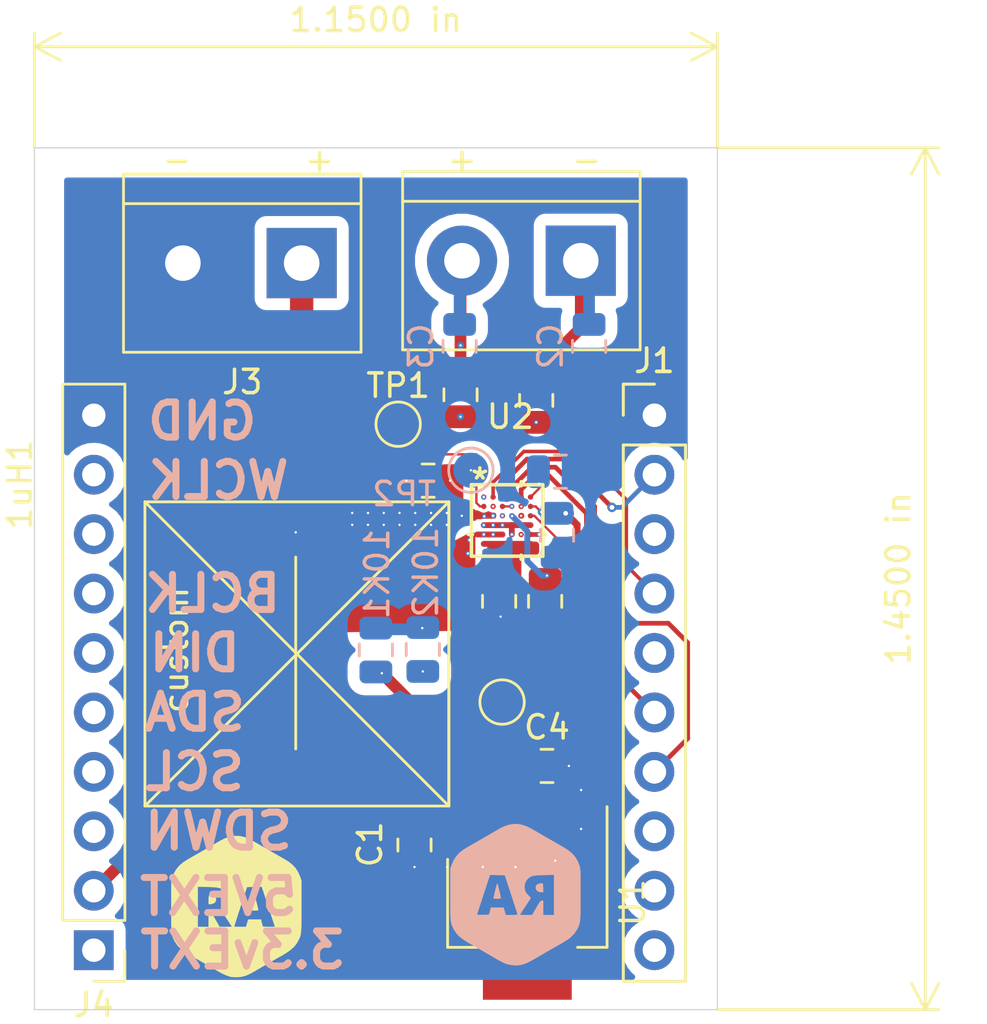
<source format=kicad_pcb>
(kicad_pcb (version 20171130) (host pcbnew 5.1.1-8be2ce7~80~ubuntu18.10.1)

  (general
    (thickness 1.6)
    (drawings 19)
    (tracks 274)
    (zones 0)
    (modules 26)
    (nets 26)
  )

  (page A4)
  (layers
    (0 F.Cu signal)
    (1 In1.Cu power)
    (2 In2.Cu mixed)
    (31 B.Cu signal)
    (32 B.Adhes user)
    (33 F.Adhes user)
    (34 B.Paste user)
    (35 F.Paste user)
    (36 B.SilkS user)
    (37 F.SilkS user)
    (38 B.Mask user)
    (39 F.Mask user)
    (40 Dwgs.User user)
    (41 Cmts.User user)
    (42 Eco1.User user)
    (43 Eco2.User user)
    (44 Edge.Cuts user)
    (45 Margin user hide)
    (46 B.CrtYd user)
    (47 F.CrtYd user)
    (48 B.Fab user)
    (49 F.Fab user hide)
  )

  (setup
    (last_trace_width 0.2)
    (user_trace_width 0.1)
    (user_trace_width 0.15)
    (user_trace_width 0.25)
    (user_trace_width 0.3)
    (user_trace_width 0.5)
    (user_trace_width 1)
    (trace_clearance 0.15)
    (zone_clearance 0)
    (zone_45_only no)
    (trace_min 0.1)
    (via_size 0.4)
    (via_drill 0.2)
    (via_min_size 0.1)
    (via_min_drill 0.02)
    (user_via 0.1 0.02)
    (user_via 0.2 0.1)
    (user_via 0.3 0.1)
    (user_via 0.7 0.2)
    (blind_buried_vias_allowed yes)
    (uvia_size 0.3)
    (uvia_drill 0.1)
    (uvias_allowed yes)
    (uvia_min_size 0.2)
    (uvia_min_drill 0.1)
    (edge_width 0.05)
    (segment_width 0.2)
    (pcb_text_width 0.3)
    (pcb_text_size 1.5 1.5)
    (mod_edge_width 0.12)
    (mod_text_size 1 1)
    (mod_text_width 0.15)
    (pad_size 0.23 0.23)
    (pad_drill 0)
    (pad_to_mask_clearance 0.051)
    (solder_mask_min_width 0.2)
    (aux_axis_origin 0 0)
    (visible_elements FEFFAEFF)
    (pcbplotparams
      (layerselection 0x2ffff_ffffffff)
      (usegerberextensions false)
      (usegerberattributes false)
      (usegerberadvancedattributes false)
      (creategerberjobfile false)
      (excludeedgelayer true)
      (linewidth 0.100000)
      (plotframeref false)
      (viasonmask false)
      (mode 1)
      (useauxorigin false)
      (hpglpennumber 1)
      (hpglpenspeed 20)
      (hpglpendiameter 15.000000)
      (psnegative false)
      (psa4output false)
      (plotreference true)
      (plotvalue true)
      (plotinvisibletext false)
      (padsonsilk false)
      (subtractmaskfromsilk false)
      (outputformat 1)
      (mirror false)
      (drillshape 0)
      (scaleselection 1)
      (outputdirectory "gerber_only/"))
  )

  (net 0 "")
  (net 1 "Net-(100nF1-Pad1)")
  (net 2 "Net-(100nF1-Pad2)")
  (net 3 +1V8)
  (net 4 "Net-(10K1-Pad1)")
  (net 5 ~SHUTDOWN)
  (net 6 VIN)
  (net 7 "Net-(1uH1-Pad2)")
  (net 8 5v_Ext)
  (net 9 "Net-(C2-Pad1)")
  (net 10 "Net-(C3-Pad1)")
  (net 11 "Net-(C7-Pad2)")
  (net 12 WCLK)
  (net 13 "Net-(J1-Pad3)")
  (net 14 CLCK)
  (net 15 DIN)
  (net 16 SDA)
  (net 17 SCL)
  (net 18 "Net-(J1-Pad10)")
  (net 19 "Net-(J4-Pad8)")
  (net 20 SPK_P)
  (net 21 SPK_N)
  (net 22 "Net-(TP1-Pad1)")
  (net 23 "Net-(TP2-Pad1)")
  (net 24 "Net-(TP3-Pad1)")
  (net 25 GNDREF)

  (net_class Default "This is the default net class."
    (clearance 0.15)
    (trace_width 0.2)
    (via_dia 0.4)
    (via_drill 0.2)
    (uvia_dia 0.3)
    (uvia_drill 0.1)
    (add_net +1V8)
    (add_net 5v_Ext)
    (add_net CLCK)
    (add_net DIN)
    (add_net GNDREF)
    (add_net "Net-(100nF1-Pad1)")
    (add_net "Net-(100nF1-Pad2)")
    (add_net "Net-(10K1-Pad1)")
    (add_net "Net-(1uH1-Pad2)")
    (add_net "Net-(C2-Pad1)")
    (add_net "Net-(C3-Pad1)")
    (add_net "Net-(C7-Pad2)")
    (add_net "Net-(J1-Pad10)")
    (add_net "Net-(J1-Pad3)")
    (add_net "Net-(J4-Pad8)")
    (add_net "Net-(TP1-Pad1)")
    (add_net "Net-(TP2-Pad1)")
    (add_net "Net-(TP3-Pad1)")
    (add_net SCL)
    (add_net SDA)
    (add_net SPK_N)
    (add_net SPK_P)
    (add_net VIN)
    (add_net WCLK)
    (add_net ~SHUTDOWN)
  )

  (net_class maxCap ""
    (clearance 0.15)
    (trace_width 0.15)
    (via_dia 0.3)
    (via_drill 0.1)
    (uvia_dia 0.3)
    (uvia_drill 0.1)
  )

  (module logos:rodaawana (layer F.Cu) (tedit 5CE8CFC5) (tstamp 5CE920F4)
    (at 135.636 91.948)
    (fp_text reference G*** (at 0 4.318 180) (layer F.SilkS) hide
      (effects (font (size 1.524 1.524) (thickness 0.3)))
    )
    (fp_text value LOGO (at 0.254 6.858 180) (layer F.SilkS) hide
      (effects (font (size 1.524 1.524) (thickness 0.3)))
    )
    (fp_poly (pts (xy 0.789403 -1.552549) (xy 0.806471 -1.496044) (xy 0.828196 -1.41661) (xy 0.852433 -1.322952)
      (xy 0.877035 -1.223774) (xy 0.899859 -1.127784) (xy 0.918759 -1.043685) (xy 0.931589 -0.980184)
      (xy 0.936205 -0.945986) (xy 0.935568 -0.942624) (xy 0.908071 -0.935393) (xy 0.852942 -0.931812)
      (xy 0.783758 -0.931583) (xy 0.714098 -0.934408) (xy 0.657539 -0.939988) (xy 0.627659 -0.948026)
      (xy 0.626322 -0.949416) (xy 0.627129 -0.97433) (xy 0.636611 -1.029869) (xy 0.652729 -1.107663)
      (xy 0.673447 -1.199342) (xy 0.696729 -1.296534) (xy 0.720536 -1.390869) (xy 0.742833 -1.473976)
      (xy 0.761583 -1.537484) (xy 0.774747 -1.573022) (xy 0.779138 -1.577418) (xy 0.789403 -1.552549)) (layer F.SilkS) (width 0.01))
    (fp_poly (pts (xy -1.055967 -1.579076) (xy -0.986791 -1.561845) (xy -0.929293 -1.537563) (xy -0.908641 -1.522474)
      (xy -0.876897 -1.464552) (xy -0.868948 -1.389744) (xy -0.886528 -1.317295) (xy -0.889628 -1.311161)
      (xy -0.936744 -1.261407) (xy -1.010437 -1.224224) (xy -1.095274 -1.206935) (xy -1.110199 -1.2065)
      (xy -1.185333 -1.2065) (xy -1.185333 -1.385167) (xy -1.182738 -1.474365) (xy -1.175647 -1.540749)
      (xy -1.1651 -1.575475) (xy -1.162664 -1.577845) (xy -1.120149 -1.58562) (xy -1.055967 -1.579076)) (layer F.SilkS) (width 0.01))
    (fp_poly (pts (xy 0.117885 -4.116071) (xy 0.156105 -4.110821) (xy 0.312471 -4.078434) (xy 0.459491 -4.029172)
      (xy 0.612327 -3.957412) (xy 0.6985 -3.909705) (xy 0.761559 -3.873289) (xy 0.854051 -3.819814)
      (xy 0.968781 -3.753442) (xy 1.098553 -3.678337) (xy 1.236171 -3.598663) (xy 1.3335 -3.542297)
      (xy 1.478286 -3.458601) (xy 1.625807 -3.373617) (xy 1.767496 -3.292261) (xy 1.894783 -3.219447)
      (xy 1.999101 -3.160091) (xy 2.04644 -3.133353) (xy 2.242481 -3.011271) (xy 2.401618 -2.884257)
      (xy 2.529265 -2.746281) (xy 2.630838 -2.591309) (xy 2.711751 -2.413308) (xy 2.724805 -2.377606)
      (xy 2.783417 -2.211916) (xy 2.783417 -1.11125) (xy 2.783392 -0.855519) (xy 2.783049 -0.638135)
      (xy 2.781987 -0.455113) (xy 2.779803 -0.302468) (xy 2.776097 -0.176212) (xy 2.770467 -0.072362)
      (xy 2.762511 0.01307) (xy 2.751827 0.084068) (xy 2.738013 0.144619) (xy 2.720668 0.198708)
      (xy 2.699391 0.250321) (xy 2.67378 0.303443) (xy 2.643432 0.362061) (xy 2.632922 0.38212)
      (xy 2.571968 0.485021) (xy 2.499108 0.580276) (xy 2.409689 0.671761) (xy 2.299065 0.763354)
      (xy 2.162583 0.858931) (xy 1.995596 0.962371) (xy 1.80975 1.06852) (xy 1.692531 1.134261)
      (xy 1.551502 1.214414) (xy 1.399242 1.301768) (xy 1.248333 1.389108) (xy 1.132417 1.456836)
      (xy 0.963244 1.555867) (xy 0.825262 1.635667) (xy 0.713424 1.698896) (xy 0.622685 1.748215)
      (xy 0.548002 1.786283) (xy 0.48433 1.815761) (xy 0.426623 1.839309) (xy 0.369837 1.859586)
      (xy 0.366465 1.860718) (xy 0.226917 1.894979) (xy 0.069482 1.913614) (xy -0.08804 1.915585)
      (xy -0.227849 1.899852) (xy -0.244224 1.896355) (xy -0.344132 1.868676) (xy -0.451297 1.828624)
      (xy -0.571991 1.773255) (xy -0.71249 1.699623) (xy -0.879068 1.604782) (xy -0.932788 1.573105)
      (xy -1.0515 1.503234) (xy -1.19323 1.42071) (xy -1.344073 1.333577) (xy -1.49012 1.249882)
      (xy -1.566333 1.206548) (xy -1.745166 1.10504) (xy -1.891273 1.02156) (xy -2.008903 0.953522)
      (xy -2.102302 0.898335) (xy -2.175719 0.853413) (xy -2.233401 0.816166) (xy -2.279595 0.784007)
      (xy -2.318551 0.754345) (xy -2.347625 0.73045) (xy -2.500439 0.57795) (xy -2.623709 0.401397)
      (xy -2.659367 0.335981) (xy -2.685722 0.283255) (xy -2.708057 0.233464) (xy -2.726705 0.182707)
      (xy -2.741997 0.127081) (xy -2.754266 0.062686) (xy -2.763843 -0.014382) (xy -2.77106 -0.108023)
      (xy -2.77625 -0.222141) (xy -2.776519 -0.232833) (xy -1.651 -0.232833) (xy -1.185333 -0.232833)
      (xy -1.185333 -0.846666) (xy -1.132154 -0.846666) (xy -1.108415 -0.842915) (xy -1.08391 -0.828756)
      (xy -1.055453 -0.799833) (xy -1.019861 -0.75179) (xy -0.973949 -0.680271) (xy -0.91453 -0.580918)
      (xy -0.838421 -0.449375) (xy -0.826528 -0.428625) (xy -0.714405 -0.232833) (xy -0.452453 -0.232833)
      (xy -0.352758 -0.233766) (xy -0.270524 -0.236313) (xy -0.213807 -0.240093) (xy -0.197402 -0.243379)
      (xy -0.088121 -0.243379) (xy -0.087998 -0.24322) (xy -0.063959 -0.239146) (xy -0.006341 -0.235822)
      (xy 0.076103 -0.233601) (xy 0.17011 -0.232833) (xy 0.417831 -0.232833) (xy 0.443773 -0.333375)
      (xy 0.464162 -0.406964) (xy 0.484779 -0.473208) (xy 0.491425 -0.492125) (xy 0.513136 -0.550333)
      (xy 1.056415 -0.550333) (xy 1.070147 -0.477137) (xy 1.086972 -0.405479) (xy 1.109447 -0.329555)
      (xy 1.111436 -0.323679) (xy 1.138994 -0.243416) (xy 1.397519 -0.237453) (xy 1.509403 -0.235782)
      (xy 1.584465 -0.237173) (xy 1.628137 -0.242087) (xy 1.645852 -0.250988) (xy 1.646215 -0.25862)
      (xy 1.637672 -0.284016) (xy 1.617362 -0.34526) (xy 1.586726 -0.437979) (xy 1.547206 -0.557802)
      (xy 1.500243 -0.700355) (xy 1.447281 -0.861268) (xy 1.389759 -1.036167) (xy 1.363235 -1.116858)
      (xy 1.090083 -1.947965) (xy 0.772583 -1.942358) (xy 0.455083 -1.93675) (xy 0.40625 -1.788583)
      (xy 0.307552 -1.488844) (xy 0.221595 -1.227183) (xy 0.147717 -1.001527) (xy 0.085255 -0.809799)
      (xy 0.033543 -0.649925) (xy -0.008081 -0.519828) (xy -0.040281 -0.417434) (xy -0.063722 -0.340668)
      (xy -0.079066 -0.287453) (xy -0.086978 -0.255715) (xy -0.088121 -0.243379) (xy -0.197402 -0.243379)
      (xy -0.190662 -0.244729) (xy -0.1905 -0.245163) (xy -0.201747 -0.265734) (xy -0.233104 -0.315863)
      (xy -0.280996 -0.390021) (xy -0.341845 -0.482681) (xy -0.412077 -0.588313) (xy -0.423333 -0.605134)
      (xy -0.494628 -0.712021) (xy -0.557099 -0.806515) (xy -0.607177 -0.883148) (xy -0.641294 -0.936455)
      (xy -0.655883 -0.960969) (xy -0.656167 -0.961841) (xy -0.642292 -0.980033) (xy -0.605571 -1.019956)
      (xy -0.553354 -1.073674) (xy -0.542006 -1.085067) (xy -0.478806 -1.152411) (xy -0.439652 -1.208039)
      (xy -0.415685 -1.266868) (xy -0.402922 -1.319281) (xy -0.38878 -1.470511) (xy -0.412952 -1.603877)
      (xy -0.475514 -1.719689) (xy -0.51676 -1.766707) (xy -0.57163 -1.817211) (xy -0.627233 -1.856497)
      (xy -0.689961 -1.886131) (xy -0.766207 -1.907677) (xy -0.862363 -1.922699) (xy -0.984821 -1.932763)
      (xy -1.139973 -1.939432) (xy -1.232958 -1.942012) (xy -1.651 -1.952276) (xy -1.651 -0.232833)
      (xy -2.776519 -0.232833) (xy -2.779744 -0.360636) (xy -2.781875 -0.527411) (xy -2.782974 -0.726367)
      (xy -2.783374 -0.961408) (xy -2.783417 -1.121833) (xy -2.783384 -1.361991) (xy -2.783177 -1.563772)
      (xy -2.782638 -1.731131) (xy -2.781607 -1.868024) (xy -2.779923 -1.978406) (xy -2.777426 -2.066235)
      (xy -2.773958 -2.135464) (xy -2.769357 -2.19005) (xy -2.763465 -2.233949) (xy -2.756121 -2.271117)
      (xy -2.747166 -2.305509) (xy -2.736439 -2.341081) (xy -2.733813 -2.3495) (xy -2.659396 -2.538937)
      (xy -2.559713 -2.706101) (xy -2.430609 -2.855734) (xy -2.267932 -2.992582) (xy -2.067527 -3.121387)
      (xy -2.048582 -3.132138) (xy -1.961189 -3.181616) (xy -1.845806 -3.247431) (xy -1.711042 -3.324646)
      (xy -1.565506 -3.408324) (xy -1.417806 -3.493525) (xy -1.3335 -3.542297) (xy -1.194671 -3.622693)
      (xy -1.058643 -3.701438) (xy -0.93261 -3.77437) (xy -0.823769 -3.837326) (xy -0.739315 -3.886142)
      (xy -0.6985 -3.909705) (xy -0.481905 -4.018732) (xy -0.27613 -4.088884) (xy -0.077444 -4.121037)
      (xy 0.117885 -4.116071)) (layer F.SilkS) (width 0.01))
  )

  (module logos:rodaawana (layer B.Cu) (tedit 5CE8CFC5) (tstamp 5CE91D5B)
    (at 147.574 91.44 180)
    (fp_text reference G*** (at 0 -4.318 180) (layer B.SilkS) hide
      (effects (font (size 1.524 1.524) (thickness 0.3)) (justify mirror))
    )
    (fp_text value LOGO (at 0.254 -6.858 180) (layer B.SilkS) hide
      (effects (font (size 1.524 1.524) (thickness 0.3)) (justify mirror))
    )
    (fp_poly (pts (xy 0.117885 4.116071) (xy 0.156105 4.110821) (xy 0.312471 4.078434) (xy 0.459491 4.029172)
      (xy 0.612327 3.957412) (xy 0.6985 3.909705) (xy 0.761559 3.873289) (xy 0.854051 3.819814)
      (xy 0.968781 3.753442) (xy 1.098553 3.678337) (xy 1.236171 3.598663) (xy 1.3335 3.542297)
      (xy 1.478286 3.458601) (xy 1.625807 3.373617) (xy 1.767496 3.292261) (xy 1.894783 3.219447)
      (xy 1.999101 3.160091) (xy 2.04644 3.133353) (xy 2.242481 3.011271) (xy 2.401618 2.884257)
      (xy 2.529265 2.746281) (xy 2.630838 2.591309) (xy 2.711751 2.413308) (xy 2.724805 2.377606)
      (xy 2.783417 2.211916) (xy 2.783417 1.11125) (xy 2.783392 0.855519) (xy 2.783049 0.638135)
      (xy 2.781987 0.455113) (xy 2.779803 0.302468) (xy 2.776097 0.176212) (xy 2.770467 0.072362)
      (xy 2.762511 -0.01307) (xy 2.751827 -0.084068) (xy 2.738013 -0.144619) (xy 2.720668 -0.198708)
      (xy 2.699391 -0.250321) (xy 2.67378 -0.303443) (xy 2.643432 -0.362061) (xy 2.632922 -0.38212)
      (xy 2.571968 -0.485021) (xy 2.499108 -0.580276) (xy 2.409689 -0.671761) (xy 2.299065 -0.763354)
      (xy 2.162583 -0.858931) (xy 1.995596 -0.962371) (xy 1.80975 -1.06852) (xy 1.692531 -1.134261)
      (xy 1.551502 -1.214414) (xy 1.399242 -1.301768) (xy 1.248333 -1.389108) (xy 1.132417 -1.456836)
      (xy 0.963244 -1.555867) (xy 0.825262 -1.635667) (xy 0.713424 -1.698896) (xy 0.622685 -1.748215)
      (xy 0.548002 -1.786283) (xy 0.48433 -1.815761) (xy 0.426623 -1.839309) (xy 0.369837 -1.859586)
      (xy 0.366465 -1.860718) (xy 0.226917 -1.894979) (xy 0.069482 -1.913614) (xy -0.08804 -1.915585)
      (xy -0.227849 -1.899852) (xy -0.244224 -1.896355) (xy -0.344132 -1.868676) (xy -0.451297 -1.828624)
      (xy -0.571991 -1.773255) (xy -0.71249 -1.699623) (xy -0.879068 -1.604782) (xy -0.932788 -1.573105)
      (xy -1.0515 -1.503234) (xy -1.19323 -1.42071) (xy -1.344073 -1.333577) (xy -1.49012 -1.249882)
      (xy -1.566333 -1.206548) (xy -1.745166 -1.10504) (xy -1.891273 -1.02156) (xy -2.008903 -0.953522)
      (xy -2.102302 -0.898335) (xy -2.175719 -0.853413) (xy -2.233401 -0.816166) (xy -2.279595 -0.784007)
      (xy -2.318551 -0.754345) (xy -2.347625 -0.73045) (xy -2.500439 -0.57795) (xy -2.623709 -0.401397)
      (xy -2.659367 -0.335981) (xy -2.685722 -0.283255) (xy -2.708057 -0.233464) (xy -2.726705 -0.182707)
      (xy -2.741997 -0.127081) (xy -2.754266 -0.062686) (xy -2.763843 0.014382) (xy -2.77106 0.108023)
      (xy -2.77625 0.222141) (xy -2.776519 0.232833) (xy -1.651 0.232833) (xy -1.185333 0.232833)
      (xy -1.185333 0.846666) (xy -1.132154 0.846666) (xy -1.108415 0.842915) (xy -1.08391 0.828756)
      (xy -1.055453 0.799833) (xy -1.019861 0.75179) (xy -0.973949 0.680271) (xy -0.91453 0.580918)
      (xy -0.838421 0.449375) (xy -0.826528 0.428625) (xy -0.714405 0.232833) (xy -0.452453 0.232833)
      (xy -0.352758 0.233766) (xy -0.270524 0.236313) (xy -0.213807 0.240093) (xy -0.197402 0.243379)
      (xy -0.088121 0.243379) (xy -0.087998 0.24322) (xy -0.063959 0.239146) (xy -0.006341 0.235822)
      (xy 0.076103 0.233601) (xy 0.17011 0.232833) (xy 0.417831 0.232833) (xy 0.443773 0.333375)
      (xy 0.464162 0.406964) (xy 0.484779 0.473208) (xy 0.491425 0.492125) (xy 0.513136 0.550333)
      (xy 1.056415 0.550333) (xy 1.070147 0.477137) (xy 1.086972 0.405479) (xy 1.109447 0.329555)
      (xy 1.111436 0.323679) (xy 1.138994 0.243416) (xy 1.397519 0.237453) (xy 1.509403 0.235782)
      (xy 1.584465 0.237173) (xy 1.628137 0.242087) (xy 1.645852 0.250988) (xy 1.646215 0.25862)
      (xy 1.637672 0.284016) (xy 1.617362 0.34526) (xy 1.586726 0.437979) (xy 1.547206 0.557802)
      (xy 1.500243 0.700355) (xy 1.447281 0.861268) (xy 1.389759 1.036167) (xy 1.363235 1.116858)
      (xy 1.090083 1.947965) (xy 0.772583 1.942358) (xy 0.455083 1.93675) (xy 0.40625 1.788583)
      (xy 0.307552 1.488844) (xy 0.221595 1.227183) (xy 0.147717 1.001527) (xy 0.085255 0.809799)
      (xy 0.033543 0.649925) (xy -0.008081 0.519828) (xy -0.040281 0.417434) (xy -0.063722 0.340668)
      (xy -0.079066 0.287453) (xy -0.086978 0.255715) (xy -0.088121 0.243379) (xy -0.197402 0.243379)
      (xy -0.190662 0.244729) (xy -0.1905 0.245163) (xy -0.201747 0.265734) (xy -0.233104 0.315863)
      (xy -0.280996 0.390021) (xy -0.341845 0.482681) (xy -0.412077 0.588313) (xy -0.423333 0.605134)
      (xy -0.494628 0.712021) (xy -0.557099 0.806515) (xy -0.607177 0.883148) (xy -0.641294 0.936455)
      (xy -0.655883 0.960969) (xy -0.656167 0.961841) (xy -0.642292 0.980033) (xy -0.605571 1.019956)
      (xy -0.553354 1.073674) (xy -0.542006 1.085067) (xy -0.478806 1.152411) (xy -0.439652 1.208039)
      (xy -0.415685 1.266868) (xy -0.402922 1.319281) (xy -0.38878 1.470511) (xy -0.412952 1.603877)
      (xy -0.475514 1.719689) (xy -0.51676 1.766707) (xy -0.57163 1.817211) (xy -0.627233 1.856497)
      (xy -0.689961 1.886131) (xy -0.766207 1.907677) (xy -0.862363 1.922699) (xy -0.984821 1.932763)
      (xy -1.139973 1.939432) (xy -1.232958 1.942012) (xy -1.651 1.952276) (xy -1.651 0.232833)
      (xy -2.776519 0.232833) (xy -2.779744 0.360636) (xy -2.781875 0.527411) (xy -2.782974 0.726367)
      (xy -2.783374 0.961408) (xy -2.783417 1.121833) (xy -2.783384 1.361991) (xy -2.783177 1.563772)
      (xy -2.782638 1.731131) (xy -2.781607 1.868024) (xy -2.779923 1.978406) (xy -2.777426 2.066235)
      (xy -2.773958 2.135464) (xy -2.769357 2.19005) (xy -2.763465 2.233949) (xy -2.756121 2.271117)
      (xy -2.747166 2.305509) (xy -2.736439 2.341081) (xy -2.733813 2.3495) (xy -2.659396 2.538937)
      (xy -2.559713 2.706101) (xy -2.430609 2.855734) (xy -2.267932 2.992582) (xy -2.067527 3.121387)
      (xy -2.048582 3.132138) (xy -1.961189 3.181616) (xy -1.845806 3.247431) (xy -1.711042 3.324646)
      (xy -1.565506 3.408324) (xy -1.417806 3.493525) (xy -1.3335 3.542297) (xy -1.194671 3.622693)
      (xy -1.058643 3.701438) (xy -0.93261 3.77437) (xy -0.823769 3.837326) (xy -0.739315 3.886142)
      (xy -0.6985 3.909705) (xy -0.481905 4.018732) (xy -0.27613 4.088884) (xy -0.077444 4.121037)
      (xy 0.117885 4.116071)) (layer B.SilkS) (width 0.01))
    (fp_poly (pts (xy -1.055967 1.579076) (xy -0.986791 1.561845) (xy -0.929293 1.537563) (xy -0.908641 1.522474)
      (xy -0.876897 1.464552) (xy -0.868948 1.389744) (xy -0.886528 1.317295) (xy -0.889628 1.311161)
      (xy -0.936744 1.261407) (xy -1.010437 1.224224) (xy -1.095274 1.206935) (xy -1.110199 1.2065)
      (xy -1.185333 1.2065) (xy -1.185333 1.385167) (xy -1.182738 1.474365) (xy -1.175647 1.540749)
      (xy -1.1651 1.575475) (xy -1.162664 1.577845) (xy -1.120149 1.58562) (xy -1.055967 1.579076)) (layer B.SilkS) (width 0.01))
    (fp_poly (pts (xy 0.789403 1.552549) (xy 0.806471 1.496044) (xy 0.828196 1.41661) (xy 0.852433 1.322952)
      (xy 0.877035 1.223774) (xy 0.899859 1.127784) (xy 0.918759 1.043685) (xy 0.931589 0.980184)
      (xy 0.936205 0.945986) (xy 0.935568 0.942624) (xy 0.908071 0.935393) (xy 0.852942 0.931812)
      (xy 0.783758 0.931583) (xy 0.714098 0.934408) (xy 0.657539 0.939988) (xy 0.627659 0.948026)
      (xy 0.626322 0.949416) (xy 0.627129 0.97433) (xy 0.636611 1.029869) (xy 0.652729 1.107663)
      (xy 0.673447 1.199342) (xy 0.696729 1.296534) (xy 0.720536 1.390869) (xy 0.742833 1.473976)
      (xy 0.761583 1.537484) (xy 0.774747 1.573022) (xy 0.779138 1.577418) (xy 0.789403 1.552549)) (layer B.SilkS) (width 0.01))
  )

  (module Connector_PinHeader_2.54mm:PinHeader_1x10_P2.54mm_Vertical locked (layer F.Cu) (tedit 59FED5CC) (tstamp 5CE83A74)
    (at 153.5176 69.85)
    (descr "Through hole straight pin header, 1x10, 2.54mm pitch, single row")
    (tags "Through hole pin header THT 1x10 2.54mm single row")
    (path /5CF5D57D)
    (fp_text reference J1 (at 0 -2.33) (layer F.SilkS)
      (effects (font (size 1 1) (thickness 0.15)))
    )
    (fp_text value Conn_01x10_Female (at 0 25.19) (layer F.Fab)
      (effects (font (size 1 1) (thickness 0.15)))
    )
    (fp_text user %R (at 0 11.43 90) (layer F.Fab)
      (effects (font (size 1 1) (thickness 0.15)))
    )
    (fp_line (start 1.8 -1.8) (end -1.8 -1.8) (layer F.CrtYd) (width 0.05))
    (fp_line (start 1.8 24.65) (end 1.8 -1.8) (layer F.CrtYd) (width 0.05))
    (fp_line (start -1.8 24.65) (end 1.8 24.65) (layer F.CrtYd) (width 0.05))
    (fp_line (start -1.8 -1.8) (end -1.8 24.65) (layer F.CrtYd) (width 0.05))
    (fp_line (start -1.33 -1.33) (end 0 -1.33) (layer F.SilkS) (width 0.12))
    (fp_line (start -1.33 0) (end -1.33 -1.33) (layer F.SilkS) (width 0.12))
    (fp_line (start -1.33 1.27) (end 1.33 1.27) (layer F.SilkS) (width 0.12))
    (fp_line (start 1.33 1.27) (end 1.33 24.19) (layer F.SilkS) (width 0.12))
    (fp_line (start -1.33 1.27) (end -1.33 24.19) (layer F.SilkS) (width 0.12))
    (fp_line (start -1.33 24.19) (end 1.33 24.19) (layer F.SilkS) (width 0.12))
    (fp_line (start -1.27 -0.635) (end -0.635 -1.27) (layer F.Fab) (width 0.1))
    (fp_line (start -1.27 24.13) (end -1.27 -0.635) (layer F.Fab) (width 0.1))
    (fp_line (start 1.27 24.13) (end -1.27 24.13) (layer F.Fab) (width 0.1))
    (fp_line (start 1.27 -1.27) (end 1.27 24.13) (layer F.Fab) (width 0.1))
    (fp_line (start -0.635 -1.27) (end 1.27 -1.27) (layer F.Fab) (width 0.1))
    (pad 10 thru_hole oval (at 0 22.86) (size 1.7 1.7) (drill 1) (layers *.Cu *.Mask)
      (net 18 "Net-(J1-Pad10)"))
    (pad 9 thru_hole oval (at 0 20.32) (size 1.7 1.7) (drill 1) (layers *.Cu *.Mask)
      (net 8 5v_Ext))
    (pad 8 thru_hole oval (at 0 17.78) (size 1.7 1.7) (drill 1) (layers *.Cu *.Mask)
      (net 5 ~SHUTDOWN))
    (pad 7 thru_hole oval (at 0 15.24) (size 1.7 1.7) (drill 1) (layers *.Cu *.Mask)
      (net 17 SCL))
    (pad 6 thru_hole oval (at 0 12.7) (size 1.7 1.7) (drill 1) (layers *.Cu *.Mask)
      (net 16 SDA))
    (pad 5 thru_hole oval (at 0 10.16) (size 1.7 1.7) (drill 1) (layers *.Cu *.Mask)
      (net 15 DIN))
    (pad 4 thru_hole oval (at 0 7.62) (size 1.7 1.7) (drill 1) (layers *.Cu *.Mask)
      (net 14 CLCK))
    (pad 3 thru_hole oval (at 0 5.08) (size 1.7 1.7) (drill 1) (layers *.Cu *.Mask)
      (net 13 "Net-(J1-Pad3)"))
    (pad 2 thru_hole oval (at 0 2.54) (size 1.7 1.7) (drill 1) (layers *.Cu *.Mask)
      (net 12 WCLK))
    (pad 1 thru_hole rect (at 0 0) (size 1.7 1.7) (drill 1) (layers *.Cu *.Mask)
      (net 25 GNDREF))
    (model ${KISYS3DMOD}/Connector_PinHeader_2.54mm.3dshapes/PinHeader_1x10_P2.54mm_Vertical.wrl
      (at (xyz 0 0 0))
      (scale (xyz 1 1 1))
      (rotate (xyz 0 0 0))
    )
  )

  (module Capacitor_SMD:C_0805_2012Metric (layer B.Cu) (tedit 5B36C52B) (tstamp 5CE7B725)
    (at 149.352 74.9785 270)
    (descr "Capacitor SMD 0805 (2012 Metric), square (rectangular) end terminal, IPC_7351 nominal, (Body size source: https://docs.google.com/spreadsheets/d/1BsfQQcO9C6DZCsRaXUlFlo91Tg2WpOkGARC1WS5S8t0/edit?usp=sharing), generated with kicad-footprint-generator")
    (tags capacitor)
    (path /5CE9EA85)
    (attr smd)
    (fp_text reference C5 (at 0 1.65 270) (layer B.SilkS) hide
      (effects (font (size 1 1) (thickness 0.15)) (justify mirror))
    )
    (fp_text value 4.7uF (at 0 -1.65 270) (layer B.Fab)
      (effects (font (size 1 1) (thickness 0.15)) (justify mirror))
    )
    (fp_text user %R (at 0 0 270) (layer B.Fab) hide
      (effects (font (size 0.5 0.5) (thickness 0.08)) (justify mirror))
    )
    (fp_line (start 1.68 -0.95) (end -1.68 -0.95) (layer B.CrtYd) (width 0.05))
    (fp_line (start 1.68 0.95) (end 1.68 -0.95) (layer B.CrtYd) (width 0.05))
    (fp_line (start -1.68 0.95) (end 1.68 0.95) (layer B.CrtYd) (width 0.05))
    (fp_line (start -1.68 -0.95) (end -1.68 0.95) (layer B.CrtYd) (width 0.05))
    (fp_line (start -0.258578 -0.71) (end 0.258578 -0.71) (layer B.SilkS) (width 0.12))
    (fp_line (start -0.258578 0.71) (end 0.258578 0.71) (layer B.SilkS) (width 0.12))
    (fp_line (start 1 -0.6) (end -1 -0.6) (layer B.Fab) (width 0.1))
    (fp_line (start 1 0.6) (end 1 -0.6) (layer B.Fab) (width 0.1))
    (fp_line (start -1 0.6) (end 1 0.6) (layer B.Fab) (width 0.1))
    (fp_line (start -1 -0.6) (end -1 0.6) (layer B.Fab) (width 0.1))
    (pad 2 smd roundrect (at 0.9375 0 270) (size 0.975 1.4) (layers B.Cu B.Paste B.Mask) (roundrect_rratio 0.25)
      (net 25 GNDREF))
    (pad 1 smd roundrect (at -0.9375 0 270) (size 0.975 1.4) (layers B.Cu B.Paste B.Mask) (roundrect_rratio 0.25)
      (net 3 +1V8))
    (model ${KISYS3DMOD}/Capacitor_SMD.3dshapes/C_0805_2012Metric.wrl
      (at (xyz 0 0 0))
      (scale (xyz 1 1 1))
      (rotate (xyz 0 0 0))
    )
  )

  (module tas2562_dev_pcb:bga36tas (layer F.Cu) (tedit 5CE80D30) (tstamp 5CE9143E)
    (at 147.2184 74.3458)
    (path /5CE77B0A)
    (fp_text reference U2 (at 0.1364 -4.4356) (layer F.SilkS)
      (effects (font (size 1 1) (thickness 0.15)))
    )
    (fp_text value TAS2562 (at 0.2126 -2.81) (layer F.SilkS) hide
      (effects (font (size 1 1) (thickness 0.15)))
    )
    (fp_line (start 1.654 1.654) (end -1.654 1.654) (layer F.CrtYd) (width 0.1524))
    (fp_line (start 1.654 -1.654) (end 1.654 1.654) (layer F.CrtYd) (width 0.1524))
    (fp_line (start -1.654 -1.654) (end 1.654 -1.654) (layer F.CrtYd) (width 0.1524))
    (fp_line (start -1.654 1.654) (end -1.654 -1.654) (layer F.CrtYd) (width 0.1524))
    (fp_line (start -1.4 -1.4) (end -1.4 1.4) (layer F.Fab) (width 0.1524))
    (fp_line (start 1.4 -1.4) (end -1.4 -1.4) (layer F.Fab) (width 0.1524))
    (fp_line (start 1.4 1.4) (end 1.4 -1.4) (layer F.Fab) (width 0.1524))
    (fp_line (start -1.4 1.4) (end 1.4 1.4) (layer F.Fab) (width 0.1524))
    (fp_line (start -1.527 -1.527) (end -1.527 1.527) (layer F.SilkS) (width 0.1524))
    (fp_line (start 1.527 -1.527) (end -1.527 -1.527) (layer F.SilkS) (width 0.1524))
    (fp_line (start 1.527 1.527) (end 1.527 -1.527) (layer F.SilkS) (width 0.1524))
    (fp_line (start -1.527 1.527) (end 1.527 1.527) (layer F.SilkS) (width 0.1524))
    (fp_line (start -1.2 -1.4) (end -1.4 -1.2) (layer F.Fab) (width 0.1524))
    (fp_line (start 0.599948 1.48514) (end 0.599948 1.654) (layer F.SilkS) (width 0.1524))
    (fp_line (start 0.599948 -1.48514) (end 0.599948 -1.654) (layer F.SilkS) (width 0.1524))
    (fp_line (start 1.48514 0.599948) (end 1.654 0.599948) (layer F.SilkS) (width 0.1524))
    (fp_line (start -1.48514 0.599948) (end -1.654 0.599948) (layer F.SilkS) (width 0.1524))
    (fp_text user * (at 0 0) (layer F.Fab) hide
      (effects (font (size 1 1) (thickness 0.15)))
    )
    (fp_text user * (at -1.1684 -1.7018) (layer F.SilkS)
      (effects (font (size 1 1) (thickness 0.15)))
    )
    (pad F6 smd circle (at 1 1) (size 0.23 0.23) (layers F.Cu F.Paste F.Mask)
      (net 1 "Net-(100nF1-Pad1)"))
    (pad F5 smd circle (at 0.6 1) (size 0.23 0.23) (layers F.Cu F.Paste F.Mask)
      (net 1 "Net-(100nF1-Pad1)"))
    (pad F4 smd circle (at 0.2 1) (size 0.23 0.23) (layers F.Cu F.Paste F.Mask)
      (net 1 "Net-(100nF1-Pad1)"))
    (pad F3 smd circle (at -0.2 1) (size 0.23 0.23) (layers F.Cu F.Paste F.Mask)
      (net 1 "Net-(100nF1-Pad1)"))
    (pad F2 smd circle (at -0.6 1) (size 0.23 0.23) (layers F.Cu F.Paste F.Mask)
      (net 1 "Net-(100nF1-Pad1)"))
    (pad F1 smd circle (at -1 1) (size 0.23 0.23) (layers F.Cu F.Paste F.Mask)
      (net 1 "Net-(100nF1-Pad1)"))
    (pad E6 smd circle (at 1 0.6) (size 0.23 0.23) (layers F.Cu F.Paste F.Mask)
      (net 21 SPK_N))
    (pad E5 smd circle (at 0.6 0.6) (size 0.23 0.23) (layers F.Cu F.Paste F.Mask)
      (net 20 SPK_P))
    (pad E4 smd circle (at 0.2 0.6) (size 0.23 0.23) (layers F.Cu F.Paste F.Mask)
      (net 25 GNDREF))
    (pad E3 smd circle (at -0.2 0.6) (size 0.23 0.23) (layers F.Cu F.Paste F.Mask)
      (net 7 "Net-(1uH1-Pad2)"))
    (pad E2 smd circle (at -0.6 0.6) (size 0.23 0.23) (layers F.Cu F.Paste F.Mask)
      (net 7 "Net-(1uH1-Pad2)"))
    (pad E1 smd circle (at -1 0.6) (size 0.23 0.23) (layers F.Cu F.Paste F.Mask)
      (net 7 "Net-(1uH1-Pad2)"))
    (pad D6 smd circle (at 1 0.2) (size 0.23 0.23) (layers F.Cu F.Paste F.Mask)
      (net 25 GNDREF))
    (pad D5 smd circle (at 0.6 0.2) (size 0.23 0.23) (layers F.Cu F.Paste F.Mask)
      (net 25 GNDREF))
    (pad D4 smd circle (at 0.2 0.2) (size 0.23 0.23) (layers F.Cu F.Paste F.Mask)
      (net 25 GNDREF))
    (pad D3 smd circle (at -0.2 0.2) (size 0.23 0.23) (layers F.Cu F.Paste F.Mask)
      (net 25 GNDREF))
    (pad D2 smd circle (at -0.6 0.2) (size 0.23 0.23) (layers F.Cu F.Paste F.Mask)
      (net 25 GNDREF))
    (pad D1 smd circle (at -1 0.2) (size 0.23 0.23) (layers F.Cu F.Paste F.Mask)
      (net 25 GNDREF))
    (pad C6 smd circle (at 1 -0.2) (size 0.23 0.23) (layers F.Cu F.Paste F.Mask)
      (net 24 "Net-(TP3-Pad1)"))
    (pad C5 smd circle (at 0.6 -0.2) (size 0.23 0.23) (layers F.Cu F.Paste F.Mask)
      (net 9 "Net-(C2-Pad1)"))
    (pad C4 smd circle (at 0.2 -0.2) (size 0.23 0.23) (layers F.Cu F.Paste F.Mask)
      (net 2 "Net-(100nF1-Pad2)"))
    (pad C3 smd circle (at -0.2 -0.2) (size 0.23 0.23) (layers F.Cu F.Paste F.Mask)
      (net 10 "Net-(C3-Pad1)"))
    (pad C2 smd circle (at -0.6 -0.2) (size 0.23 0.23) (layers F.Cu F.Paste F.Mask)
      (net 6 VIN))
    (pad C1 smd circle (at -1 -0.2) (size 0.23 0.23) (layers F.Cu F.Paste F.Mask)
      (net 6 VIN))
    (pad B6 smd circle (at 1 -0.6) (size 0.23 0.23) (layers F.Cu F.Paste F.Mask)
      (net 3 +1V8))
    (pad B5 smd circle (at 0.6 -0.6) (size 0.23 0.23) (layers F.Cu F.Paste F.Mask)
      (net 23 "Net-(TP2-Pad1)"))
    (pad B4 smd circle (at 0.2 -0.6) (size 0.23 0.23) (layers F.Cu F.Paste F.Mask)
      (net 25 GNDREF))
    (pad B3 smd circle (at -0.2 -0.6) (size 0.23 0.23) (layers F.Cu F.Paste F.Mask)
      (net 25 GNDREF))
    (pad B2 smd circle (at -0.6 -0.6) (size 0.23 0.23) (layers F.Cu F.Paste F.Mask)
      (net 15 DIN))
    (pad B1 smd circle (at -1 -0.6) (size 0.23 0.23) (layers F.Cu F.Paste F.Mask)
      (net 22 "Net-(TP1-Pad1)"))
    (pad A6 smd circle (at 1 -1) (size 0.23 0.23) (layers F.Cu F.Paste F.Mask)
      (net 11 "Net-(C7-Pad2)"))
    (pad A5 smd circle (at 0.6 -1) (size 0.23 0.23) (layers F.Cu F.Paste F.Mask)
      (net 16 SDA))
    (pad A4 smd circle (at 0.23 -1) (size 0.23 0.23) (layers F.Cu F.Paste F.Mask)
      (net 17 SCL))
    (pad A3 smd circle (at -0.2 -1) (size 0.23 0.23) (layers F.Cu F.Paste F.Mask)
      (net 12 WCLK))
    (pad A2 smd circle (at -0.6 -1) (size 0.23 0.23) (layers F.Cu F.Paste F.Mask)
      (net 14 CLCK))
    (pad A1 smd circle (at -1 -1) (size 0.23 0.23) (layers F.Cu F.Paste F.Mask)
      (net 4 "Net-(10K1-Pad1)"))
  )

  (module Capacitor_SMD:C_0805_2012Metric (layer F.Cu) (tedit 5B36C52B) (tstamp 5CE7B46E)
    (at 148.844 77.8025 90)
    (descr "Capacitor SMD 0805 (2012 Metric), square (rectangular) end terminal, IPC_7351 nominal, (Body size source: https://docs.google.com/spreadsheets/d/1BsfQQcO9C6DZCsRaXUlFlo91Tg2WpOkGARC1WS5S8t0/edit?usp=sharing), generated with kicad-footprint-generator")
    (tags capacitor)
    (path /5CEC87BA)
    (attr smd)
    (fp_text reference 100nF1 (at 0 -1.65 90) (layer F.SilkS) hide
      (effects (font (size 1 1) (thickness 0.15)))
    )
    (fp_text value 100nF (at 0 1.65 90) (layer F.Fab)
      (effects (font (size 1 1) (thickness 0.15)))
    )
    (fp_line (start -1 0.6) (end -1 -0.6) (layer F.Fab) (width 0.1))
    (fp_line (start -1 -0.6) (end 1 -0.6) (layer F.Fab) (width 0.1))
    (fp_line (start 1 -0.6) (end 1 0.6) (layer F.Fab) (width 0.1))
    (fp_line (start 1 0.6) (end -1 0.6) (layer F.Fab) (width 0.1))
    (fp_line (start -0.258578 -0.71) (end 0.258578 -0.71) (layer F.SilkS) (width 0.12))
    (fp_line (start -0.258578 0.71) (end 0.258578 0.71) (layer F.SilkS) (width 0.12))
    (fp_line (start -1.68 0.95) (end -1.68 -0.95) (layer F.CrtYd) (width 0.05))
    (fp_line (start -1.68 -0.95) (end 1.68 -0.95) (layer F.CrtYd) (width 0.05))
    (fp_line (start 1.68 -0.95) (end 1.68 0.95) (layer F.CrtYd) (width 0.05))
    (fp_line (start 1.68 0.95) (end -1.68 0.95) (layer F.CrtYd) (width 0.05))
    (fp_text user %R (at 0 0 90) (layer F.Fab)
      (effects (font (size 0.5 0.5) (thickness 0.08)))
    )
    (pad 1 smd roundrect (at -0.9375 0 90) (size 0.975 1.4) (layers F.Cu F.Paste F.Mask) (roundrect_rratio 0.25)
      (net 1 "Net-(100nF1-Pad1)"))
    (pad 2 smd roundrect (at 0.9375 0 90) (size 0.975 1.4) (layers F.Cu F.Paste F.Mask) (roundrect_rratio 0.25)
      (net 2 "Net-(100nF1-Pad2)"))
    (model ${KISYS3DMOD}/Capacitor_SMD.3dshapes/C_0805_2012Metric.wrl
      (at (xyz 0 0 0))
      (scale (xyz 1 1 1))
      (rotate (xyz 0 0 0))
    )
  )

  (module Resistor_SMD:R_0805_2012Metric (layer B.Cu) (tedit 5B36C52B) (tstamp 5CE71C77)
    (at 141.605 79.883 270)
    (descr "Resistor SMD 0805 (2012 Metric), square (rectangular) end terminal, IPC_7351 nominal, (Body size source: https://docs.google.com/spreadsheets/d/1BsfQQcO9C6DZCsRaXUlFlo91Tg2WpOkGARC1WS5S8t0/edit?usp=sharing), generated with kicad-footprint-generator")
    (tags resistor)
    (path /5CED8759)
    (attr smd)
    (fp_text reference 10K1 (at -3.2535 -0.0508 270) (layer B.SilkS)
      (effects (font (size 1 1) (thickness 0.15)) (justify mirror))
    )
    (fp_text value DNP (at 0 -1.65 270) (layer B.Fab)
      (effects (font (size 1 1) (thickness 0.15)) (justify mirror))
    )
    (fp_text user %R (at 0 0 270) (layer B.Fab)
      (effects (font (size 0.5 0.5) (thickness 0.08)) (justify mirror))
    )
    (fp_line (start 1.68 -0.95) (end -1.68 -0.95) (layer B.CrtYd) (width 0.05))
    (fp_line (start 1.68 0.95) (end 1.68 -0.95) (layer B.CrtYd) (width 0.05))
    (fp_line (start -1.68 0.95) (end 1.68 0.95) (layer B.CrtYd) (width 0.05))
    (fp_line (start -1.68 -0.95) (end -1.68 0.95) (layer B.CrtYd) (width 0.05))
    (fp_line (start -0.258578 -0.71) (end 0.258578 -0.71) (layer B.SilkS) (width 0.12))
    (fp_line (start -0.258578 0.71) (end 0.258578 0.71) (layer B.SilkS) (width 0.12))
    (fp_line (start 1 -0.6) (end -1 -0.6) (layer B.Fab) (width 0.1))
    (fp_line (start 1 0.6) (end 1 -0.6) (layer B.Fab) (width 0.1))
    (fp_line (start -1 0.6) (end 1 0.6) (layer B.Fab) (width 0.1))
    (fp_line (start -1 -0.6) (end -1 0.6) (layer B.Fab) (width 0.1))
    (pad 2 smd roundrect (at 0.9375 0 270) (size 0.975 1.4) (layers B.Cu B.Paste B.Mask) (roundrect_rratio 0.25)
      (net 3 +1V8))
    (pad 1 smd roundrect (at -0.9375 0 270) (size 0.975 1.4) (layers B.Cu B.Paste B.Mask) (roundrect_rratio 0.25)
      (net 4 "Net-(10K1-Pad1)"))
    (model ${KISYS3DMOD}/Resistor_SMD.3dshapes/R_0805_2012Metric.wrl
      (at (xyz 0 0 0))
      (scale (xyz 1 1 1))
      (rotate (xyz 0 0 0))
    )
  )

  (module Resistor_SMD:R_0805_2012Metric (layer B.Cu) (tedit 5B36C52B) (tstamp 5CE7CB72)
    (at 143.6116 79.8599 270)
    (descr "Resistor SMD 0805 (2012 Metric), square (rectangular) end terminal, IPC_7351 nominal, (Body size source: https://docs.google.com/spreadsheets/d/1BsfQQcO9C6DZCsRaXUlFlo91Tg2WpOkGARC1WS5S8t0/edit?usp=sharing), generated with kicad-footprint-generator")
    (tags resistor)
    (path /5CF78AA7)
    (attr smd)
    (fp_text reference 10K2 (at -3.3043 -0.127 270) (layer B.SilkS)
      (effects (font (size 1 1) (thickness 0.15)) (justify mirror))
    )
    (fp_text value DNP (at 0 -1.65 270) (layer B.Fab)
      (effects (font (size 1 1) (thickness 0.15)) (justify mirror))
    )
    (fp_line (start -1 -0.6) (end -1 0.6) (layer B.Fab) (width 0.1))
    (fp_line (start -1 0.6) (end 1 0.6) (layer B.Fab) (width 0.1))
    (fp_line (start 1 0.6) (end 1 -0.6) (layer B.Fab) (width 0.1))
    (fp_line (start 1 -0.6) (end -1 -0.6) (layer B.Fab) (width 0.1))
    (fp_line (start -0.258578 0.71) (end 0.258578 0.71) (layer B.SilkS) (width 0.12))
    (fp_line (start -0.258578 -0.71) (end 0.258578 -0.71) (layer B.SilkS) (width 0.12))
    (fp_line (start -1.68 -0.95) (end -1.68 0.95) (layer B.CrtYd) (width 0.05))
    (fp_line (start -1.68 0.95) (end 1.68 0.95) (layer B.CrtYd) (width 0.05))
    (fp_line (start 1.68 0.95) (end 1.68 -0.95) (layer B.CrtYd) (width 0.05))
    (fp_line (start 1.68 -0.95) (end -1.68 -0.95) (layer B.CrtYd) (width 0.05))
    (fp_text user %R (at 0 0 270) (layer B.Fab)
      (effects (font (size 0.5 0.5) (thickness 0.08)) (justify mirror))
    )
    (pad 1 smd roundrect (at -0.9375 0 270) (size 0.975 1.4) (layers B.Cu B.Paste B.Mask) (roundrect_rratio 0.25)
      (net 4 "Net-(10K1-Pad1)"))
    (pad 2 smd roundrect (at 0.9375 0 270) (size 0.975 1.4) (layers B.Cu B.Paste B.Mask) (roundrect_rratio 0.25)
      (net 5 ~SHUTDOWN))
    (model ${KISYS3DMOD}/Resistor_SMD.3dshapes/R_0805_2012Metric.wrl
      (at (xyz 0 0 0))
      (scale (xyz 1 1 1))
      (rotate (xyz 0 0 0))
    )
  )

  (module Inductor_SMD:1212_wurth (layer F.Cu) (tedit 5CE6AE56) (tstamp 5CE71C98)
    (at 138.176 80.01 270)
    (path /5CE84D57)
    (fp_text reference 1uH1 (at -7.2 11.8 90) (layer F.SilkS)
      (effects (font (size 1 1) (thickness 0.15)))
    )
    (fp_text value INDUCTOR (at -7 9.8 90) (layer F.Fab)
      (effects (font (size 1 1) (thickness 0.15)))
    )
    (fp_line (start 0 0) (end -4.1 0) (layer F.SilkS) (width 0.12))
    (fp_line (start 0 0) (end 4.1 0) (layer F.SilkS) (width 0.12))
    (fp_line (start -6.46 -6.55) (end -6.46 6.45) (layer F.SilkS) (width 0.12))
    (fp_line (start -6.46 6.45) (end 6.54 6.45) (layer F.SilkS) (width 0.12))
    (fp_line (start 6.54 6.45) (end 6.54 -6.55) (layer F.SilkS) (width 0.12))
    (fp_line (start 6.54 -6.55) (end -6.46 -6.55) (layer F.SilkS) (width 0.12))
    (fp_line (start -6.46 6.45) (end 6.54 -6.55) (layer F.SilkS) (width 0.12))
    (fp_line (start 6.54 -6.55) (end -6.46 -6.55) (layer F.SilkS) (width 0.12))
    (fp_line (start -6.46 -6.55) (end 6.54 6.45) (layer F.SilkS) (width 0.12))
    (fp_text user custom (at -0.13 5.12 270) (layer F.SilkS)
      (effects (font (size 1 1) (thickness 0.15)))
    )
    (pad 1 smd rect (at -5.1562 0 270) (size 2.1 3.7) (layers F.Cu F.Paste F.Mask)
      (net 6 VIN))
    (pad 2 smd rect (at 5.1308 0 270) (size 2.1 3.7) (layers F.Cu F.Paste F.Mask)
      (net 7 "Net-(1uH1-Pad2)"))
  )

  (module Capacitor_SMD:C_0805_2012Metric (layer F.Cu) (tedit 5B36C52B) (tstamp 5CE71CA9)
    (at 143.256 88.2165 270)
    (descr "Capacitor SMD 0805 (2012 Metric), square (rectangular) end terminal, IPC_7351 nominal, (Body size source: https://docs.google.com/spreadsheets/d/1BsfQQcO9C6DZCsRaXUlFlo91Tg2WpOkGARC1WS5S8t0/edit?usp=sharing), generated with kicad-footprint-generator")
    (tags capacitor)
    (path /5CE89852)
    (attr smd)
    (fp_text reference C1 (at -0.0277 1.905 90) (layer F.SilkS)
      (effects (font (size 1 1) (thickness 0.15)))
    )
    (fp_text value 10uF (at 0 1.65 90) (layer F.Fab)
      (effects (font (size 1 1) (thickness 0.15)))
    )
    (fp_text user %R (at 0 0 90) (layer F.Fab)
      (effects (font (size 0.5 0.5) (thickness 0.08)))
    )
    (fp_line (start 1.68 0.95) (end -1.68 0.95) (layer F.CrtYd) (width 0.05))
    (fp_line (start 1.68 -0.95) (end 1.68 0.95) (layer F.CrtYd) (width 0.05))
    (fp_line (start -1.68 -0.95) (end 1.68 -0.95) (layer F.CrtYd) (width 0.05))
    (fp_line (start -1.68 0.95) (end -1.68 -0.95) (layer F.CrtYd) (width 0.05))
    (fp_line (start -0.258578 0.71) (end 0.258578 0.71) (layer F.SilkS) (width 0.12))
    (fp_line (start -0.258578 -0.71) (end 0.258578 -0.71) (layer F.SilkS) (width 0.12))
    (fp_line (start 1 0.6) (end -1 0.6) (layer F.Fab) (width 0.1))
    (fp_line (start 1 -0.6) (end 1 0.6) (layer F.Fab) (width 0.1))
    (fp_line (start -1 -0.6) (end 1 -0.6) (layer F.Fab) (width 0.1))
    (fp_line (start -1 0.6) (end -1 -0.6) (layer F.Fab) (width 0.1))
    (pad 2 smd roundrect (at 0.9375 0 270) (size 0.975 1.4) (layers F.Cu F.Paste F.Mask) (roundrect_rratio 0.25)
      (net 25 GNDREF))
    (pad 1 smd roundrect (at -0.9375 0 270) (size 0.975 1.4) (layers F.Cu F.Paste F.Mask) (roundrect_rratio 0.25)
      (net 8 5v_Ext))
    (model ${KISYS3DMOD}/Capacitor_SMD.3dshapes/C_0805_2012Metric.wrl
      (at (xyz 0 0 0))
      (scale (xyz 1 1 1))
      (rotate (xyz 0 0 0))
    )
  )

  (module Capacitor_SMD:C_0805_2012Metric (layer B.Cu) (tedit 5B36C52B) (tstamp 5CE7AFE3)
    (at 150.7236 66.9059 270)
    (descr "Capacitor SMD 0805 (2012 Metric), square (rectangular) end terminal, IPC_7351 nominal, (Body size source: https://docs.google.com/spreadsheets/d/1BsfQQcO9C6DZCsRaXUlFlo91Tg2WpOkGARC1WS5S8t0/edit?usp=sharing), generated with kicad-footprint-generator")
    (tags capacitor)
    (path /5CE6C13E)
    (attr smd)
    (fp_text reference C2 (at 0 1.65 90) (layer B.SilkS)
      (effects (font (size 1 1) (thickness 0.15)) (justify mirror))
    )
    (fp_text value 1nF (at 0 -1.65 90) (layer B.Fab)
      (effects (font (size 1 1) (thickness 0.15)) (justify mirror))
    )
    (fp_text user %R (at 0 0 90) (layer B.Fab)
      (effects (font (size 0.5 0.5) (thickness 0.08)) (justify mirror))
    )
    (fp_line (start 1.68 -0.95) (end -1.68 -0.95) (layer B.CrtYd) (width 0.05))
    (fp_line (start 1.68 0.95) (end 1.68 -0.95) (layer B.CrtYd) (width 0.05))
    (fp_line (start -1.68 0.95) (end 1.68 0.95) (layer B.CrtYd) (width 0.05))
    (fp_line (start -1.68 -0.95) (end -1.68 0.95) (layer B.CrtYd) (width 0.05))
    (fp_line (start -0.258578 -0.71) (end 0.258578 -0.71) (layer B.SilkS) (width 0.12))
    (fp_line (start -0.258578 0.71) (end 0.258578 0.71) (layer B.SilkS) (width 0.12))
    (fp_line (start 1 -0.6) (end -1 -0.6) (layer B.Fab) (width 0.1))
    (fp_line (start 1 0.6) (end 1 -0.6) (layer B.Fab) (width 0.1))
    (fp_line (start -1 0.6) (end 1 0.6) (layer B.Fab) (width 0.1))
    (fp_line (start -1 -0.6) (end -1 0.6) (layer B.Fab) (width 0.1))
    (pad 2 smd roundrect (at 0.9375 0 270) (size 0.975 1.4) (layers B.Cu B.Paste B.Mask) (roundrect_rratio 0.25)
      (net 25 GNDREF))
    (pad 1 smd roundrect (at -0.9375 0 270) (size 0.975 1.4) (layers B.Cu B.Paste B.Mask) (roundrect_rratio 0.25)
      (net 9 "Net-(C2-Pad1)"))
    (model ${KISYS3DMOD}/Capacitor_SMD.3dshapes/C_0805_2012Metric.wrl
      (at (xyz 0 0 0))
      (scale (xyz 1 1 1))
      (rotate (xyz 0 0 0))
    )
  )

  (module Capacitor_SMD:C_0805_2012Metric (layer B.Cu) (tedit 5B36C52B) (tstamp 5CE7AA3C)
    (at 145.1864 66.9059 270)
    (descr "Capacitor SMD 0805 (2012 Metric), square (rectangular) end terminal, IPC_7351 nominal, (Body size source: https://docs.google.com/spreadsheets/d/1BsfQQcO9C6DZCsRaXUlFlo91Tg2WpOkGARC1WS5S8t0/edit?usp=sharing), generated with kicad-footprint-generator")
    (tags capacitor)
    (path /5CE6E056)
    (attr smd)
    (fp_text reference C3 (at 0 1.65 270) (layer B.SilkS)
      (effects (font (size 1 1) (thickness 0.15)) (justify mirror))
    )
    (fp_text value 1nF (at 0 -1.65 270) (layer B.Fab)
      (effects (font (size 1 1) (thickness 0.15)) (justify mirror))
    )
    (fp_line (start -1 -0.6) (end -1 0.6) (layer B.Fab) (width 0.1))
    (fp_line (start -1 0.6) (end 1 0.6) (layer B.Fab) (width 0.1))
    (fp_line (start 1 0.6) (end 1 -0.6) (layer B.Fab) (width 0.1))
    (fp_line (start 1 -0.6) (end -1 -0.6) (layer B.Fab) (width 0.1))
    (fp_line (start -0.258578 0.71) (end 0.258578 0.71) (layer B.SilkS) (width 0.12))
    (fp_line (start -0.258578 -0.71) (end 0.258578 -0.71) (layer B.SilkS) (width 0.12))
    (fp_line (start -1.68 -0.95) (end -1.68 0.95) (layer B.CrtYd) (width 0.05))
    (fp_line (start -1.68 0.95) (end 1.68 0.95) (layer B.CrtYd) (width 0.05))
    (fp_line (start 1.68 0.95) (end 1.68 -0.95) (layer B.CrtYd) (width 0.05))
    (fp_line (start 1.68 -0.95) (end -1.68 -0.95) (layer B.CrtYd) (width 0.05))
    (fp_text user %R (at 0 0 270) (layer B.Fab)
      (effects (font (size 0.5 0.5) (thickness 0.08)) (justify mirror))
    )
    (pad 1 smd roundrect (at -0.9375 0 270) (size 0.975 1.4) (layers B.Cu B.Paste B.Mask) (roundrect_rratio 0.25)
      (net 10 "Net-(C3-Pad1)"))
    (pad 2 smd roundrect (at 0.9375 0 270) (size 0.975 1.4) (layers B.Cu B.Paste B.Mask) (roundrect_rratio 0.25)
      (net 25 GNDREF))
    (model ${KISYS3DMOD}/Capacitor_SMD.3dshapes/C_0805_2012Metric.wrl
      (at (xyz 0 0 0))
      (scale (xyz 1 1 1))
      (rotate (xyz 0 0 0))
    )
  )

  (module Capacitor_SMD:C_0805_2012Metric (layer F.Cu) (tedit 5B36C52B) (tstamp 5CE71CDC)
    (at 148.9225 84.836)
    (descr "Capacitor SMD 0805 (2012 Metric), square (rectangular) end terminal, IPC_7351 nominal, (Body size source: https://docs.google.com/spreadsheets/d/1BsfQQcO9C6DZCsRaXUlFlo91Tg2WpOkGARC1WS5S8t0/edit?usp=sharing), generated with kicad-footprint-generator")
    (tags capacitor)
    (path /5CE8A47E)
    (attr smd)
    (fp_text reference C4 (at 0 -1.65) (layer F.SilkS)
      (effects (font (size 1 1) (thickness 0.15)))
    )
    (fp_text value 10uF (at 0 1.65) (layer F.Fab)
      (effects (font (size 1 1) (thickness 0.15)))
    )
    (fp_line (start -1 0.6) (end -1 -0.6) (layer F.Fab) (width 0.1))
    (fp_line (start -1 -0.6) (end 1 -0.6) (layer F.Fab) (width 0.1))
    (fp_line (start 1 -0.6) (end 1 0.6) (layer F.Fab) (width 0.1))
    (fp_line (start 1 0.6) (end -1 0.6) (layer F.Fab) (width 0.1))
    (fp_line (start -0.258578 -0.71) (end 0.258578 -0.71) (layer F.SilkS) (width 0.12))
    (fp_line (start -0.258578 0.71) (end 0.258578 0.71) (layer F.SilkS) (width 0.12))
    (fp_line (start -1.68 0.95) (end -1.68 -0.95) (layer F.CrtYd) (width 0.05))
    (fp_line (start -1.68 -0.95) (end 1.68 -0.95) (layer F.CrtYd) (width 0.05))
    (fp_line (start 1.68 -0.95) (end 1.68 0.95) (layer F.CrtYd) (width 0.05))
    (fp_line (start 1.68 0.95) (end -1.68 0.95) (layer F.CrtYd) (width 0.05))
    (fp_text user %R (at 0 0) (layer F.Fab)
      (effects (font (size 0.5 0.5) (thickness 0.08)))
    )
    (pad 1 smd roundrect (at -0.9375 0) (size 0.975 1.4) (layers F.Cu F.Paste F.Mask) (roundrect_rratio 0.25)
      (net 3 +1V8))
    (pad 2 smd roundrect (at 0.9375 0) (size 0.975 1.4) (layers F.Cu F.Paste F.Mask) (roundrect_rratio 0.25)
      (net 25 GNDREF))
    (model ${KISYS3DMOD}/Capacitor_SMD.3dshapes/C_0805_2012Metric.wrl
      (at (xyz 0 0 0))
      (scale (xyz 1 1 1))
      (rotate (xyz 0 0 0))
    )
  )

  (module Capacitor_SMD:C_0805_2012Metric (layer F.Cu) (tedit 5B36C52B) (tstamp 5CE8055D)
    (at 146.8755 77.8025 270)
    (descr "Capacitor SMD 0805 (2012 Metric), square (rectangular) end terminal, IPC_7351 nominal, (Body size source: https://docs.google.com/spreadsheets/d/1BsfQQcO9C6DZCsRaXUlFlo91Tg2WpOkGARC1WS5S8t0/edit?usp=sharing), generated with kicad-footprint-generator")
    (tags capacitor)
    (path /5CEA1239)
    (attr smd)
    (fp_text reference C6 (at 0 -1.65 90) (layer F.SilkS) hide
      (effects (font (size 1 1) (thickness 0.15)))
    )
    (fp_text value C (at 0 1.65 90) (layer F.Fab)
      (effects (font (size 1 1) (thickness 0.15)))
    )
    (fp_text user %R (at 0 0 90) (layer F.Fab)
      (effects (font (size 0.5 0.5) (thickness 0.08)))
    )
    (fp_line (start 1.68 0.95) (end -1.68 0.95) (layer F.CrtYd) (width 0.05))
    (fp_line (start 1.68 -0.95) (end 1.68 0.95) (layer F.CrtYd) (width 0.05))
    (fp_line (start -1.68 -0.95) (end 1.68 -0.95) (layer F.CrtYd) (width 0.05))
    (fp_line (start -1.68 0.95) (end -1.68 -0.95) (layer F.CrtYd) (width 0.05))
    (fp_line (start -0.258578 0.71) (end 0.258578 0.71) (layer F.SilkS) (width 0.12))
    (fp_line (start -0.258578 -0.71) (end 0.258578 -0.71) (layer F.SilkS) (width 0.12))
    (fp_line (start 1 0.6) (end -1 0.6) (layer F.Fab) (width 0.1))
    (fp_line (start 1 -0.6) (end 1 0.6) (layer F.Fab) (width 0.1))
    (fp_line (start -1 -0.6) (end 1 -0.6) (layer F.Fab) (width 0.1))
    (fp_line (start -1 0.6) (end -1 -0.6) (layer F.Fab) (width 0.1))
    (pad 2 smd roundrect (at 0.9375 0 270) (size 0.975 1.4) (layers F.Cu F.Paste F.Mask) (roundrect_rratio 0.25)
      (net 25 GNDREF))
    (pad 1 smd roundrect (at -0.9375 0 270) (size 0.975 1.4) (layers F.Cu F.Paste F.Mask) (roundrect_rratio 0.25)
      (net 1 "Net-(100nF1-Pad1)"))
    (model ${KISYS3DMOD}/Capacitor_SMD.3dshapes/C_0805_2012Metric.wrl
      (at (xyz 0 0 0))
      (scale (xyz 1 1 1))
      (rotate (xyz 0 0 0))
    )
  )

  (module Capacitor_SMD:C_0805_2012Metric (layer B.Cu) (tedit 5B36C52B) (tstamp 5CE81E75)
    (at 149.494 72.263 180)
    (descr "Capacitor SMD 0805 (2012 Metric), square (rectangular) end terminal, IPC_7351 nominal, (Body size source: https://docs.google.com/spreadsheets/d/1BsfQQcO9C6DZCsRaXUlFlo91Tg2WpOkGARC1WS5S8t0/edit?usp=sharing), generated with kicad-footprint-generator")
    (tags capacitor)
    (path /5CEEAEDF)
    (attr smd)
    (fp_text reference C7 (at 0 1.65 180) (layer B.SilkS) hide
      (effects (font (size 1 1) (thickness 0.15)) (justify mirror))
    )
    (fp_text value 1uF (at 0 -1.65 180) (layer B.Fab) hide
      (effects (font (size 1 1) (thickness 0.15)) (justify mirror))
    )
    (fp_line (start -1 -0.6) (end -1 0.6) (layer B.Fab) (width 0.1))
    (fp_line (start -1 0.6) (end 1 0.6) (layer B.Fab) (width 0.1))
    (fp_line (start 1 0.6) (end 1 -0.6) (layer B.Fab) (width 0.1))
    (fp_line (start 1 -0.6) (end -1 -0.6) (layer B.Fab) (width 0.1))
    (fp_line (start -0.258578 0.71) (end 0.258578 0.71) (layer B.SilkS) (width 0.12))
    (fp_line (start -0.258578 -0.71) (end 0.258578 -0.71) (layer B.SilkS) (width 0.12))
    (fp_line (start -1.68 -0.95) (end -1.68 0.95) (layer B.CrtYd) (width 0.05))
    (fp_line (start -1.68 0.95) (end 1.68 0.95) (layer B.CrtYd) (width 0.05))
    (fp_line (start 1.68 0.95) (end 1.68 -0.95) (layer B.CrtYd) (width 0.05))
    (fp_line (start 1.68 -0.95) (end -1.68 -0.95) (layer B.CrtYd) (width 0.05))
    (fp_text user %R (at 0 0 180) (layer B.Fab)
      (effects (font (size 0.5 0.5) (thickness 0.08)) (justify mirror))
    )
    (pad 1 smd roundrect (at -0.9375 0 180) (size 0.975 1.4) (layers B.Cu B.Paste B.Mask) (roundrect_rratio 0.25)
      (net 25 GNDREF))
    (pad 2 smd roundrect (at 0.9375 0 180) (size 0.975 1.4) (layers B.Cu B.Paste B.Mask) (roundrect_rratio 0.25)
      (net 11 "Net-(C7-Pad2)"))
    (model ${KISYS3DMOD}/Capacitor_SMD.3dshapes/C_0805_2012Metric.wrl
      (at (xyz 0 0 0))
      (scale (xyz 1 1 1))
      (rotate (xyz 0 0 0))
    )
  )

  (module Capacitor_SMD:C_0805_2012Metric (layer F.Cu) (tedit 5B36C52B) (tstamp 5CE7B10C)
    (at 143.8425 72.644)
    (descr "Capacitor SMD 0805 (2012 Metric), square (rectangular) end terminal, IPC_7351 nominal, (Body size source: https://docs.google.com/spreadsheets/d/1BsfQQcO9C6DZCsRaXUlFlo91Tg2WpOkGARC1WS5S8t0/edit?usp=sharing), generated with kicad-footprint-generator")
    (tags capacitor)
    (path /5CFF6482)
    (attr smd)
    (fp_text reference C8 (at 0 -1.65) (layer F.SilkS) hide
      (effects (font (size 1 1) (thickness 0.15)))
    )
    (fp_text value 10uF (at 0 1.65) (layer F.Fab)
      (effects (font (size 1 1) (thickness 0.15)))
    )
    (fp_line (start -1 0.6) (end -1 -0.6) (layer F.Fab) (width 0.1))
    (fp_line (start -1 -0.6) (end 1 -0.6) (layer F.Fab) (width 0.1))
    (fp_line (start 1 -0.6) (end 1 0.6) (layer F.Fab) (width 0.1))
    (fp_line (start 1 0.6) (end -1 0.6) (layer F.Fab) (width 0.1))
    (fp_line (start -0.258578 -0.71) (end 0.258578 -0.71) (layer F.SilkS) (width 0.12))
    (fp_line (start -0.258578 0.71) (end 0.258578 0.71) (layer F.SilkS) (width 0.12))
    (fp_line (start -1.68 0.95) (end -1.68 -0.95) (layer F.CrtYd) (width 0.05))
    (fp_line (start -1.68 -0.95) (end 1.68 -0.95) (layer F.CrtYd) (width 0.05))
    (fp_line (start 1.68 -0.95) (end 1.68 0.95) (layer F.CrtYd) (width 0.05))
    (fp_line (start 1.68 0.95) (end -1.68 0.95) (layer F.CrtYd) (width 0.05))
    (fp_text user %R (at 0 0) (layer F.Fab)
      (effects (font (size 0.5 0.5) (thickness 0.08)))
    )
    (pad 1 smd roundrect (at -0.9375 0) (size 0.975 1.4) (layers F.Cu F.Paste F.Mask) (roundrect_rratio 0.25)
      (net 25 GNDREF))
    (pad 2 smd roundrect (at 0.9375 0) (size 0.975 1.4) (layers F.Cu F.Paste F.Mask) (roundrect_rratio 0.25)
      (net 6 VIN))
    (model ${KISYS3DMOD}/Capacitor_SMD.3dshapes/C_0805_2012Metric.wrl
      (at (xyz 0 0 0))
      (scale (xyz 1 1 1))
      (rotate (xyz 0 0 0))
    )
  )

  (module Connector_PinHeader_2.54mm:PinHeader_1x10_P2.54mm_Vertical locked (layer F.Cu) (tedit 59FED5CC) (tstamp 5CE71D3E)
    (at 153.5176 69.85)
    (descr "Through hole straight pin header, 1x10, 2.54mm pitch, single row")
    (tags "Through hole pin header THT 1x10 2.54mm single row")
    (path /5CF5D57D)
    (fp_text reference J1 (at 0 -2.33) (layer F.SilkS)
      (effects (font (size 1 1) (thickness 0.15)))
    )
    (fp_text value Conn_01x10_Female (at 0 25.19) (layer F.Fab)
      (effects (font (size 1 1) (thickness 0.15)))
    )
    (fp_line (start -0.635 -1.27) (end 1.27 -1.27) (layer F.Fab) (width 0.1))
    (fp_line (start 1.27 -1.27) (end 1.27 24.13) (layer F.Fab) (width 0.1))
    (fp_line (start 1.27 24.13) (end -1.27 24.13) (layer F.Fab) (width 0.1))
    (fp_line (start -1.27 24.13) (end -1.27 -0.635) (layer F.Fab) (width 0.1))
    (fp_line (start -1.27 -0.635) (end -0.635 -1.27) (layer F.Fab) (width 0.1))
    (fp_line (start -1.33 24.19) (end 1.33 24.19) (layer F.SilkS) (width 0.12))
    (fp_line (start -1.33 1.27) (end -1.33 24.19) (layer F.SilkS) (width 0.12))
    (fp_line (start 1.33 1.27) (end 1.33 24.19) (layer F.SilkS) (width 0.12))
    (fp_line (start -1.33 1.27) (end 1.33 1.27) (layer F.SilkS) (width 0.12))
    (fp_line (start -1.33 0) (end -1.33 -1.33) (layer F.SilkS) (width 0.12))
    (fp_line (start -1.33 -1.33) (end 0 -1.33) (layer F.SilkS) (width 0.12))
    (fp_line (start -1.8 -1.8) (end -1.8 24.65) (layer F.CrtYd) (width 0.05))
    (fp_line (start -1.8 24.65) (end 1.8 24.65) (layer F.CrtYd) (width 0.05))
    (fp_line (start 1.8 24.65) (end 1.8 -1.8) (layer F.CrtYd) (width 0.05))
    (fp_line (start 1.8 -1.8) (end -1.8 -1.8) (layer F.CrtYd) (width 0.05))
    (fp_text user %R (at 0 11.43 90) (layer F.Fab)
      (effects (font (size 1 1) (thickness 0.15)))
    )
    (pad 1 thru_hole rect (at 0 0) (size 1.7 1.7) (drill 1) (layers *.Cu *.Mask)
      (net 25 GNDREF))
    (pad 2 thru_hole oval (at 0 2.54) (size 1.7 1.7) (drill 1) (layers *.Cu *.Mask)
      (net 12 WCLK))
    (pad 3 thru_hole oval (at 0 5.08) (size 1.7 1.7) (drill 1) (layers *.Cu *.Mask)
      (net 13 "Net-(J1-Pad3)"))
    (pad 4 thru_hole oval (at 0 7.62) (size 1.7 1.7) (drill 1) (layers *.Cu *.Mask)
      (net 14 CLCK))
    (pad 5 thru_hole oval (at 0 10.16) (size 1.7 1.7) (drill 1) (layers *.Cu *.Mask)
      (net 15 DIN))
    (pad 6 thru_hole oval (at 0 12.7) (size 1.7 1.7) (drill 1) (layers *.Cu *.Mask)
      (net 16 SDA))
    (pad 7 thru_hole oval (at 0 15.24) (size 1.7 1.7) (drill 1) (layers *.Cu *.Mask)
      (net 17 SCL))
    (pad 8 thru_hole oval (at 0 17.78) (size 1.7 1.7) (drill 1) (layers *.Cu *.Mask)
      (net 5 ~SHUTDOWN))
    (pad 9 thru_hole oval (at 0 20.32) (size 1.7 1.7) (drill 1) (layers *.Cu *.Mask)
      (net 8 5v_Ext))
    (pad 10 thru_hole oval (at 0 22.86) (size 1.7 1.7) (drill 1) (layers *.Cu *.Mask)
      (net 18 "Net-(J1-Pad10)"))
    (model ${KISYS3DMOD}/Connector_PinHeader_2.54mm.3dshapes/PinHeader_1x10_P2.54mm_Vertical.wrl
      (at (xyz 0 0 0))
      (scale (xyz 1 1 1))
      (rotate (xyz 0 0 0))
    )
  )

  (module TerminalBlock:TerminalBlock_bornier-2_P5.08mm (layer F.Cu) (tedit 5CE7ACF9) (tstamp 5CE71D6D)
    (at 138.43 63.3476 180)
    (descr "simple 2-pin terminal block, pitch 5.08mm, revamped version of bornier2")
    (tags "terminal block bornier2")
    (path /5CFA1871)
    (fp_text reference J3 (at 2.54 -5.08) (layer F.SilkS)
      (effects (font (size 1 1) (thickness 0.15)))
    )
    (fp_text value Screw_Terminal_01x02 (at 2.54 5.08) (layer F.Fab)
      (effects (font (size 1 1) (thickness 0.15)))
    )
    (fp_text user %R (at 2.54 0) (layer F.Fab)
      (effects (font (size 1 1) (thickness 0.15)))
    )
    (fp_line (start -2.41 2.55) (end 7.49 2.55) (layer F.Fab) (width 0.1))
    (fp_line (start -2.46 -3.75) (end -2.46 3.75) (layer F.Fab) (width 0.1))
    (fp_line (start -2.46 3.75) (end 7.54 3.75) (layer F.Fab) (width 0.1))
    (fp_line (start 7.54 3.75) (end 7.54 -3.75) (layer F.Fab) (width 0.1))
    (fp_line (start 7.54 -3.75) (end -2.46 -3.75) (layer F.Fab) (width 0.1))
    (fp_line (start 7.62 2.54) (end -2.54 2.54) (layer F.SilkS) (width 0.12))
    (fp_line (start 7.62 3.81) (end 7.62 -3.81) (layer F.SilkS) (width 0.12))
    (fp_line (start 7.62 -3.81) (end -2.54 -3.81) (layer F.SilkS) (width 0.12))
    (fp_line (start -2.54 -3.81) (end -2.54 3.81) (layer F.SilkS) (width 0.12))
    (fp_line (start -2.54 3.81) (end 7.62 3.81) (layer F.SilkS) (width 0.12))
    (fp_line (start -2.71 -4) (end 7.79 -4) (layer F.CrtYd) (width 0.05))
    (fp_line (start -2.71 -4) (end -2.71 4) (layer F.CrtYd) (width 0.05))
    (fp_line (start 7.79 4) (end 7.79 -4) (layer F.CrtYd) (width 0.05))
    (fp_line (start 7.79 4) (end -2.71 4) (layer F.CrtYd) (width 0.05))
    (pad 1 thru_hole rect (at 0 0 180) (size 3 3) (drill 1.52) (layers *.Cu *.Mask)
      (net 6 VIN))
    (pad 2 thru_hole circle (at 5.08 0 180) (size 3 3) (drill 1.52) (layers *.Cu *.Mask)
      (net 25 GNDREF))
    (model ${KISYS3DMOD}/TerminalBlock.3dshapes/TerminalBlock_bornier-2_P5.08mm.wrl
      (offset (xyz 2.539999961853027 0 0))
      (scale (xyz 1 1 1))
      (rotate (xyz 0 0 0))
    )
  )

  (module Connector_PinHeader_2.54mm:PinHeader_1x10_P2.54mm_Vertical locked (layer F.Cu) (tedit 59FED5CC) (tstamp 5CE83B07)
    (at 129.54 92.71 180)
    (descr "Through hole straight pin header, 1x10, 2.54mm pitch, single row")
    (tags "Through hole pin header THT 1x10 2.54mm single row")
    (path /5CFD46B6)
    (fp_text reference J4 (at 0 -2.33) (layer F.SilkS)
      (effects (font (size 1 1) (thickness 0.15)))
    )
    (fp_text value Conn_01x10_Female (at 0 25.19) (layer F.Fab)
      (effects (font (size 1 1) (thickness 0.15)))
    )
    (fp_text user %R (at 0 11.43 90) (layer F.Fab)
      (effects (font (size 1 1) (thickness 0.15)))
    )
    (fp_line (start 1.8 -1.8) (end -1.8 -1.8) (layer F.CrtYd) (width 0.05))
    (fp_line (start 1.8 24.65) (end 1.8 -1.8) (layer F.CrtYd) (width 0.05))
    (fp_line (start -1.8 24.65) (end 1.8 24.65) (layer F.CrtYd) (width 0.05))
    (fp_line (start -1.8 -1.8) (end -1.8 24.65) (layer F.CrtYd) (width 0.05))
    (fp_line (start -1.33 -1.33) (end 0 -1.33) (layer F.SilkS) (width 0.12))
    (fp_line (start -1.33 0) (end -1.33 -1.33) (layer F.SilkS) (width 0.12))
    (fp_line (start -1.33 1.27) (end 1.33 1.27) (layer F.SilkS) (width 0.12))
    (fp_line (start 1.33 1.27) (end 1.33 24.19) (layer F.SilkS) (width 0.12))
    (fp_line (start -1.33 1.27) (end -1.33 24.19) (layer F.SilkS) (width 0.12))
    (fp_line (start -1.33 24.19) (end 1.33 24.19) (layer F.SilkS) (width 0.12))
    (fp_line (start -1.27 -0.635) (end -0.635 -1.27) (layer F.Fab) (width 0.1))
    (fp_line (start -1.27 24.13) (end -1.27 -0.635) (layer F.Fab) (width 0.1))
    (fp_line (start 1.27 24.13) (end -1.27 24.13) (layer F.Fab) (width 0.1))
    (fp_line (start 1.27 -1.27) (end 1.27 24.13) (layer F.Fab) (width 0.1))
    (fp_line (start -0.635 -1.27) (end 1.27 -1.27) (layer F.Fab) (width 0.1))
    (pad 10 thru_hole oval (at 0 22.86 180) (size 1.7 1.7) (drill 1) (layers *.Cu *.Mask)
      (net 25 GNDREF))
    (pad 9 thru_hole oval (at 0 20.32 180) (size 1.7 1.7) (drill 1) (layers *.Cu *.Mask)
      (net 12 WCLK))
    (pad 8 thru_hole oval (at 0 17.78 180) (size 1.7 1.7) (drill 1) (layers *.Cu *.Mask)
      (net 19 "Net-(J4-Pad8)"))
    (pad 7 thru_hole oval (at 0 15.24 180) (size 1.7 1.7) (drill 1) (layers *.Cu *.Mask)
      (net 14 CLCK))
    (pad 6 thru_hole oval (at 0 12.7 180) (size 1.7 1.7) (drill 1) (layers *.Cu *.Mask)
      (net 15 DIN))
    (pad 5 thru_hole oval (at 0 10.16 180) (size 1.7 1.7) (drill 1) (layers *.Cu *.Mask)
      (net 16 SDA))
    (pad 4 thru_hole oval (at 0 7.62 180) (size 1.7 1.7) (drill 1) (layers *.Cu *.Mask)
      (net 17 SCL))
    (pad 3 thru_hole oval (at 0 5.08 180) (size 1.7 1.7) (drill 1) (layers *.Cu *.Mask)
      (net 5 ~SHUTDOWN))
    (pad 2 thru_hole oval (at 0 2.54 180) (size 1.7 1.7) (drill 1) (layers *.Cu *.Mask)
      (net 8 5v_Ext))
    (pad 1 thru_hole rect (at 0 0 180) (size 1.7 1.7) (drill 1) (layers *.Cu *.Mask)
      (net 18 "Net-(J1-Pad10)"))
    (model ${KISYS3DMOD}/Connector_PinHeader_2.54mm.3dshapes/PinHeader_1x10_P2.54mm_Vertical.wrl
      (at (xyz 0 0 0))
      (scale (xyz 1 1 1))
      (rotate (xyz 0 0 0))
    )
  )

  (module Inductor_SMD:L_0805_2012Metric (layer F.Cu) (tedit 5B36C52B) (tstamp 5CE71D9C)
    (at 145.2245 68.976 270)
    (descr "Inductor SMD 0805 (2012 Metric), square (rectangular) end terminal, IPC_7351 nominal, (Body size source: https://docs.google.com/spreadsheets/d/1BsfQQcO9C6DZCsRaXUlFlo91Tg2WpOkGARC1WS5S8t0/edit?usp=sharing), generated with kicad-footprint-generator")
    (tags inductor)
    (path /5CE6A263)
    (attr smd)
    (fp_text reference L1 (at 0 -1.65 90) (layer F.SilkS) hide
      (effects (font (size 1 1) (thickness 0.15)))
    )
    (fp_text value INDUCTOR (at 0 1.65 90) (layer F.Fab)
      (effects (font (size 1 1) (thickness 0.15)))
    )
    (fp_line (start -1 0.6) (end -1 -0.6) (layer F.Fab) (width 0.1))
    (fp_line (start -1 -0.6) (end 1 -0.6) (layer F.Fab) (width 0.1))
    (fp_line (start 1 -0.6) (end 1 0.6) (layer F.Fab) (width 0.1))
    (fp_line (start 1 0.6) (end -1 0.6) (layer F.Fab) (width 0.1))
    (fp_line (start -0.258578 -0.71) (end 0.258578 -0.71) (layer F.SilkS) (width 0.12))
    (fp_line (start -0.258578 0.71) (end 0.258578 0.71) (layer F.SilkS) (width 0.12))
    (fp_line (start -1.68 0.95) (end -1.68 -0.95) (layer F.CrtYd) (width 0.05))
    (fp_line (start -1.68 -0.95) (end 1.68 -0.95) (layer F.CrtYd) (width 0.05))
    (fp_line (start 1.68 -0.95) (end 1.68 0.95) (layer F.CrtYd) (width 0.05))
    (fp_line (start 1.68 0.95) (end -1.68 0.95) (layer F.CrtYd) (width 0.05))
    (fp_text user %R (at 0 0 90) (layer F.Fab) hide
      (effects (font (size 0.5 0.5) (thickness 0.08)))
    )
    (pad 1 smd roundrect (at -0.9375 0 270) (size 0.975 1.4) (layers F.Cu F.Paste F.Mask) (roundrect_rratio 0.25)
      (net 10 "Net-(C3-Pad1)"))
    (pad 2 smd roundrect (at 0.9375 0 270) (size 0.975 1.4) (layers F.Cu F.Paste F.Mask) (roundrect_rratio 0.25)
      (net 20 SPK_P))
    (model ${KISYS3DMOD}/Inductor_SMD.3dshapes/L_0805_2012Metric.wrl
      (at (xyz 0 0 0))
      (scale (xyz 1 1 1))
      (rotate (xyz 0 0 0))
    )
  )

  (module Inductor_SMD:L_0805_2012Metric (layer F.Cu) (tedit 5B36C52B) (tstamp 5CE71DAD)
    (at 148.463 69.215 90)
    (descr "Inductor SMD 0805 (2012 Metric), square (rectangular) end terminal, IPC_7351 nominal, (Body size source: https://docs.google.com/spreadsheets/d/1BsfQQcO9C6DZCsRaXUlFlo91Tg2WpOkGARC1WS5S8t0/edit?usp=sharing), generated with kicad-footprint-generator")
    (tags inductor)
    (path /5CE6A91E)
    (attr smd)
    (fp_text reference L2 (at 0 -1.65 90) (layer F.SilkS) hide
      (effects (font (size 1 1) (thickness 0.15)))
    )
    (fp_text value INDUCTOR (at 0 1.65 90) (layer F.Fab)
      (effects (font (size 1 1) (thickness 0.15)))
    )
    (fp_text user %R (at 0 0 90) (layer F.Fab) hide
      (effects (font (size 0.5 0.5) (thickness 0.08)))
    )
    (fp_line (start 1.68 0.95) (end -1.68 0.95) (layer F.CrtYd) (width 0.05))
    (fp_line (start 1.68 -0.95) (end 1.68 0.95) (layer F.CrtYd) (width 0.05))
    (fp_line (start -1.68 -0.95) (end 1.68 -0.95) (layer F.CrtYd) (width 0.05))
    (fp_line (start -1.68 0.95) (end -1.68 -0.95) (layer F.CrtYd) (width 0.05))
    (fp_line (start -0.258578 0.71) (end 0.258578 0.71) (layer F.SilkS) (width 0.12))
    (fp_line (start -0.258578 -0.71) (end 0.258578 -0.71) (layer F.SilkS) (width 0.12))
    (fp_line (start 1 0.6) (end -1 0.6) (layer F.Fab) (width 0.1))
    (fp_line (start 1 -0.6) (end 1 0.6) (layer F.Fab) (width 0.1))
    (fp_line (start -1 -0.6) (end 1 -0.6) (layer F.Fab) (width 0.1))
    (fp_line (start -1 0.6) (end -1 -0.6) (layer F.Fab) (width 0.1))
    (pad 2 smd roundrect (at 0.9375 0 90) (size 0.975 1.4) (layers F.Cu F.Paste F.Mask) (roundrect_rratio 0.25)
      (net 9 "Net-(C2-Pad1)"))
    (pad 1 smd roundrect (at -0.9375 0 90) (size 0.975 1.4) (layers F.Cu F.Paste F.Mask) (roundrect_rratio 0.25)
      (net 21 SPK_N))
    (model ${KISYS3DMOD}/Inductor_SMD.3dshapes/L_0805_2012Metric.wrl
      (at (xyz 0 0 0))
      (scale (xyz 1 1 1))
      (rotate (xyz 0 0 0))
    )
  )

  (module TerminalBlock:TerminalBlock_bornier-2_P5.08mm (layer F.Cu) (tedit 59FF03AB) (tstamp 5CE71DC2)
    (at 150.368 63.246 180)
    (descr "simple 2-pin terminal block, pitch 5.08mm, revamped version of bornier2")
    (tags "terminal block bornier2")
    (path /5CE66485)
    (fp_text reference LS1 (at 2.54 -5.08) (layer F.SilkS) hide
      (effects (font (size 1 1) (thickness 0.15)))
    )
    (fp_text value Speaker (at 2.54 5.08) (layer F.Fab)
      (effects (font (size 1 1) (thickness 0.15)))
    )
    (fp_line (start 7.79 4) (end -2.71 4) (layer F.CrtYd) (width 0.05))
    (fp_line (start 7.79 4) (end 7.79 -4) (layer F.CrtYd) (width 0.05))
    (fp_line (start -2.71 -4) (end -2.71 4) (layer F.CrtYd) (width 0.05))
    (fp_line (start -2.71 -4) (end 7.79 -4) (layer F.CrtYd) (width 0.05))
    (fp_line (start -2.54 3.81) (end 7.62 3.81) (layer F.SilkS) (width 0.12))
    (fp_line (start -2.54 -3.81) (end -2.54 3.81) (layer F.SilkS) (width 0.12))
    (fp_line (start 7.62 -3.81) (end -2.54 -3.81) (layer F.SilkS) (width 0.12))
    (fp_line (start 7.62 3.81) (end 7.62 -3.81) (layer F.SilkS) (width 0.12))
    (fp_line (start 7.62 2.54) (end -2.54 2.54) (layer F.SilkS) (width 0.12))
    (fp_line (start 7.54 -3.75) (end -2.46 -3.75) (layer F.Fab) (width 0.1))
    (fp_line (start 7.54 3.75) (end 7.54 -3.75) (layer F.Fab) (width 0.1))
    (fp_line (start -2.46 3.75) (end 7.54 3.75) (layer F.Fab) (width 0.1))
    (fp_line (start -2.46 -3.75) (end -2.46 3.75) (layer F.Fab) (width 0.1))
    (fp_line (start -2.41 2.55) (end 7.49 2.55) (layer F.Fab) (width 0.1))
    (fp_text user %R (at 2.54 0) (layer F.Fab)
      (effects (font (size 1 1) (thickness 0.15)))
    )
    (pad 2 thru_hole circle (at 5.08 0 180) (size 3 3) (drill 1.52) (layers *.Cu *.Mask)
      (net 10 "Net-(C3-Pad1)"))
    (pad 1 thru_hole rect (at 0 0 180) (size 3 3) (drill 1.52) (layers *.Cu *.Mask)
      (net 9 "Net-(C2-Pad1)"))
    (model ${KISYS3DMOD}/TerminalBlock.3dshapes/TerminalBlock_bornier-2_P5.08mm.wrl
      (offset (xyz 2.539999961853027 0 0))
      (scale (xyz 1 1 1))
      (rotate (xyz 0 0 0))
    )
  )

  (module TestPoint:TestPoint_Pad_D1.5mm (layer F.Cu) (tedit 5A0F774F) (tstamp 5CE71DCA)
    (at 142.5575 70.231)
    (descr "SMD pad as test Point, diameter 1.5mm")
    (tags "test point SMD pad")
    (path /5CEEE81D)
    (attr virtual)
    (fp_text reference TP1 (at 0 -1.648) (layer F.SilkS)
      (effects (font (size 1 1) (thickness 0.15)))
    )
    (fp_text value SDOUT (at 0 1.75) (layer F.Fab)
      (effects (font (size 1 1) (thickness 0.15)))
    )
    (fp_text user %R (at 0 -1.65) (layer F.Fab)
      (effects (font (size 1 1) (thickness 0.15)))
    )
    (fp_circle (center 0 0) (end 1.25 0) (layer F.CrtYd) (width 0.05))
    (fp_circle (center 0 0) (end 0 0.95) (layer F.SilkS) (width 0.12))
    (pad 1 smd circle (at 0 0) (size 1.5 1.5) (layers F.Cu F.Mask)
      (net 22 "Net-(TP1-Pad1)"))
  )

  (module TestPoint:TestPoint_Pad_D1.5mm (layer B.Cu) (tedit 5A0F774F) (tstamp 5CE71DD2)
    (at 145.669 72.1995)
    (descr "SMD pad as test Point, diameter 1.5mm")
    (tags "test point SMD pad")
    (path /5CF41067)
    (attr virtual)
    (fp_text reference TP2 (at -2.8575 1.016) (layer B.SilkS)
      (effects (font (size 1 1) (thickness 0.15)) (justify mirror))
    )
    (fp_text value IRQ (at 0 -1.75) (layer B.Fab)
      (effects (font (size 1 1) (thickness 0.15)) (justify mirror))
    )
    (fp_text user %R (at 0 1.65) (layer B.Fab)
      (effects (font (size 1 1) (thickness 0.15)) (justify mirror))
    )
    (fp_circle (center 0 0) (end 1.25 0) (layer B.CrtYd) (width 0.05))
    (fp_circle (center 0 0) (end 0 -0.95) (layer B.SilkS) (width 0.12))
    (pad 1 smd circle (at 0 0) (size 1.5 1.5) (layers B.Cu B.Mask)
      (net 23 "Net-(TP2-Pad1)"))
  )

  (module TestPoint:TestPoint_Pad_D1.5mm (layer F.Cu) (tedit 5A0F774F) (tstamp 5CE7B099)
    (at 147.0025 82.1055)
    (descr "SMD pad as test Point, diameter 1.5mm")
    (tags "test point SMD pad")
    (path /5CF3CCBA)
    (attr virtual)
    (fp_text reference TP3 (at 0 -1.648) (layer F.SilkS) hide
      (effects (font (size 1 1) (thickness 0.15)))
    )
    (fp_text value GPIO (at 0 1.75) (layer F.Fab)
      (effects (font (size 1 1) (thickness 0.15)))
    )
    (fp_circle (center 0 0) (end 0 0.95) (layer F.SilkS) (width 0.12))
    (fp_circle (center 0 0) (end 1.25 0) (layer F.CrtYd) (width 0.05))
    (fp_text user %R (at 0 -1.65) (layer F.Fab)
      (effects (font (size 1 1) (thickness 0.15)))
    )
    (pad 1 smd circle (at 0 0) (size 1.5 1.5) (layers F.Cu F.Mask)
      (net 24 "Net-(TP3-Pad1)"))
  )

  (module Package_TO_SOT_SMD:SOT-223 (layer F.Cu) (tedit 5A02FF57) (tstamp 5CE71DF0)
    (at 148.082 90.678 270)
    (descr "module CMS SOT223 4 pins")
    (tags "CMS SOT")
    (path /5CE87DAB)
    (attr smd)
    (fp_text reference U1 (at 0 -4.5 90) (layer F.SilkS)
      (effects (font (size 1 1) (thickness 0.15)))
    )
    (fp_text value LM1117-1.8 (at 0 4.5 90) (layer F.Fab)
      (effects (font (size 1 1) (thickness 0.15)))
    )
    (fp_text user %R (at 0 0) (layer F.Fab)
      (effects (font (size 0.8 0.8) (thickness 0.12)))
    )
    (fp_line (start -1.85 -2.3) (end -0.8 -3.35) (layer F.Fab) (width 0.1))
    (fp_line (start 1.91 3.41) (end 1.91 2.15) (layer F.SilkS) (width 0.12))
    (fp_line (start 1.91 -3.41) (end 1.91 -2.15) (layer F.SilkS) (width 0.12))
    (fp_line (start 4.4 -3.6) (end -4.4 -3.6) (layer F.CrtYd) (width 0.05))
    (fp_line (start 4.4 3.6) (end 4.4 -3.6) (layer F.CrtYd) (width 0.05))
    (fp_line (start -4.4 3.6) (end 4.4 3.6) (layer F.CrtYd) (width 0.05))
    (fp_line (start -4.4 -3.6) (end -4.4 3.6) (layer F.CrtYd) (width 0.05))
    (fp_line (start -1.85 -2.3) (end -1.85 3.35) (layer F.Fab) (width 0.1))
    (fp_line (start -1.85 3.41) (end 1.91 3.41) (layer F.SilkS) (width 0.12))
    (fp_line (start -0.8 -3.35) (end 1.85 -3.35) (layer F.Fab) (width 0.1))
    (fp_line (start -4.1 -3.41) (end 1.91 -3.41) (layer F.SilkS) (width 0.12))
    (fp_line (start -1.85 3.35) (end 1.85 3.35) (layer F.Fab) (width 0.1))
    (fp_line (start 1.85 -3.35) (end 1.85 3.35) (layer F.Fab) (width 0.1))
    (pad 4 smd rect (at 3.15 0 270) (size 2 3.8) (layers F.Cu F.Paste F.Mask))
    (pad 2 smd rect (at -3.15 0 270) (size 2 1.5) (layers F.Cu F.Paste F.Mask)
      (net 3 +1V8))
    (pad 3 smd rect (at -3.15 2.3 270) (size 2 1.5) (layers F.Cu F.Paste F.Mask)
      (net 8 5v_Ext))
    (pad 1 smd rect (at -3.15 -2.3 270) (size 2 1.5) (layers F.Cu F.Paste F.Mask)
      (net 25 GNDREF))
    (model ${KISYS3DMOD}/Package_TO_SOT_SMD.3dshapes/SOT-223.wrl
      (at (xyz 0 0 0))
      (scale (xyz 1 1 1))
      (rotate (xyz 0 0 0))
    )
  )

  (dimension 36.83 (width 0.12) (layer F.SilkS)
    (gr_text "36.830 mm" (at 166.37 76.835 270) (layer F.SilkS)
      (effects (font (size 1 1) (thickness 0.15)))
    )
    (feature1 (pts (xy 156.21 95.25) (xy 165.686421 95.25)))
    (feature2 (pts (xy 156.21 58.42) (xy 165.686421 58.42)))
    (crossbar (pts (xy 165.1 58.42) (xy 165.1 95.25)))
    (arrow1a (pts (xy 165.1 95.25) (xy 164.513579 94.123496)))
    (arrow1b (pts (xy 165.1 95.25) (xy 165.686421 94.123496)))
    (arrow2a (pts (xy 165.1 58.42) (xy 164.513579 59.546504)))
    (arrow2b (pts (xy 165.1 58.42) (xy 165.686421 59.546504)))
  )
  (dimension 29.21 (width 0.12) (layer F.SilkS)
    (gr_text "29.210 mm" (at 141.605 52.832) (layer F.SilkS)
      (effects (font (size 1 1) (thickness 0.15)))
    )
    (feature1 (pts (xy 156.21 58.42) (xy 156.21 53.515579)))
    (feature2 (pts (xy 127 58.42) (xy 127 53.515579)))
    (crossbar (pts (xy 127 54.102) (xy 156.21 54.102)))
    (arrow1a (pts (xy 156.21 54.102) (xy 155.083496 54.688421)))
    (arrow1b (pts (xy 156.21 54.102) (xy 155.083496 53.515579)))
    (arrow2a (pts (xy 127 54.102) (xy 128.126504 54.688421)))
    (arrow2b (pts (xy 127 54.102) (xy 128.126504 53.515579)))
  )
  (gr_text "3.3vEXT\n" (at 135.89 92.71) (layer B.SilkS) (tstamp 5CE8F3FA)
    (effects (font (size 1.5 1.5) (thickness 0.3)) (justify mirror))
  )
  (gr_text 5VEXT (at 134.874 90.424) (layer B.SilkS) (tstamp 5CE8F2C3)
    (effects (font (size 1.5 1.5) (thickness 0.3)) (justify mirror))
  )
  (gr_text "SDWN\n" (at 134.874 87.63) (layer B.SilkS) (tstamp 5CE8F2BE)
    (effects (font (size 1.5 1.5) (thickness 0.3)) (justify mirror))
  )
  (gr_text "SCL\n" (at 133.858 85.09) (layer B.SilkS) (tstamp 5CE8F2BB)
    (effects (font (size 1.5 1.5) (thickness 0.3)) (justify mirror))
  )
  (gr_text "SDA\n" (at 133.858 82.55) (layer B.SilkS) (tstamp 5CE8F2B8)
    (effects (font (size 1.5 1.5) (thickness 0.3)) (justify mirror))
  )
  (gr_text "DIN\n" (at 133.858 80.01) (layer B.SilkS) (tstamp 5CE8F2B4)
    (effects (font (size 1.5 1.5) (thickness 0.3)) (justify mirror))
  )
  (gr_text "BCLK\n" (at 134.62 77.47) (layer B.SilkS) (tstamp 5CE8F2B0)
    (effects (font (size 1.5 1.5) (thickness 0.3)) (justify mirror))
  )
  (gr_text "WCLK\n" (at 134.874 72.644) (layer B.SilkS) (tstamp 5CE8F2AB)
    (effects (font (size 1.5 1.5) (thickness 0.3)) (justify mirror))
  )
  (gr_text GND (at 134.1755 70.104) (layer B.SilkS)
    (effects (font (size 1.5 1.5) (thickness 0.3)) (justify mirror))
  )
  (gr_text - (at 133.096 58.928) (layer F.SilkS) (tstamp 5CE7BB8F)
    (effects (font (size 1 1) (thickness 0.15)))
  )
  (gr_text + (at 139.192 58.928) (layer F.SilkS) (tstamp 5CE7BB8A)
    (effects (font (size 1 1) (thickness 0.15)))
  )
  (gr_text - (at 150.622 58.928) (layer F.SilkS)
    (effects (font (size 1 1) (thickness 0.15)))
  )
  (gr_text + (at 145.288 58.928) (layer F.SilkS)
    (effects (font (size 1 1) (thickness 0.15)))
  )
  (gr_line (start 156.21 58.42) (end 127 58.42) (layer Edge.Cuts) (width 0.05) (tstamp 5CE7436C))
  (gr_line (start 156.21 95.25) (end 156.21 58.42) (layer Edge.Cuts) (width 0.05))
  (gr_line (start 127 95.25) (end 156.21 95.25) (layer Edge.Cuts) (width 0.05))
  (gr_line (start 127 58.42) (end 127 95.25) (layer Edge.Cuts) (width 0.05))

  (segment (start 146.2184 75.3458) (end 148.2184 75.3458) (width 0.25) (layer F.Cu) (net 1) (tstamp 5CE804C9))
  (segment (start 146.939 76.581) (end 148.844 78.486) (width 0.5) (layer F.Cu) (net 1))
  (via (at 148.91908 76.703267) (size 0.2) (drill 0.1) (layers F.Cu B.Cu) (net 2))
  (segment (start 148.082 74.8094) (end 147.530789 74.258189) (width 0.25) (layer B.Cu) (net 2))
  (segment (start 147.530789 74.258189) (end 147.43079 74.15819) (width 0.25) (layer B.Cu) (net 2))
  (segment (start 148.91908 76.703267) (end 148.705627 76.703267) (width 0.25) (layer B.Cu) (net 2))
  (segment (start 148.705627 76.703267) (end 148.082 76.07964) (width 0.25) (layer B.Cu) (net 2))
  (segment (start 148.082 76.07964) (end 148.082 74.8094) (width 0.25) (layer B.Cu) (net 2))
  (via (at 147.43079 74.15819) (size 0.2) (drill 0.1) (layers F.Cu B.Cu) (net 2))
  (segment (start 148.082 84.933) (end 147.985 84.836) (width 0.5) (layer F.Cu) (net 3))
  (segment (start 148.082 87.528) (end 148.082 84.933) (width 0.5) (layer F.Cu) (net 3))
  (via (at 141.859 80.8736) (size 0.2) (drill 0.1) (layers F.Cu B.Cu) (net 3))
  (segment (start 147.985 84.836) (end 145.8214 84.836) (width 0.5) (layer F.Cu) (net 3))
  (segment (start 145.8214 84.836) (end 141.859 80.8736) (width 0.5) (layer F.Cu) (net 3))
  (via (at 149.72301 74.041) (size 0.7) (drill 0.2) (layers F.Cu B.Cu) (net 3))
  (segment (start 148.574065 73.883117) (end 148.674064 73.983116) (width 0.1) (layer F.Cu) (net 3))
  (segment (start 149.72301 74.041) (end 148.731948 74.041) (width 0.3) (layer B.Cu) (net 3))
  (segment (start 148.2184 73.7458) (end 148.436748 73.7458) (width 0.1) (layer F.Cu) (net 3))
  (segment (start 148.436748 73.7458) (end 148.574065 73.883117) (width 0.1) (layer F.Cu) (net 3))
  (via (at 148.674064 73.983116) (size 0.2) (drill 0.1) (layers F.Cu B.Cu) (net 3))
  (segment (start 148.731948 74.041) (end 148.674064 73.983116) (width 0.3) (layer B.Cu) (net 3))
  (segment (start 147.985 84.836) (end 150.210011 82.610989) (width 0.3) (layer F.Cu) (net 3))
  (segment (start 150.073009 74.390999) (end 149.72301 74.041) (width 0.3) (layer F.Cu) (net 3))
  (segment (start 150.210011 74.528001) (end 150.073009 74.390999) (width 0.3) (layer F.Cu) (net 3))
  (segment (start 150.210011 82.610989) (end 150.210011 74.528001) (width 0.3) (layer F.Cu) (net 3))
  (segment (start 143.5354 78.9986) (end 143.5885 78.9455) (width 0.5) (layer B.Cu) (net 4))
  (segment (start 141.859 78.9986) (end 143.5354 78.9986) (width 0.5) (layer B.Cu) (net 4))
  (segment (start 143.5885 78.9455) (end 143.6116 78.9224) (width 0.5) (layer B.Cu) (net 4) (tstamp 5CE84F26))
  (via (at 143.5885 78.9455) (size 0.2) (drill 0.1) (layers F.Cu B.Cu) (net 4))
  (via (at 146.2184 73.3458) (size 0.2) (drill 0.1) (layers F.Cu B.Cu) (net 4))
  (segment (start 146.157989 70.197568) (end 146.157989 73.285433) (width 0.25) (layer In2.Cu) (net 4))
  (segment (start 143.330001 70.728499) (end 144.625999 69.432501) (width 0.25) (layer In2.Cu) (net 4))
  (segment (start 146.157989 73.285433) (end 146.2184 73.345844) (width 0.25) (layer In2.Cu) (net 4))
  (segment (start 145.392922 69.432501) (end 146.157989 70.197568) (width 0.25) (layer In2.Cu) (net 4))
  (segment (start 143.330001 78.687001) (end 143.330001 70.728499) (width 0.25) (layer In2.Cu) (net 4))
  (segment (start 143.5885 78.9455) (end 143.330001 78.687001) (width 0.25) (layer In2.Cu) (net 4))
  (segment (start 144.625999 69.432501) (end 145.392922 69.432501) (width 0.25) (layer In2.Cu) (net 4))
  (via (at 143.6116 80.7974) (size 0.2) (drill 0.1) (layers F.Cu B.Cu) (net 5))
  (segment (start 143.055363 81.353637) (end 143.6116 80.7974) (width 0.1) (layer In2.Cu) (net 5))
  (segment (start 137.628999 86.780001) (end 143.055363 81.353637) (width 0.1) (layer In2.Cu) (net 5))
  (segment (start 130.389999 86.780001) (end 137.628999 86.780001) (width 0.1) (layer In2.Cu) (net 5))
  (segment (start 129.54 87.63) (end 130.389999 86.780001) (width 0.1) (layer In2.Cu) (net 5))
  (segment (start 153.5176 87.63) (end 146.685 80.7974) (width 0.5) (layer In2.Cu) (net 5))
  (segment (start 144.4116 80.7974) (end 143.6116 80.7974) (width 0.5) (layer In2.Cu) (net 5))
  (segment (start 146.685 80.7974) (end 144.4116 80.7974) (width 0.5) (layer In2.Cu) (net 5))
  (segment (start 146.402874 74.1458) (end 146.6184 74.1458) (width 0.15) (layer F.Cu) (net 6))
  (segment (start 138.176 74.8538) (end 139.9032 74.8538) (width 0.5) (layer F.Cu) (net 6))
  (segment (start 145.557888 74.152112) (end 146.2405 74.168) (width 0.15) (layer F.Cu) (net 6))
  (via micro (at 144.637112 74.025112) (size 0.3) (drill 0.1) (layers F.Cu In1.Cu) (net 6))
  (segment (start 145.272112 74.152112) (end 145.557888 74.152112) (width 0.5) (layer F.Cu) (net 6))
  (via micro (at 143.288968 74.025112) (size 0.3) (drill 0.1) (layers F.Cu In1.Cu) (net 6))
  (via micro (at 141.940828 74.025112) (size 0.3) (drill 0.1) (layers F.Cu In1.Cu) (net 6))
  (via micro (at 140.592688 74.025112) (size 0.3) (drill 0.1) (layers F.Cu In1.Cu) (net 6))
  (via micro (at 141.266758 74.025112) (size 0.3) (drill 0.1) (layers F.Cu In1.Cu) (net 6))
  (segment (start 141.227688 74.152112) (end 142.097112 74.152112) (width 0.5) (layer F.Cu) (net 6))
  (segment (start 142.097112 74.152112) (end 142.732112 74.152112) (width 0.5) (layer F.Cu) (net 6))
  (via micro (at 142.614898 74.025112) (size 0.3) (drill 0.1) (layers F.Cu In1.Cu) (net 6))
  (segment (start 142.732112 74.152112) (end 143.208388 74.152112) (width 0.5) (layer F.Cu) (net 6))
  (segment (start 143.652888 74.152112) (end 144.287888 74.152112) (width 0.5) (layer F.Cu) (net 6))
  (via micro (at 143.963038 74.025112) (size 0.3) (drill 0.1) (layers F.Cu In1.Cu) (net 6))
  (segment (start 144.287888 74.025112) (end 144.002112 74.025112) (width 0.1) (layer F.Cu) (net 6))
  (segment (start 144.922888 74.152112) (end 145.272112 74.152112) (width 0.5) (layer F.Cu) (net 6))
  (segment (start 144.287888 74.152112) (end 144.637112 74.152112) (width 0.5) (layer F.Cu) (net 6))
  (via micro (at 138.176 74.8538) (size 0.3) (drill 0.1) (layers F.Cu In1.Cu) (net 6))
  (segment (start 144.643424 74.0188) (end 144.637112 74.025112) (width 0.2) (layer F.Cu) (net 6))
  (segment (start 146.2184 74.1458) (end 146.4723 74.1458) (width 0.1) (layer F.Cu) (net 6))
  (segment (start 145.6277 74.1458) (end 146.4723 74.1458) (width 0.2) (layer F.Cu) (net 6))
  (segment (start 146.4723 74.1458) (end 146.6184 74.1458) (width 0.1) (layer F.Cu) (net 6))
  (segment (start 146.6184 74.1458) (end 145.6277 74.1458) (width 0.2) (layer F.Cu) (net 6))
  (segment (start 146.2184 74.1458) (end 145.6468 74.1458) (width 0.1) (layer F.Cu) (net 6))
  (segment (start 145.6468 74.1458) (end 146.6184 74.1458) (width 0.2) (layer F.Cu) (net 6))
  (segment (start 140.526 74.8538) (end 141.227688 74.152112) (width 0.5) (layer F.Cu) (net 6))
  (segment (start 146.2405 74.168) (end 146.402874 74.1458) (width 0.15) (layer F.Cu) (net 6) (tstamp 5CE80C56))
  (via (at 146.2405 74.168) (size 0.2) (drill 0.1) (layers F.Cu B.Cu) (net 6))
  (segment (start 146.6184 74.1458) (end 146.6184 74.1458) (width 0.1) (layer F.Cu) (net 6) (tstamp 5CE80C58))
  (via (at 146.6184 74.1458) (size 0.2) (drill 0.1) (layers F.Cu B.Cu) (net 6))
  (segment (start 146.6184 74.1458) (end 146.6184 74.1458) (width 0.1) (layer F.Cu) (net 6) (tstamp 5CE80C5A))
  (via (at 146.6184 74.1458) (size 0.2) (drill 0.1) (layers F.Cu B.Cu) (net 6))
  (segment (start 146.6184 74.1458) (end 146.6184 74.1458) (width 0.1) (layer F.Cu) (net 6) (tstamp 5CE80C5C))
  (via (at 146.6184 74.1458) (size 0.2) (drill 0.1) (layers F.Cu B.Cu) (net 6))
  (segment (start 146.6184 74.1458) (end 146.6184 74.1458) (width 0.1) (layer F.Cu) (net 6) (tstamp 5CE80C5E))
  (via (at 146.6184 74.1458) (size 0.2) (drill 0.1) (layers F.Cu B.Cu) (net 6))
  (segment (start 146.6184 74.1458) (end 146.6184 74.1458) (width 0.1) (layer F.Cu) (net 6) (tstamp 5CE80C60))
  (via (at 146.6184 74.1458) (size 0.2) (drill 0.1) (layers F.Cu B.Cu) (net 6))
  (segment (start 146.6184 74.1458) (end 146.6184 74.1458) (width 0.1) (layer F.Cu) (net 6) (tstamp 5CE80C62))
  (via (at 146.6184 74.1458) (size 0.2) (drill 0.1) (layers F.Cu B.Cu) (net 6))
  (segment (start 139.9032 74.8538) (end 140.526 74.8538) (width 0.5) (layer F.Cu) (net 6) (tstamp 5CE80F20))
  (segment (start 143.208388 74.152112) (end 143.652888 74.152112) (width 0.5) (layer F.Cu) (net 6) (tstamp 5CE80F22))
  (via micro (at 144.637112 74.533112) (size 0.3) (drill 0.1) (layers F.Cu In1.Cu) (net 6) (tstamp 5CE838E3))
  (via micro (at 141.940828 74.533112) (size 0.3) (drill 0.1) (layers F.Cu In1.Cu) (net 6) (tstamp 5CE838E4))
  (via micro (at 143.963038 74.533112) (size 0.3) (drill 0.1) (layers F.Cu In1.Cu) (net 6) (tstamp 5CE838E5))
  (via micro (at 140.592688 74.533112) (size 0.3) (drill 0.1) (layers F.Cu In1.Cu) (net 6) (tstamp 5CE838E6))
  (via micro (at 142.614898 74.533112) (size 0.3) (drill 0.1) (layers F.Cu In1.Cu) (net 6) (tstamp 5CE838E7))
  (via micro (at 141.266758 74.533112) (size 0.3) (drill 0.1) (layers F.Cu In1.Cu) (net 6) (tstamp 5CE838E8))
  (via micro (at 143.288968 74.533112) (size 0.3) (drill 0.1) (layers F.Cu In1.Cu) (net 6) (tstamp 5CE838E9))
  (via micro (at 144.78 72.644) (size 0.3) (drill 0.1) (layers F.Cu In1.Cu) (net 6))
  (segment (start 145.6468 74.1458) (end 145.3737 74.1458) (width 0.1) (layer F.Cu) (net 6))
  (segment (start 145.6277 74.1458) (end 145.278424 74.1458) (width 0.2) (layer F.Cu) (net 6))
  (via micro (at 145.278424 74.1458) (size 0.3) (drill 0.1) (layers F.Cu In1.Cu) (net 6))
  (segment (start 145.3737 74.1458) (end 145.278424 74.1458) (width 0.5) (layer F.Cu) (net 6))
  (segment (start 138.43 74.5998) (end 138.176 74.8538) (width 1) (layer F.Cu) (net 6))
  (segment (start 138.43 63.3476) (end 138.43 74.5998) (width 1) (layer F.Cu) (net 6))
  (segment (start 146.6184 74.9458) (end 147.0184 74.9458) (width 0.1) (layer F.Cu) (net 7))
  (segment (start 146.2184 74.9458) (end 145.9388 74.9458) (width 0.25) (layer F.Cu) (net 7))
  (segment (start 145.7802 74.9458) (end 146.0342 74.9458) (width 0.1) (layer F.Cu) (net 7))
  (segment (start 147.0184 74.9458) (end 146.0342 74.9458) (width 0.2) (layer F.Cu) (net 7))
  (segment (start 146.0342 74.9458) (end 145.9388 74.9458) (width 0.2) (layer F.Cu) (net 7))
  (segment (start 146.2184 74.9458) (end 145.7802 74.9458) (width 0.1) (layer F.Cu) (net 7))
  (via (at 146.2184 74.9458) (size 0.2) (drill 0.1) (layers F.Cu B.Cu) (net 7))
  (via (at 146.6184 74.9458) (size 0.2) (drill 0.1) (layers F.Cu B.Cu) (net 7))
  (segment (start 147.0184 74.9458) (end 146.2184 74.9458) (width 0.25) (layer F.Cu) (net 7))
  (segment (start 145.7802 74.9458) (end 145.669 75.057) (width 0.1) (layer F.Cu) (net 7))
  (segment (start 146.6184 74.9458) (end 146.2184 74.9458) (width 0.1) (layer In2.Cu) (net 7))
  (via (at 145.60551 75.183998) (size 0.2) (drill 0.1) (layers F.Cu B.Cu) (net 7))
  (segment (start 145.980202 75.183998) (end 145.746931 75.183998) (width 0.1) (layer In2.Cu) (net 7))
  (segment (start 145.746931 75.183998) (end 145.60551 75.183998) (width 0.1) (layer In2.Cu) (net 7))
  (segment (start 146.2184 74.9458) (end 145.980202 75.183998) (width 0.1) (layer In2.Cu) (net 7))
  (via (at 145.542 75.7555) (size 0.2) (drill 0.1) (layers F.Cu B.Cu) (net 7))
  (segment (start 145.60551 75.69199) (end 145.542 75.7555) (width 0.1) (layer In2.Cu) (net 7))
  (segment (start 145.60551 75.183998) (end 145.60551 75.69199) (width 0.1) (layer In2.Cu) (net 7))
  (segment (start 143.505 87.528) (end 143.256 87.279) (width 0.5) (layer F.Cu) (net 8))
  (segment (start 145.782 87.528) (end 143.505 87.528) (width 0.5) (layer F.Cu) (net 8))
  (segment (start 132.431 87.279) (end 143.256 87.279) (width 0.5) (layer F.Cu) (net 8))
  (segment (start 129.54 90.17) (end 132.431 87.279) (width 0.5) (layer F.Cu) (net 8))
  (segment (start 153.5176 90.17) (end 129.54 90.17) (width 0.1) (layer In2.Cu) (net 8))
  (segment (start 150.7236 63.6016) (end 150.368 63.246) (width 0.5) (layer B.Cu) (net 9))
  (segment (start 150.7236 65.9684) (end 150.7236 63.6016) (width 0.5) (layer B.Cu) (net 9))
  (segment (start 150.368 66.1208) (end 150.368 63.246) (width 0.5) (layer F.Cu) (net 9))
  (segment (start 148.5138 67.975) (end 150.368 66.1208) (width 0.5) (layer F.Cu) (net 9))
  (via blind (at 147.8184 74.1458) (size 0.2) (drill 0.1) (layers F.Cu In2.Cu) (net 9))
  (segment (start 147.8184 74.1458) (end 147.828399 74.1458) (width 0.25) (layer F.Cu) (net 9))
  (segment (start 150.368 64.996) (end 150.368 63.246) (width 0.25) (layer In1.Cu) (net 9))
  (segment (start 148.593834 73.533) (end 148.717 73.533) (width 0.25) (layer In1.Cu) (net 9))
  (segment (start 147.981034 74.1458) (end 148.593834 73.533) (width 0.25) (layer In1.Cu) (net 9))
  (segment (start 147.8184 74.1458) (end 147.981034 74.1458) (width 0.25) (layer In1.Cu) (net 9))
  (segment (start 148.717 73.533) (end 150.368 71.882) (width 0.25) (layer In1.Cu) (net 9))
  (segment (start 150.368 71.882) (end 150.368 64.996) (width 0.25) (layer In1.Cu) (net 9))
  (segment (start 145.1864 63.3476) (end 145.288 63.246) (width 0.5) (layer B.Cu) (net 10))
  (segment (start 145.1864 65.9684) (end 145.1864 63.3476) (width 0.5) (layer B.Cu) (net 10))
  (segment (start 145.2245 63.3095) (end 145.288 63.246) (width 0.5) (layer F.Cu) (net 10))
  (segment (start 145.2245 68.0385) (end 145.2245 66.8655) (width 0.5) (layer F.Cu) (net 10))
  (segment (start 145.2245 66.8655) (end 145.2245 63.3095) (width 0.5) (layer F.Cu) (net 10))
  (via (at 147.0184 74.1458) (size 0.2) (drill 0.1) (layers F.Cu B.Cu) (net 10))
  (via (at 145.2245 66.8655) (size 0.3) (drill 0.1) (layers F.Cu B.Cu) (net 10))
  (segment (start 145.374499 67.015499) (end 145.2245 66.8655) (width 0.25) (layer In2.Cu) (net 10))
  (segment (start 147.701 72.644) (end 147.701 69.342) (width 0.25) (layer In2.Cu) (net 10))
  (segment (start 147.0184 74.1458) (end 147.0184 73.3266) (width 0.25) (layer In2.Cu) (net 10))
  (segment (start 147.701 69.342) (end 145.374499 67.015499) (width 0.25) (layer In2.Cu) (net 10))
  (segment (start 147.0184 73.3266) (end 147.701 72.644) (width 0.25) (layer In2.Cu) (net 10))
  (segment (start 148.2184 73.3458) (end 148.59 72.9742) (width 0.1) (layer F.Cu) (net 11))
  (segment (start 148.59 72.9742) (end 148.59 72.912425) (width 0.1) (layer F.Cu) (net 11))
  (via (at 148.59 72.771004) (size 0.2) (drill 0.1) (layers F.Cu B.Cu) (net 11))
  (segment (start 148.59 72.912425) (end 148.59 72.771004) (width 0.1) (layer F.Cu) (net 11))
  (segment (start 151.501501 73.587001) (end 151.7015 73.787) (width 0.2) (layer F.Cu) (net 12))
  (via (at 151.7015 73.787) (size 0.4) (drill 0.2) (layers F.Cu B.Cu) (net 12))
  (segment (start 152.1206 73.787) (end 151.984342 73.787) (width 0.2) (layer B.Cu) (net 12))
  (segment (start 153.5176 72.39) (end 152.1206 73.787) (width 0.2) (layer B.Cu) (net 12))
  (segment (start 149.635477 71.720977) (end 151.501501 73.587001) (width 0.2) (layer F.Cu) (net 12))
  (segment (start 148.068541 71.720977) (end 149.635477 71.720977) (width 0.2) (layer F.Cu) (net 12))
  (segment (start 147.0184 73.3458) (end 147.0184 72.771118) (width 0.2) (layer F.Cu) (net 12))
  (segment (start 151.984342 73.787) (end 151.7015 73.787) (width 0.2) (layer B.Cu) (net 12))
  (segment (start 147.0184 72.771118) (end 148.068541 71.720977) (width 0.2) (layer F.Cu) (net 12))
  (segment (start 152.667601 76.620001) (end 153.5176 77.47) (width 0.15) (layer F.Cu) (net 14))
  (segment (start 146.6184 72.711486) (end 147.933919 71.395967) (width 0.15) (layer F.Cu) (net 14))
  (segment (start 147.933919 71.395967) (end 150.256971 71.395967) (width 0.15) (layer F.Cu) (net 14))
  (segment (start 152.317002 73.455998) (end 152.317002 76.269402) (width 0.15) (layer F.Cu) (net 14))
  (segment (start 146.6184 73.3458) (end 146.6184 72.711486) (width 0.15) (layer F.Cu) (net 14))
  (segment (start 150.256971 71.395967) (end 152.317002 73.455998) (width 0.15) (layer F.Cu) (net 14))
  (segment (start 152.317002 76.269402) (end 152.667601 76.620001) (width 0.15) (layer F.Cu) (net 14))
  (via blind (at 146.6184 73.7458) (size 0.2) (drill 0.1) (layers F.Cu In2.Cu) (net 15))
  (segment (start 146.455766 73.7458) (end 146.6184 73.7458) (width 0.3) (layer In1.Cu) (net 15))
  (segment (start 140.123998 80.01) (end 145.840499 74.293499) (width 0.3) (layer In1.Cu) (net 15))
  (segment (start 145.840499 73.975999) (end 146.070698 73.7458) (width 0.3) (layer In1.Cu) (net 15))
  (segment (start 129.54 80.01) (end 140.123998 80.01) (width 0.3) (layer In1.Cu) (net 15))
  (segment (start 145.840499 74.293499) (end 145.840499 73.975999) (width 0.3) (layer In1.Cu) (net 15))
  (segment (start 146.070698 73.7458) (end 146.455766 73.7458) (width 0.3) (layer In1.Cu) (net 15))
  (segment (start 148.991008 72.420994) (end 150.610022 74.040008) (width 0.2) (layer F.Cu) (net 16))
  (segment (start 150.610022 79.642422) (end 152.667601 81.700001) (width 0.2) (layer F.Cu) (net 16))
  (segment (start 152.667601 81.700001) (end 153.5176 82.55) (width 0.2) (layer F.Cu) (net 16))
  (segment (start 150.610022 74.040008) (end 150.610022 79.642422) (width 0.2) (layer F.Cu) (net 16))
  (segment (start 147.8184 73.3458) (end 147.8184 73.024592) (width 0.2) (layer F.Cu) (net 16))
  (segment (start 148.421998 72.420994) (end 148.991008 72.420994) (width 0.2) (layer F.Cu) (net 16))
  (segment (start 147.8184 73.024592) (end 148.421998 72.420994) (width 0.2) (layer F.Cu) (net 16))
  (segment (start 154.94 83.6676) (end 154.367599 84.240001) (width 0.2) (layer F.Cu) (net 17))
  (segment (start 154.94 79.5655) (end 154.94 83.6676) (width 0.2) (layer F.Cu) (net 17))
  (segment (start 154.1145 78.74) (end 154.94 79.5655) (width 0.2) (layer F.Cu) (net 17))
  (segment (start 147.4484 72.899602) (end 148.277019 72.070983) (width 0.2) (layer F.Cu) (net 17))
  (segment (start 154.367599 84.240001) (end 153.5176 85.09) (width 0.2) (layer F.Cu) (net 17))
  (segment (start 147.4484 73.3458) (end 147.4484 72.899602) (width 0.2) (layer F.Cu) (net 17))
  (segment (start 148.277019 72.070983) (end 149.286983 72.070983) (width 0.2) (layer F.Cu) (net 17))
  (segment (start 152.654 78.74) (end 154.1145 78.74) (width 0.2) (layer F.Cu) (net 17))
  (segment (start 150.960033 73.744033) (end 150.960033 77.046033) (width 0.2) (layer F.Cu) (net 17))
  (segment (start 149.286983 72.070983) (end 150.960033 73.744033) (width 0.2) (layer F.Cu) (net 17))
  (segment (start 150.960033 77.046033) (end 152.654 78.74) (width 0.2) (layer F.Cu) (net 17))
  (segment (start 130.49 92.71) (end 153.5176 92.71) (width 0.1) (layer In2.Cu) (net 18))
  (segment (start 129.54 92.71) (end 130.49 92.71) (width 0.1) (layer In2.Cu) (net 18))
  (via blind (at 147.8184 74.9458) (size 0.2) (drill 0.1) (layers F.Cu In2.Cu) (net 20))
  (via (at 145.2245 69.9135) (size 0.3) (drill 0.1) (layers F.Cu B.Cu) (net 20))
  (segment (start 147.8184 74.9458) (end 147.8184 75.9556) (width 0.3) (layer In2.Cu) (net 20))
  (segment (start 143.8275 75.184) (end 143.8275 71.3105) (width 0.3) (layer In2.Cu) (net 20))
  (segment (start 144.862501 76.219001) (end 143.8275 75.184) (width 0.3) (layer In2.Cu) (net 20))
  (segment (start 144.668263 70.469737) (end 145.2245 69.9135) (width 0.3) (layer In2.Cu) (net 20))
  (segment (start 143.8275 71.3105) (end 144.668263 70.469737) (width 0.3) (layer In2.Cu) (net 20))
  (segment (start 147.554999 76.219001) (end 144.862501 76.219001) (width 0.3) (layer In2.Cu) (net 20))
  (segment (start 147.8184 75.9556) (end 147.554999 76.219001) (width 0.3) (layer In2.Cu) (net 20))
  (via (at 148.58401 74.9458) (size 0.2) (drill 0.1) (layers F.Cu B.Cu) (net 21))
  (segment (start 148.2184 74.9458) (end 148.58401 74.9458) (width 0.2) (layer F.Cu) (net 21))
  (via (at 148.463 70.152516) (size 0.2) (drill 0.1) (layers F.Cu B.Cu) (net 21))
  (segment (start 148.5138 69.85) (end 148.463 69.9008) (width 0.3) (layer F.Cu) (net 21))
  (segment (start 148.214986 70.40053) (end 148.363001 70.252515) (width 0.25) (layer In2.Cu) (net 21))
  (segment (start 148.363001 70.252515) (end 148.463 70.152516) (width 0.25) (layer In2.Cu) (net 21))
  (segment (start 148.214986 74.576776) (end 148.214986 70.40053) (width 0.25) (layer In2.Cu) (net 21))
  (segment (start 148.58401 74.9458) (end 148.214986 74.576776) (width 0.25) (layer In2.Cu) (net 21))
  (segment (start 148.463 70.011095) (end 148.463 70.152516) (width 0.3) (layer F.Cu) (net 21))
  (segment (start 148.463 69.9008) (end 148.463 70.011095) (width 0.3) (layer F.Cu) (net 21))
  (segment (start 146.2184 73.7458) (end 146.055766 73.7458) (width 0.1) (layer F.Cu) (net 22))
  (segment (start 146.055766 73.7458) (end 145.903399 73.593433) (width 0.1) (layer F.Cu) (net 22))
  (segment (start 144.355101 71.520601) (end 143.942499 71.107999) (width 0.1) (layer F.Cu) (net 22))
  (segment (start 145.903399 71.520601) (end 144.355101 71.520601) (width 0.1) (layer F.Cu) (net 22))
  (segment (start 143.942499 71.107999) (end 143.1925 70.358) (width 0.1) (layer F.Cu) (net 22))
  (segment (start 145.969001 71.586203) (end 145.903399 71.520601) (width 0.1) (layer F.Cu) (net 22))
  (segment (start 145.969001 72.343501) (end 145.969001 71.586203) (width 0.1) (layer F.Cu) (net 22))
  (segment (start 145.903399 72.409103) (end 145.969001 72.343501) (width 0.1) (layer F.Cu) (net 22))
  (segment (start 145.903399 73.593433) (end 145.903399 72.409103) (width 0.1) (layer F.Cu) (net 22))
  (via (at 145.669 72.1995) (size 0.2) (drill 0.1) (layers F.Cu B.Cu) (net 23))
  (via blind (at 147.827119 73.752957) (size 0.2) (drill 0.1) (layers F.Cu In2.Cu) (net 23))
  (segment (start 146.72966 72.1995) (end 147.827119 73.296959) (width 0.1) (layer In1.Cu) (net 23))
  (segment (start 145.669 72.1995) (end 146.72966 72.1995) (width 0.1) (layer In1.Cu) (net 23))
  (segment (start 147.827119 73.710517) (end 147.827119 73.752957) (width 0.1) (layer In1.Cu) (net 23))
  (segment (start 147.827119 73.296959) (end 147.827119 73.710517) (width 0.1) (layer In1.Cu) (net 23))
  (segment (start 149.86 79.629) (end 147.3835 82.1055) (width 0.1) (layer F.Cu) (net 24))
  (segment (start 147.3835 82.1055) (end 147.0025 82.1055) (width 0.1) (layer F.Cu) (net 24))
  (segment (start 149.86 75.624766) (end 149.86 79.629) (width 0.1) (layer F.Cu) (net 24))
  (segment (start 148.2184 74.1458) (end 148.381034 74.1458) (width 0.1) (layer F.Cu) (net 24))
  (segment (start 148.381034 74.1458) (end 149.86 75.624766) (width 0.1) (layer F.Cu) (net 24))
  (segment (start 147.0184 73.7458) (end 147.0184 73.7076) (width 0.1) (layer F.Cu) (net 25))
  (segment (start 147.4184 73.7458) (end 147.4058 73.7458) (width 0.1) (layer F.Cu) (net 25))
  (segment (start 146.2184 74.5458) (end 146.6184 74.5458) (width 0.15) (layer F.Cu) (net 25))
  (segment (start 146.6184 74.5458) (end 147.0184 74.5458) (width 0.15) (layer F.Cu) (net 25))
  (segment (start 147.8184 74.5458) (end 148.2184 74.5458) (width 0.15) (layer F.Cu) (net 25))
  (segment (start 150.382 85.358) (end 149.86 84.836) (width 0.5) (layer F.Cu) (net 25))
  (segment (start 150.382 87.778) (end 150.382 87.528) (width 0.5) (layer F.Cu) (net 25))
  (segment (start 146.2184 74.5458) (end 148.2184 74.5458) (width 0.25) (layer F.Cu) (net 25))
  (via (at 147.0184 74.5458) (size 0.2) (drill 0.1) (layers F.Cu B.Cu) (net 25))
  (via (at 146.2184 74.5458) (size 0.2) (drill 0.1) (layers F.Cu B.Cu) (net 25))
  (via (at 146.6184 74.5458) (size 0.2) (drill 0.1) (layers F.Cu B.Cu) (net 25))
  (segment (start 147.0184 74.5458) (end 147.4184 74.5458) (width 0.15) (layer F.Cu) (net 25))
  (segment (start 147.8184 74.5458) (end 147.4184 74.5458) (width 0.15) (layer F.Cu) (net 25))
  (segment (start 147.4184 74.5458) (end 147.41835 74.54585) (width 0.15) (layer F.Cu) (net 25))
  (via (at 147.4184 74.9458) (size 0.2) (drill 0.1) (layers F.Cu B.Cu) (net 25))
  (segment (start 147.4184 74.9458) (end 147.4184 74.5458) (width 0.15) (layer F.Cu) (net 25))
  (segment (start 147.4184 74.535801) (end 147.4184 74.9458) (width 0.25) (layer F.Cu) (net 25))
  (segment (start 129.54 67.1576) (end 133.35 63.3476) (width 1) (layer F.Cu) (net 25))
  (segment (start 129.54 69.85) (end 129.54 67.1576) (width 1) (layer F.Cu) (net 25))
  (via (at 146.939 78.456) (size 0.3) (drill 0.1) (layers F.Cu B.Cu) (net 25))
  (via (at 149.86 84.836) (size 0.3) (drill 0.1) (layers F.Cu B.Cu) (net 25))
  (via (at 150.382 85.866) (size 0.3) (drill 0.1) (layers F.Cu B.Cu) (net 25))
  (segment (start 150.382 87.528) (end 150.382 85.866) (width 0.5) (layer F.Cu) (net 25))
  (segment (start 150.382 85.866) (end 150.382 85.358) (width 0.5) (layer F.Cu) (net 25))
  (via (at 150.382 87.528) (size 0.3) (drill 0.1) (layers F.Cu B.Cu) (net 25))
  (via (at 143.256 89.154) (size 0.3) (drill 0.1) (layers F.Cu B.Cu) (net 25))
  (via (at 146.177 89.154) (size 0.3) (drill 0.1) (layers F.Cu B.Cu) (net 25))
  (via (at 147.574 89.154) (size 0.3) (drill 0.1) (layers F.Cu B.Cu) (net 25))
  (segment (start 146.177 89.154) (end 147.574 89.154) (width 0.5) (layer F.Cu) (net 25))
  (segment (start 147.574 89.154) (end 149.006 89.154) (width 0.5) (layer F.Cu) (net 25))
  (via (at 144.653 89.154) (size 0.3) (drill 0.1) (layers F.Cu B.Cu) (net 25))
  (segment (start 143.256 89.154) (end 144.653 89.154) (width 0.5) (layer F.Cu) (net 25))
  (segment (start 144.653 89.154) (end 146.177 89.154) (width 0.5) (layer F.Cu) (net 25))
  (via (at 149.27425 88.88575) (size 0.3) (drill 0.1) (layers F.Cu B.Cu) (net 25))
  (segment (start 149.006 89.154) (end 149.27425 88.88575) (width 0.5) (layer F.Cu) (net 25))
  (segment (start 149.27425 88.88575) (end 150.382 87.778) (width 0.5) (layer F.Cu) (net 25))
  (segment (start 147.4184 73.7458) (end 147.0184 73.7458) (width 0.1) (layer F.Cu) (net 25))
  (via (at 147.4184 73.7458) (size 0.2) (drill 0.1) (layers F.Cu B.Cu) (net 25))
  (via (at 142.905 72.644) (size 0.3) (drill 0.1) (layers F.Cu B.Cu) (net 25))

  (zone (net 6) (net_name VIN) (layer In1.Cu) (tstamp 5CE8F558) (hatch edge 0.508)
    (connect_pads yes (clearance 0.508))
    (min_thickness 0.254)
    (fill yes (arc_segments 32) (thermal_gap 0.508) (thermal_bridge_width 0.508))
    (polygon
      (pts
        (xy 128.27 59.69) (xy 128.27 93.98) (xy 154.94 93.98) (xy 154.94 59.69)
      )
    )
    (filled_polygon
      (pts
        (xy 154.813 68.544067) (xy 154.722094 68.469463) (xy 154.61178 68.410498) (xy 154.492082 68.374188) (xy 154.3676 68.361928)
        (xy 152.6676 68.361928) (xy 152.543118 68.374188) (xy 152.42342 68.410498) (xy 152.313106 68.469463) (xy 152.216415 68.548815)
        (xy 152.137063 68.645506) (xy 152.078098 68.75582) (xy 152.041788 68.875518) (xy 152.029528 69) (xy 152.029528 70.7)
        (xy 152.041788 70.824482) (xy 152.078098 70.94418) (xy 152.137063 71.054494) (xy 152.216415 71.151185) (xy 152.313106 71.230537)
        (xy 152.42342 71.289502) (xy 152.492287 71.310393) (xy 152.462466 71.334866) (xy 152.276894 71.560986) (xy 152.139001 71.818966)
        (xy 152.054087 72.098889) (xy 152.025415 72.39) (xy 152.054087 72.681111) (xy 152.139001 72.961034) (xy 152.233847 73.138479)
        (xy 152.233781 73.138413) (xy 152.097021 73.047033) (xy 151.94506 72.984089) (xy 151.78374 72.952) (xy 151.61926 72.952)
        (xy 151.45794 72.984089) (xy 151.305979 73.047033) (xy 151.169219 73.138413) (xy 151.052913 73.254719) (xy 150.961533 73.391479)
        (xy 150.898589 73.54344) (xy 150.8665 73.70476) (xy 150.8665 73.86924) (xy 150.898589 74.03056) (xy 150.961533 74.182521)
        (xy 151.052913 74.319281) (xy 151.169219 74.435587) (xy 151.305979 74.526967) (xy 151.45794 74.589911) (xy 151.61926 74.622)
        (xy 151.78374 74.622) (xy 151.94506 74.589911) (xy 152.086747 74.531222) (xy 152.054087 74.638889) (xy 152.025415 74.93)
        (xy 152.054087 75.221111) (xy 152.139001 75.501034) (xy 152.276894 75.759014) (xy 152.462466 75.985134) (xy 152.688586 76.170706)
        (xy 152.743391 76.2) (xy 152.688586 76.229294) (xy 152.462466 76.414866) (xy 152.276894 76.640986) (xy 152.139001 76.898966)
        (xy 152.054087 77.178889) (xy 152.025415 77.47) (xy 152.054087 77.761111) (xy 152.139001 78.041034) (xy 152.276894 78.299014)
        (xy 152.462466 78.525134) (xy 152.688586 78.710706) (xy 152.743391 78.74) (xy 152.688586 78.769294) (xy 152.462466 78.954866)
        (xy 152.276894 79.180986) (xy 152.139001 79.438966) (xy 152.054087 79.718889) (xy 152.025415 80.01) (xy 152.054087 80.301111)
        (xy 152.139001 80.581034) (xy 152.276894 80.839014) (xy 152.462466 81.065134) (xy 152.688586 81.250706) (xy 152.743391 81.28)
        (xy 152.688586 81.309294) (xy 152.462466 81.494866) (xy 152.276894 81.720986) (xy 152.139001 81.978966) (xy 152.054087 82.258889)
        (xy 152.025415 82.55) (xy 152.054087 82.841111) (xy 152.139001 83.121034) (xy 152.276894 83.379014) (xy 152.462466 83.605134)
        (xy 152.688586 83.790706) (xy 152.743391 83.82) (xy 152.688586 83.849294) (xy 152.462466 84.034866) (xy 152.276894 84.260986)
        (xy 152.139001 84.518966) (xy 152.054087 84.798889) (xy 152.025415 85.09) (xy 152.054087 85.381111) (xy 152.139001 85.661034)
        (xy 152.276894 85.919014) (xy 152.462466 86.145134) (xy 152.688586 86.330706) (xy 152.743391 86.36) (xy 152.688586 86.389294)
        (xy 152.462466 86.574866) (xy 152.276894 86.800986) (xy 152.139001 87.058966) (xy 152.054087 87.338889) (xy 152.025415 87.63)
        (xy 152.054087 87.921111) (xy 152.139001 88.201034) (xy 152.276894 88.459014) (xy 152.462466 88.685134) (xy 152.688586 88.870706)
        (xy 152.743391 88.9) (xy 152.688586 88.929294) (xy 152.462466 89.114866) (xy 152.276894 89.340986) (xy 152.139001 89.598966)
        (xy 152.054087 89.878889) (xy 152.025415 90.17) (xy 152.054087 90.461111) (xy 152.139001 90.741034) (xy 152.276894 90.999014)
        (xy 152.462466 91.225134) (xy 152.688586 91.410706) (xy 152.743391 91.44) (xy 152.688586 91.469294) (xy 152.462466 91.654866)
        (xy 152.276894 91.880986) (xy 152.139001 92.138966) (xy 152.054087 92.418889) (xy 152.025415 92.71) (xy 152.054087 93.001111)
        (xy 152.139001 93.281034) (xy 152.276894 93.539014) (xy 152.462466 93.765134) (xy 152.569531 93.853) (xy 130.953407 93.853)
        (xy 130.979502 93.80418) (xy 131.015812 93.684482) (xy 131.028072 93.56) (xy 131.028072 91.86) (xy 131.015812 91.735518)
        (xy 130.979502 91.61582) (xy 130.920537 91.505506) (xy 130.841185 91.408815) (xy 130.744494 91.329463) (xy 130.63418 91.270498)
        (xy 130.565313 91.249607) (xy 130.595134 91.225134) (xy 130.780706 90.999014) (xy 130.918599 90.741034) (xy 131.003513 90.461111)
        (xy 131.032185 90.17) (xy 131.003513 89.878889) (xy 130.918599 89.598966) (xy 130.780706 89.340986) (xy 130.595134 89.114866)
        (xy 130.54861 89.076684) (xy 142.471 89.076684) (xy 142.471 89.231316) (xy 142.501167 89.382976) (xy 142.560342 89.525837)
        (xy 142.646251 89.654408) (xy 142.755592 89.763749) (xy 142.884163 89.849658) (xy 143.027024 89.908833) (xy 143.178684 89.939)
        (xy 143.333316 89.939) (xy 143.484976 89.908833) (xy 143.627837 89.849658) (xy 143.756408 89.763749) (xy 143.865749 89.654408)
        (xy 143.951658 89.525837) (xy 143.9545 89.518976) (xy 143.957342 89.525837) (xy 144.043251 89.654408) (xy 144.152592 89.763749)
        (xy 144.281163 89.849658) (xy 144.424024 89.908833) (xy 144.575684 89.939) (xy 144.730316 89.939) (xy 144.881976 89.908833)
        (xy 145.024837 89.849658) (xy 145.153408 89.763749) (xy 145.262749 89.654408) (xy 145.348658 89.525837) (xy 145.407833 89.382976)
        (xy 145.415 89.346945) (xy 145.422167 89.382976) (xy 145.481342 89.525837) (xy 145.567251 89.654408) (xy 145.676592 89.763749)
        (xy 145.805163 89.849658) (xy 145.948024 89.908833) (xy 146.099684 89.939) (xy 146.254316 89.939) (xy 146.405976 89.908833)
        (xy 146.548837 89.849658) (xy 146.677408 89.763749) (xy 146.786749 89.654408) (xy 146.872658 89.525837) (xy 146.8755 89.518976)
        (xy 146.878342 89.525837) (xy 146.964251 89.654408) (xy 147.073592 89.763749) (xy 147.202163 89.849658) (xy 147.345024 89.908833)
        (xy 147.496684 89.939) (xy 147.651316 89.939) (xy 147.802976 89.908833) (xy 147.945837 89.849658) (xy 148.074408 89.763749)
        (xy 148.183749 89.654408) (xy 148.269658 89.525837) (xy 148.328833 89.382976) (xy 148.359 89.231316) (xy 148.359 89.076684)
        (xy 148.328833 88.925024) (xy 148.28054 88.808434) (xy 148.48925 88.808434) (xy 148.48925 88.963066) (xy 148.519417 89.114726)
        (xy 148.578592 89.257587) (xy 148.664501 89.386158) (xy 148.773842 89.495499) (xy 148.902413 89.581408) (xy 149.045274 89.640583)
        (xy 149.196934 89.67075) (xy 149.351566 89.67075) (xy 149.503226 89.640583) (xy 149.646087 89.581408) (xy 149.774658 89.495499)
        (xy 149.883999 89.386158) (xy 149.969908 89.257587) (xy 150.029083 89.114726) (xy 150.05925 88.963066) (xy 150.05925 88.808434)
        (xy 150.029083 88.656774) (xy 149.969908 88.513913) (xy 149.883999 88.385342) (xy 149.774658 88.276001) (xy 149.646087 88.190092)
        (xy 149.503226 88.130917) (xy 149.351566 88.10075) (xy 149.196934 88.10075) (xy 149.045274 88.130917) (xy 148.902413 88.190092)
        (xy 148.773842 88.276001) (xy 148.664501 88.385342) (xy 148.578592 88.513913) (xy 148.519417 88.656774) (xy 148.48925 88.808434)
        (xy 148.28054 88.808434) (xy 148.269658 88.782163) (xy 148.183749 88.653592) (xy 148.074408 88.544251) (xy 147.945837 88.458342)
        (xy 147.802976 88.399167) (xy 147.651316 88.369) (xy 147.496684 88.369) (xy 147.345024 88.399167) (xy 147.202163 88.458342)
        (xy 147.073592 88.544251) (xy 146.964251 88.653592) (xy 146.878342 88.782163) (xy 146.8755 88.789024) (xy 146.872658 88.782163)
        (xy 146.786749 88.653592) (xy 146.677408 88.544251) (xy 146.548837 88.458342) (xy 146.405976 88.399167) (xy 146.254316 88.369)
        (xy 146.099684 88.369) (xy 145.948024 88.399167) (xy 145.805163 88.458342) (xy 145.676592 88.544251) (xy 145.567251 88.653592)
        (xy 145.481342 88.782163) (xy 145.422167 88.925024) (xy 145.415 88.961055) (xy 145.407833 88.925024) (xy 145.348658 88.782163)
        (xy 145.262749 88.653592) (xy 145.153408 88.544251) (xy 145.024837 88.458342) (xy 144.881976 88.399167) (xy 144.730316 88.369)
        (xy 144.575684 88.369) (xy 144.424024 88.399167) (xy 144.281163 88.458342) (xy 144.152592 88.544251) (xy 144.043251 88.653592)
        (xy 143.957342 88.782163) (xy 143.9545 88.789024) (xy 143.951658 88.782163) (xy 143.865749 88.653592) (xy 143.756408 88.544251)
        (xy 143.627837 88.458342) (xy 143.484976 88.399167) (xy 143.333316 88.369) (xy 143.178684 88.369) (xy 143.027024 88.399167)
        (xy 142.884163 88.458342) (xy 142.755592 88.544251) (xy 142.646251 88.653592) (xy 142.560342 88.782163) (xy 142.501167 88.925024)
        (xy 142.471 89.076684) (xy 130.54861 89.076684) (xy 130.369014 88.929294) (xy 130.314209 88.9) (xy 130.369014 88.870706)
        (xy 130.595134 88.685134) (xy 130.780706 88.459014) (xy 130.918599 88.201034) (xy 131.003513 87.921111) (xy 131.032185 87.63)
        (xy 131.014524 87.450684) (xy 149.597 87.450684) (xy 149.597 87.605316) (xy 149.627167 87.756976) (xy 149.686342 87.899837)
        (xy 149.772251 88.028408) (xy 149.881592 88.137749) (xy 150.010163 88.223658) (xy 150.153024 88.282833) (xy 150.304684 88.313)
        (xy 150.459316 88.313) (xy 150.610976 88.282833) (xy 150.753837 88.223658) (xy 150.882408 88.137749) (xy 150.991749 88.028408)
        (xy 151.077658 87.899837) (xy 151.136833 87.756976) (xy 151.167 87.605316) (xy 151.167 87.450684) (xy 151.136833 87.299024)
        (xy 151.077658 87.156163) (xy 150.991749 87.027592) (xy 150.882408 86.918251) (xy 150.753837 86.832342) (xy 150.610976 86.773167)
        (xy 150.459316 86.743) (xy 150.304684 86.743) (xy 150.153024 86.773167) (xy 150.010163 86.832342) (xy 149.881592 86.918251)
        (xy 149.772251 87.027592) (xy 149.686342 87.156163) (xy 149.627167 87.299024) (xy 149.597 87.450684) (xy 131.014524 87.450684)
        (xy 131.003513 87.338889) (xy 130.918599 87.058966) (xy 130.780706 86.800986) (xy 130.595134 86.574866) (xy 130.369014 86.389294)
        (xy 130.314209 86.36) (xy 130.369014 86.330706) (xy 130.595134 86.145134) (xy 130.780706 85.919014) (xy 130.918599 85.661034)
        (xy 131.003513 85.381111) (xy 131.032185 85.09) (xy 131.003513 84.798889) (xy 130.991317 84.758684) (xy 149.075 84.758684)
        (xy 149.075 84.913316) (xy 149.105167 85.064976) (xy 149.164342 85.207837) (xy 149.250251 85.336408) (xy 149.359592 85.445749)
        (xy 149.488163 85.531658) (xy 149.631024 85.590833) (xy 149.645137 85.59364) (xy 149.627167 85.637024) (xy 149.597 85.788684)
        (xy 149.597 85.943316) (xy 149.627167 86.094976) (xy 149.686342 86.237837) (xy 149.772251 86.366408) (xy 149.881592 86.475749)
        (xy 150.010163 86.561658) (xy 150.153024 86.620833) (xy 150.304684 86.651) (xy 150.459316 86.651) (xy 150.610976 86.620833)
        (xy 150.753837 86.561658) (xy 150.882408 86.475749) (xy 150.991749 86.366408) (xy 151.077658 86.237837) (xy 151.136833 86.094976)
        (xy 151.167 85.943316) (xy 151.167 85.788684) (xy 151.136833 85.637024) (xy 151.077658 85.494163) (xy 150.991749 85.365592)
        (xy 150.882408 85.256251) (xy 150.753837 85.170342) (xy 150.610976 85.111167) (xy 150.596863 85.10836) (xy 150.614833 85.064976)
        (xy 150.645 84.913316) (xy 150.645 84.758684) (xy 150.614833 84.607024) (xy 150.555658 84.464163) (xy 150.469749 84.335592)
        (xy 150.360408 84.226251) (xy 150.231837 84.140342) (xy 150.088976 84.081167) (xy 149.937316 84.051) (xy 149.782684 84.051)
        (xy 149.631024 84.081167) (xy 149.488163 84.140342) (xy 149.359592 84.226251) (xy 149.250251 84.335592) (xy 149.164342 84.464163)
        (xy 149.105167 84.607024) (xy 149.075 84.758684) (xy 130.991317 84.758684) (xy 130.918599 84.518966) (xy 130.780706 84.260986)
        (xy 130.595134 84.034866) (xy 130.369014 83.849294) (xy 130.314209 83.82) (xy 130.369014 83.790706) (xy 130.595134 83.605134)
        (xy 130.780706 83.379014) (xy 130.918599 83.121034) (xy 131.003513 82.841111) (xy 131.032185 82.55) (xy 131.003513 82.258889)
        (xy 130.918599 81.978966) (xy 130.780706 81.720986) (xy 130.595134 81.494866) (xy 130.369014 81.309294) (xy 130.314209 81.28)
        (xy 130.369014 81.250706) (xy 130.595134 81.065134) (xy 130.780706 80.839014) (xy 130.800913 80.801209) (xy 141.124 80.801209)
        (xy 141.124 80.945991) (xy 141.152246 81.087991) (xy 141.207652 81.221753) (xy 141.288088 81.342135) (xy 141.390465 81.444512)
        (xy 141.510847 81.524948) (xy 141.644609 81.580354) (xy 141.786609 81.6086) (xy 141.931391 81.6086) (xy 142.073391 81.580354)
        (xy 142.207153 81.524948) (xy 142.327535 81.444512) (xy 142.429912 81.342135) (xy 142.510348 81.221753) (xy 142.565754 81.087991)
        (xy 142.594 80.945991) (xy 142.594 80.801209) (xy 142.578843 80.725009) (xy 142.8766 80.725009) (xy 142.8766 80.869791)
        (xy 142.904846 81.011791) (xy 142.960252 81.145553) (xy 143.040688 81.265935) (xy 143.143065 81.368312) (xy 143.263447 81.448748)
        (xy 143.397209 81.504154) (xy 143.539209 81.5324) (xy 143.683991 81.5324) (xy 143.825991 81.504154) (xy 143.959753 81.448748)
        (xy 144.080135 81.368312) (xy 144.182512 81.265935) (xy 144.262948 81.145553) (xy 144.318354 81.011791) (xy 144.3466 80.869791)
        (xy 144.3466 80.725009) (xy 144.318354 80.583009) (xy 144.262948 80.449247) (xy 144.182512 80.328865) (xy 144.080135 80.226488)
        (xy 143.959753 80.146052) (xy 143.825991 80.090646) (xy 143.683991 80.0624) (xy 143.539209 80.0624) (xy 143.397209 80.090646)
        (xy 143.263447 80.146052) (xy 143.143065 80.226488) (xy 143.040688 80.328865) (xy 142.960252 80.449247) (xy 142.904846 80.583009)
        (xy 142.8766 80.725009) (xy 142.578843 80.725009) (xy 142.565754 80.659209) (xy 142.510348 80.525447) (xy 142.429912 80.405065)
        (xy 142.327535 80.302688) (xy 142.207153 80.222252) (xy 142.073391 80.166846) (xy 141.931391 80.1386) (xy 141.786609 80.1386)
        (xy 141.644609 80.166846) (xy 141.510847 80.222252) (xy 141.390465 80.302688) (xy 141.288088 80.405065) (xy 141.207652 80.525447)
        (xy 141.152246 80.659209) (xy 141.124 80.801209) (xy 130.800913 80.801209) (xy 130.804232 80.795) (xy 140.085445 80.795)
        (xy 140.123998 80.798797) (xy 140.162551 80.795) (xy 140.162559 80.795) (xy 140.277885 80.783641) (xy 140.425858 80.738754)
        (xy 140.562231 80.665862) (xy 140.681762 80.567764) (xy 140.706345 80.53781) (xy 142.371046 78.873109) (xy 142.8535 78.873109)
        (xy 142.8535 79.017891) (xy 142.881746 79.159891) (xy 142.937152 79.293653) (xy 143.017588 79.414035) (xy 143.119965 79.516412)
        (xy 143.240347 79.596848) (xy 143.374109 79.652254) (xy 143.516109 79.6805) (xy 143.660891 79.6805) (xy 143.802891 79.652254)
        (xy 143.936653 79.596848) (xy 144.057035 79.516412) (xy 144.159412 79.414035) (xy 144.239848 79.293653) (xy 144.295254 79.159891)
        (xy 144.3235 79.017891) (xy 144.3235 78.873109) (xy 144.295254 78.731109) (xy 144.239848 78.597347) (xy 144.159412 78.476965)
        (xy 144.061131 78.378684) (xy 146.154 78.378684) (xy 146.154 78.533316) (xy 146.184167 78.684976) (xy 146.243342 78.827837)
        (xy 146.329251 78.956408) (xy 146.438592 79.065749) (xy 146.567163 79.151658) (xy 146.710024 79.210833) (xy 146.861684 79.241)
        (xy 147.016316 79.241) (xy 147.167976 79.210833) (xy 147.310837 79.151658) (xy 147.439408 79.065749) (xy 147.548749 78.956408)
        (xy 147.634658 78.827837) (xy 147.693833 78.684976) (xy 147.724 78.533316) (xy 147.724 78.378684) (xy 147.693833 78.227024)
        (xy 147.634658 78.084163) (xy 147.548749 77.955592) (xy 147.439408 77.846251) (xy 147.310837 77.760342) (xy 147.167976 77.701167)
        (xy 147.016316 77.671) (xy 146.861684 77.671) (xy 146.710024 77.701167) (xy 146.567163 77.760342) (xy 146.438592 77.846251)
        (xy 146.329251 77.955592) (xy 146.243342 78.084163) (xy 146.184167 78.227024) (xy 146.154 78.378684) (xy 144.061131 78.378684)
        (xy 144.057035 78.374588) (xy 143.936653 78.294152) (xy 143.802891 78.238746) (xy 143.660891 78.2105) (xy 143.516109 78.2105)
        (xy 143.374109 78.238746) (xy 143.240347 78.294152) (xy 143.119965 78.374588) (xy 143.017588 78.476965) (xy 142.937152 78.597347)
        (xy 142.881746 78.731109) (xy 142.8535 78.873109) (xy 142.371046 78.873109) (xy 144.613279 76.630876) (xy 148.18408 76.630876)
        (xy 148.18408 76.775658) (xy 148.212326 76.917658) (xy 148.267732 77.05142) (xy 148.348168 77.171802) (xy 148.450545 77.274179)
        (xy 148.570927 77.354615) (xy 148.704689 77.410021) (xy 148.846689 77.438267) (xy 148.991471 77.438267) (xy 149.133471 77.410021)
        (xy 149.267233 77.354615) (xy 149.387615 77.274179) (xy 149.489992 77.171802) (xy 149.570428 77.05142) (xy 149.625834 76.917658)
        (xy 149.65408 76.775658) (xy 149.65408 76.630876) (xy 149.625834 76.488876) (xy 149.570428 76.355114) (xy 149.489992 76.234732)
        (xy 149.387615 76.132355) (xy 149.267233 76.051919) (xy 149.133471 75.996513) (xy 148.991471 75.968267) (xy 148.846689 75.968267)
        (xy 148.704689 75.996513) (xy 148.570927 76.051919) (xy 148.450545 76.132355) (xy 148.348168 76.234732) (xy 148.267732 76.355114)
        (xy 148.212326 76.488876) (xy 148.18408 76.630876) (xy 144.613279 76.630876) (xy 144.995604 76.248551) (xy 145.073465 76.326412)
        (xy 145.193847 76.406848) (xy 145.327609 76.462254) (xy 145.469609 76.4905) (xy 145.614391 76.4905) (xy 145.756391 76.462254)
        (xy 145.890153 76.406848) (xy 146.010535 76.326412) (xy 146.112912 76.224035) (xy 146.193348 76.103653) (xy 146.248754 75.969891)
        (xy 146.277 75.827891) (xy 146.277 75.683109) (xy 146.276541 75.6808) (xy 146.290791 75.6808) (xy 146.4184 75.655417)
        (xy 146.546009 75.6808) (xy 146.690791 75.6808) (xy 146.832791 75.652554) (xy 146.966553 75.597148) (xy 147.0184 75.562505)
        (xy 147.070247 75.597148) (xy 147.204009 75.652554) (xy 147.346009 75.6808) (xy 147.490791 75.6808) (xy 147.6184 75.655417)
        (xy 147.746009 75.6808) (xy 147.890791 75.6808) (xy 148.032791 75.652554) (xy 148.166553 75.597148) (xy 148.201205 75.573994)
        (xy 148.235857 75.597148) (xy 148.369619 75.652554) (xy 148.511619 75.6808) (xy 148.656401 75.6808) (xy 148.798401 75.652554)
        (xy 148.932163 75.597148) (xy 149.052545 75.516712) (xy 149.154922 75.414335) (xy 149.235358 75.293953) (xy 149.290764 75.160191)
        (xy 149.31901 75.018191) (xy 149.31901 74.939814) (xy 149.435696 74.988147) (xy 149.625996 75.026) (xy 149.820024 75.026)
        (xy 150.010324 74.988147) (xy 150.189582 74.913896) (xy 150.350911 74.806099) (xy 150.488109 74.668901) (xy 150.595906 74.507572)
        (xy 150.670157 74.328314) (xy 150.70801 74.138014) (xy 150.70801 73.943986) (xy 150.670157 73.753686) (xy 150.595906 73.574428)
        (xy 150.488109 73.413099) (xy 150.350911 73.275901) (xy 150.189582 73.168104) (xy 150.166329 73.158472) (xy 150.879004 72.445798)
        (xy 150.908001 72.422001) (xy 151.002974 72.306276) (xy 151.073546 72.174247) (xy 151.117003 72.030986) (xy 151.128 71.919333)
        (xy 151.128 71.919332) (xy 151.131677 71.882) (xy 151.128 71.844667) (xy 151.128 65.384072) (xy 151.868 65.384072)
        (xy 151.992482 65.371812) (xy 152.11218 65.335502) (xy 152.222494 65.276537) (xy 152.319185 65.197185) (xy 152.398537 65.100494)
        (xy 152.457502 64.99018) (xy 152.493812 64.870482) (xy 152.506072 64.746) (xy 152.506072 61.746) (xy 152.493812 61.621518)
        (xy 152.457502 61.50182) (xy 152.398537 61.391506) (xy 152.319185 61.294815) (xy 152.222494 61.215463) (xy 152.11218 61.156498)
        (xy 151.992482 61.120188) (xy 151.868 61.107928) (xy 148.868 61.107928) (xy 148.743518 61.120188) (xy 148.62382 61.156498)
        (xy 148.513506 61.215463) (xy 148.416815 61.294815) (xy 148.337463 61.391506) (xy 148.278498 61.50182) (xy 148.242188 61.621518)
        (xy 148.229928 61.746) (xy 148.229928 64.746) (xy 148.242188 64.870482) (xy 148.278498 64.99018) (xy 148.337463 65.100494)
        (xy 148.416815 65.197185) (xy 148.513506 65.276537) (xy 148.62382 65.335502) (xy 148.743518 65.371812) (xy 148.868 65.384072)
        (xy 149.608001 65.384072) (xy 149.608 71.567198) (xy 149.008523 72.166675) (xy 148.938153 72.119656) (xy 148.804391 72.06425)
        (xy 148.662391 72.036004) (xy 148.517609 72.036004) (xy 148.375609 72.06425) (xy 148.241847 72.119656) (xy 148.121465 72.200092)
        (xy 148.019088 72.302469) (xy 147.938652 72.422851) (xy 147.933701 72.434805) (xy 147.237818 71.738922) (xy 147.216371 71.712789)
        (xy 147.112067 71.627188) (xy 146.993066 71.563581) (xy 146.863943 71.524412) (xy 146.763307 71.5145) (xy 146.763299 71.5145)
        (xy 146.72966 71.511187) (xy 146.696021 71.5145) (xy 145.93591 71.5145) (xy 145.883391 71.492746) (xy 145.741391 71.4645)
        (xy 145.596609 71.4645) (xy 145.454609 71.492746) (xy 145.320847 71.548152) (xy 145.200465 71.628588) (xy 145.098088 71.730965)
        (xy 145.017652 71.851347) (xy 144.962246 71.985109) (xy 144.934 72.127109) (xy 144.934 72.271891) (xy 144.962246 72.413891)
        (xy 145.017652 72.547653) (xy 145.098088 72.668035) (xy 145.200465 72.770412) (xy 145.320847 72.850848) (xy 145.454609 72.906254)
        (xy 145.596609 72.9345) (xy 145.609245 72.9345) (xy 145.567052 72.997647) (xy 145.511646 73.131409) (xy 145.496366 73.208223)
        (xy 145.488347 73.217994) (xy 145.312689 73.393652) (xy 145.282735 73.418235) (xy 145.184637 73.537766) (xy 145.111745 73.674139)
        (xy 145.066858 73.822112) (xy 145.055499 73.937438) (xy 145.055499 73.937446) (xy 145.052124 73.971716) (xy 139.798841 79.225)
        (xy 130.804232 79.225) (xy 130.780706 79.180986) (xy 130.595134 78.954866) (xy 130.369014 78.769294) (xy 130.314209 78.74)
        (xy 130.369014 78.710706) (xy 130.595134 78.525134) (xy 130.780706 78.299014) (xy 130.918599 78.041034) (xy 131.003513 77.761111)
        (xy 131.032185 77.47) (xy 131.003513 77.178889) (xy 130.918599 76.898966) (xy 130.780706 76.640986) (xy 130.595134 76.414866)
        (xy 130.369014 76.229294) (xy 130.314209 76.2) (xy 130.369014 76.170706) (xy 130.595134 75.985134) (xy 130.780706 75.759014)
        (xy 130.918599 75.501034) (xy 131.003513 75.221111) (xy 131.032185 74.93) (xy 131.003513 74.638889) (xy 130.918599 74.358966)
        (xy 130.780706 74.100986) (xy 130.595134 73.874866) (xy 130.369014 73.689294) (xy 130.314209 73.66) (xy 130.369014 73.630706)
        (xy 130.595134 73.445134) (xy 130.780706 73.219014) (xy 130.918599 72.961034) (xy 131.003513 72.681111) (xy 131.014783 72.566684)
        (xy 142.12 72.566684) (xy 142.12 72.721316) (xy 142.150167 72.872976) (xy 142.209342 73.015837) (xy 142.295251 73.144408)
        (xy 142.404592 73.253749) (xy 142.533163 73.339658) (xy 142.676024 73.398833) (xy 142.827684 73.429) (xy 142.982316 73.429)
        (xy 143.133976 73.398833) (xy 143.276837 73.339658) (xy 143.405408 73.253749) (xy 143.514749 73.144408) (xy 143.600658 73.015837)
        (xy 143.659833 72.872976) (xy 143.69 72.721316) (xy 143.69 72.566684) (xy 143.659833 72.415024) (xy 143.600658 72.272163)
        (xy 143.514749 72.143592) (xy 143.405408 72.034251) (xy 143.276837 71.948342) (xy 143.133976 71.889167) (xy 142.982316 71.859)
        (xy 142.827684 71.859) (xy 142.676024 71.889167) (xy 142.533163 71.948342) (xy 142.404592 72.034251) (xy 142.295251 72.143592)
        (xy 142.209342 72.272163) (xy 142.150167 72.415024) (xy 142.12 72.566684) (xy 131.014783 72.566684) (xy 131.032185 72.39)
        (xy 131.003513 72.098889) (xy 130.918599 71.818966) (xy 130.780706 71.560986) (xy 130.595134 71.334866) (xy 130.369014 71.149294)
        (xy 130.314209 71.12) (xy 130.369014 71.090706) (xy 130.595134 70.905134) (xy 130.780706 70.679014) (xy 130.918599 70.421034)
        (xy 131.003513 70.141111) (xy 131.032185 69.85) (xy 131.030825 69.836184) (xy 144.4395 69.836184) (xy 144.4395 69.990816)
        (xy 144.469667 70.142476) (xy 144.528842 70.285337) (xy 144.614751 70.413908) (xy 144.724092 70.523249) (xy 144.852663 70.609158)
        (xy 144.995524 70.668333) (xy 145.147184 70.6985) (xy 145.301816 70.6985) (xy 145.453476 70.668333) (xy 145.596337 70.609158)
        (xy 145.724908 70.523249) (xy 145.834249 70.413908) (xy 145.920158 70.285337) (xy 145.979333 70.142476) (xy 145.991735 70.080125)
        (xy 147.728 70.080125) (xy 147.728 70.224907) (xy 147.756246 70.366907) (xy 147.811652 70.500669) (xy 147.892088 70.621051)
        (xy 147.994465 70.723428) (xy 148.114847 70.803864) (xy 148.248609 70.85927) (xy 148.390609 70.887516) (xy 148.535391 70.887516)
        (xy 148.677391 70.85927) (xy 148.811153 70.803864) (xy 148.931535 70.723428) (xy 149.033912 70.621051) (xy 149.114348 70.500669)
        (xy 149.169754 70.366907) (xy 149.198 70.224907) (xy 149.198 70.080125) (xy 149.169754 69.938125) (xy 149.114348 69.804363)
        (xy 149.033912 69.683981) (xy 148.931535 69.581604) (xy 148.811153 69.501168) (xy 148.677391 69.445762) (xy 148.535391 69.417516)
        (xy 148.390609 69.417516) (xy 148.248609 69.445762) (xy 148.114847 69.501168) (xy 147.994465 69.581604) (xy 147.892088 69.683981)
        (xy 147.811652 69.804363) (xy 147.756246 69.938125) (xy 147.728 70.080125) (xy 145.991735 70.080125) (xy 146.0095 69.990816)
        (xy 146.0095 69.836184) (xy 145.979333 69.684524) (xy 145.920158 69.541663) (xy 145.834249 69.413092) (xy 145.724908 69.303751)
        (xy 145.596337 69.217842) (xy 145.453476 69.158667) (xy 145.301816 69.1285) (xy 145.147184 69.1285) (xy 144.995524 69.158667)
        (xy 144.852663 69.217842) (xy 144.724092 69.303751) (xy 144.614751 69.413092) (xy 144.528842 69.541663) (xy 144.469667 69.684524)
        (xy 144.4395 69.836184) (xy 131.030825 69.836184) (xy 131.003513 69.558889) (xy 130.918599 69.278966) (xy 130.780706 69.020986)
        (xy 130.595134 68.794866) (xy 130.369014 68.609294) (xy 130.111034 68.471401) (xy 129.831111 68.386487) (xy 129.61295 68.365)
        (xy 129.46705 68.365) (xy 129.248889 68.386487) (xy 128.968966 68.471401) (xy 128.710986 68.609294) (xy 128.484866 68.794866)
        (xy 128.397 68.901931) (xy 128.397 66.788184) (xy 144.4395 66.788184) (xy 144.4395 66.942816) (xy 144.469667 67.094476)
        (xy 144.528842 67.237337) (xy 144.614751 67.365908) (xy 144.724092 67.475249) (xy 144.852663 67.561158) (xy 144.995524 67.620333)
        (xy 145.147184 67.6505) (xy 145.301816 67.6505) (xy 145.453476 67.620333) (xy 145.596337 67.561158) (xy 145.724908 67.475249)
        (xy 145.834249 67.365908) (xy 145.920158 67.237337) (xy 145.979333 67.094476) (xy 146.0095 66.942816) (xy 146.0095 66.788184)
        (xy 145.979333 66.636524) (xy 145.920158 66.493663) (xy 145.834249 66.365092) (xy 145.724908 66.255751) (xy 145.596337 66.169842)
        (xy 145.453476 66.110667) (xy 145.301816 66.0805) (xy 145.147184 66.0805) (xy 144.995524 66.110667) (xy 144.852663 66.169842)
        (xy 144.724092 66.255751) (xy 144.614751 66.365092) (xy 144.528842 66.493663) (xy 144.469667 66.636524) (xy 144.4395 66.788184)
        (xy 128.397 66.788184) (xy 128.397 63.137321) (xy 131.215 63.137321) (xy 131.215 63.557879) (xy 131.297047 63.970356)
        (xy 131.457988 64.358902) (xy 131.691637 64.708583) (xy 131.989017 65.005963) (xy 132.338698 65.239612) (xy 132.727244 65.400553)
        (xy 133.139721 65.4826) (xy 133.560279 65.4826) (xy 133.972756 65.400553) (xy 134.361302 65.239612) (xy 134.710983 65.005963)
        (xy 135.008363 64.708583) (xy 135.242012 64.358902) (xy 135.402953 63.970356) (xy 135.485 63.557879) (xy 135.485 63.137321)
        (xy 135.464791 63.035721) (xy 143.153 63.035721) (xy 143.153 63.456279) (xy 143.235047 63.868756) (xy 143.395988 64.257302)
        (xy 143.629637 64.606983) (xy 143.927017 64.904363) (xy 144.276698 65.138012) (xy 144.665244 65.298953) (xy 145.077721 65.381)
        (xy 145.498279 65.381) (xy 145.910756 65.298953) (xy 146.299302 65.138012) (xy 146.648983 64.904363) (xy 146.946363 64.606983)
        (xy 147.180012 64.257302) (xy 147.340953 63.868756) (xy 147.423 63.456279) (xy 147.423 63.035721) (xy 147.340953 62.623244)
        (xy 147.180012 62.234698) (xy 146.946363 61.885017) (xy 146.648983 61.587637) (xy 146.299302 61.353988) (xy 145.910756 61.193047)
        (xy 145.498279 61.111) (xy 145.077721 61.111) (xy 144.665244 61.193047) (xy 144.276698 61.353988) (xy 143.927017 61.587637)
        (xy 143.629637 61.885017) (xy 143.395988 62.234698) (xy 143.235047 62.623244) (xy 143.153 63.035721) (xy 135.464791 63.035721)
        (xy 135.402953 62.724844) (xy 135.242012 62.336298) (xy 135.008363 61.986617) (xy 134.710983 61.689237) (xy 134.361302 61.455588)
        (xy 133.972756 61.294647) (xy 133.560279 61.2126) (xy 133.139721 61.2126) (xy 132.727244 61.294647) (xy 132.338698 61.455588)
        (xy 131.989017 61.689237) (xy 131.691637 61.986617) (xy 131.457988 62.336298) (xy 131.297047 62.724844) (xy 131.215 63.137321)
        (xy 128.397 63.137321) (xy 128.397 59.817) (xy 154.813 59.817)
      )
    )
  )
  (zone (net 25) (net_name GNDREF) (layer B.Cu) (tstamp 5CE8F555) (hatch edge 0.508)
    (connect_pads yes (clearance 0.508))
    (min_thickness 0.254)
    (fill yes (arc_segments 32) (thermal_gap 0.508) (thermal_bridge_width 0.508))
    (polygon
      (pts
        (xy 128.27 59.69) (xy 128.27 93.98) (xy 154.94 93.98) (xy 154.94 59.69)
      )
    )
    (filled_polygon
      (pts
        (xy 154.813 71.663311) (xy 154.758306 71.560986) (xy 154.572734 71.334866) (xy 154.346614 71.149294) (xy 154.088634 71.011401)
        (xy 153.808711 70.926487) (xy 153.59055 70.905) (xy 153.44465 70.905) (xy 153.226489 70.926487) (xy 152.946566 71.011401)
        (xy 152.688586 71.149294) (xy 152.462466 71.334866) (xy 152.276894 71.560986) (xy 152.139001 71.818966) (xy 152.054087 72.098889)
        (xy 152.025415 72.39) (xy 152.054087 72.681111) (xy 152.085032 72.783122) (xy 151.894185 72.973969) (xy 151.78374 72.952)
        (xy 151.61926 72.952) (xy 151.45794 72.984089) (xy 151.305979 73.047033) (xy 151.169219 73.138413) (xy 151.052913 73.254719)
        (xy 150.961533 73.391479) (xy 150.898589 73.54344) (xy 150.8665 73.70476) (xy 150.8665 73.86924) (xy 150.898589 74.03056)
        (xy 150.961533 74.182521) (xy 151.052913 74.319281) (xy 151.169219 74.435587) (xy 151.305979 74.526967) (xy 151.45794 74.589911)
        (xy 151.61926 74.622) (xy 151.78374 74.622) (xy 151.94506 74.589911) (xy 152.086747 74.531222) (xy 152.054087 74.638889)
        (xy 152.025415 74.93) (xy 152.054087 75.221111) (xy 152.139001 75.501034) (xy 152.276894 75.759014) (xy 152.462466 75.985134)
        (xy 152.688586 76.170706) (xy 152.743391 76.2) (xy 152.688586 76.229294) (xy 152.462466 76.414866) (xy 152.276894 76.640986)
        (xy 152.139001 76.898966) (xy 152.054087 77.178889) (xy 152.025415 77.47) (xy 152.054087 77.761111) (xy 152.139001 78.041034)
        (xy 152.276894 78.299014) (xy 152.462466 78.525134) (xy 152.688586 78.710706) (xy 152.743391 78.74) (xy 152.688586 78.769294)
        (xy 152.462466 78.954866) (xy 152.276894 79.180986) (xy 152.139001 79.438966) (xy 152.054087 79.718889) (xy 152.025415 80.01)
        (xy 152.054087 80.301111) (xy 152.139001 80.581034) (xy 152.276894 80.839014) (xy 152.462466 81.065134) (xy 152.688586 81.250706)
        (xy 152.743391 81.28) (xy 152.688586 81.309294) (xy 152.462466 81.494866) (xy 152.276894 81.720986) (xy 152.139001 81.978966)
        (xy 152.054087 82.258889) (xy 152.025415 82.55) (xy 152.054087 82.841111) (xy 152.139001 83.121034) (xy 152.276894 83.379014)
        (xy 152.462466 83.605134) (xy 152.688586 83.790706) (xy 152.743391 83.82) (xy 152.688586 83.849294) (xy 152.462466 84.034866)
        (xy 152.276894 84.260986) (xy 152.139001 84.518966) (xy 152.054087 84.798889) (xy 152.025415 85.09) (xy 152.054087 85.381111)
        (xy 152.139001 85.661034) (xy 152.276894 85.919014) (xy 152.462466 86.145134) (xy 152.688586 86.330706) (xy 152.743391 86.36)
        (xy 152.688586 86.389294) (xy 152.462466 86.574866) (xy 152.276894 86.800986) (xy 152.139001 87.058966) (xy 152.054087 87.338889)
        (xy 152.025415 87.63) (xy 152.054087 87.921111) (xy 152.139001 88.201034) (xy 152.276894 88.459014) (xy 152.462466 88.685134)
        (xy 152.688586 88.870706) (xy 152.743391 88.9) (xy 152.688586 88.929294) (xy 152.462466 89.114866) (xy 152.276894 89.340986)
        (xy 152.139001 89.598966) (xy 152.054087 89.878889) (xy 152.025415 90.17) (xy 152.054087 90.461111) (xy 152.139001 90.741034)
        (xy 152.276894 90.999014) (xy 152.462466 91.225134) (xy 152.688586 91.410706) (xy 152.743391 91.44) (xy 152.688586 91.469294)
        (xy 152.462466 91.654866) (xy 152.276894 91.880986) (xy 152.139001 92.138966) (xy 152.054087 92.418889) (xy 152.025415 92.71)
        (xy 152.054087 93.001111) (xy 152.139001 93.281034) (xy 152.276894 93.539014) (xy 152.462466 93.765134) (xy 152.569531 93.853)
        (xy 130.953407 93.853) (xy 130.979502 93.80418) (xy 131.015812 93.684482) (xy 131.028072 93.56) (xy 131.028072 91.86)
        (xy 131.015812 91.735518) (xy 130.979502 91.61582) (xy 130.920537 91.505506) (xy 130.841185 91.408815) (xy 130.744494 91.329463)
        (xy 130.63418 91.270498) (xy 130.565313 91.249607) (xy 130.595134 91.225134) (xy 130.780706 90.999014) (xy 130.918599 90.741034)
        (xy 131.003513 90.461111) (xy 131.032185 90.17) (xy 131.003513 89.878889) (xy 130.918599 89.598966) (xy 130.780706 89.340986)
        (xy 130.595134 89.114866) (xy 130.369014 88.929294) (xy 130.314209 88.9) (xy 130.369014 88.870706) (xy 130.595134 88.685134)
        (xy 130.780706 88.459014) (xy 130.918599 88.201034) (xy 131.003513 87.921111) (xy 131.032185 87.63) (xy 131.003513 87.338889)
        (xy 130.918599 87.058966) (xy 130.780706 86.800986) (xy 130.595134 86.574866) (xy 130.369014 86.389294) (xy 130.314209 86.36)
        (xy 130.369014 86.330706) (xy 130.595134 86.145134) (xy 130.780706 85.919014) (xy 130.918599 85.661034) (xy 131.003513 85.381111)
        (xy 131.032185 85.09) (xy 131.003513 84.798889) (xy 130.918599 84.518966) (xy 130.780706 84.260986) (xy 130.595134 84.034866)
        (xy 130.369014 83.849294) (xy 130.314209 83.82) (xy 130.369014 83.790706) (xy 130.595134 83.605134) (xy 130.780706 83.379014)
        (xy 130.918599 83.121034) (xy 131.003513 82.841111) (xy 131.032185 82.55) (xy 131.003513 82.258889) (xy 130.918599 81.978966)
        (xy 130.780706 81.720986) (xy 130.595134 81.494866) (xy 130.369014 81.309294) (xy 130.314209 81.28) (xy 130.369014 81.250706)
        (xy 130.595134 81.065134) (xy 130.780706 80.839014) (xy 130.918599 80.581034) (xy 131.003513 80.301111) (xy 131.032185 80.01)
        (xy 131.003513 79.718889) (xy 130.918599 79.438966) (xy 130.780706 79.180986) (xy 130.595134 78.954866) (xy 130.369014 78.769294)
        (xy 130.314209 78.74) (xy 130.369014 78.710706) (xy 130.379926 78.70175) (xy 140.266928 78.70175) (xy 140.266928 79.18925)
        (xy 140.283872 79.361285) (xy 140.334053 79.526709) (xy 140.415542 79.679164) (xy 140.525208 79.812792) (xy 140.610756 79.883)
        (xy 140.525208 79.953208) (xy 140.415542 80.086836) (xy 140.334053 80.239291) (xy 140.283872 80.404715) (xy 140.266928 80.57675)
        (xy 140.266928 81.06425) (xy 140.283872 81.236285) (xy 140.334053 81.401709) (xy 140.415542 81.554164) (xy 140.525208 81.687792)
        (xy 140.658836 81.797458) (xy 140.811291 81.878947) (xy 140.976715 81.929128) (xy 141.14875 81.946072) (xy 142.06125 81.946072)
        (xy 142.233285 81.929128) (xy 142.398709 81.878947) (xy 142.551164 81.797458) (xy 142.622374 81.739018) (xy 142.665436 81.774358)
        (xy 142.817891 81.855847) (xy 142.983315 81.906028) (xy 143.15535 81.922972) (xy 144.06785 81.922972) (xy 144.239885 81.906028)
        (xy 144.405309 81.855847) (xy 144.557764 81.774358) (xy 144.691392 81.664692) (xy 144.801058 81.531064) (xy 144.882547 81.378609)
        (xy 144.932728 81.213185) (xy 144.949672 81.04115) (xy 144.949672 80.55365) (xy 144.932728 80.381615) (xy 144.882547 80.216191)
        (xy 144.801058 80.063736) (xy 144.691392 79.930108) (xy 144.605844 79.8599) (xy 144.691392 79.789692) (xy 144.801058 79.656064)
        (xy 144.882547 79.503609) (xy 144.932728 79.338185) (xy 144.949672 79.16615) (xy 144.949672 78.67865) (xy 144.932728 78.506615)
        (xy 144.882547 78.341191) (xy 144.801058 78.188736) (xy 144.691392 78.055108) (xy 144.557764 77.945442) (xy 144.405309 77.863953)
        (xy 144.239885 77.813772) (xy 144.06785 77.796828) (xy 143.15535 77.796828) (xy 142.983315 77.813772) (xy 142.817891 77.863953)
        (xy 142.665436 77.945442) (xy 142.594226 78.003882) (xy 142.551164 77.968542) (xy 142.398709 77.887053) (xy 142.233285 77.836872)
        (xy 142.06125 77.819928) (xy 141.14875 77.819928) (xy 140.976715 77.836872) (xy 140.811291 77.887053) (xy 140.658836 77.968542)
        (xy 140.525208 78.078208) (xy 140.415542 78.211836) (xy 140.334053 78.364291) (xy 140.283872 78.529715) (xy 140.266928 78.70175)
        (xy 130.379926 78.70175) (xy 130.595134 78.525134) (xy 130.780706 78.299014) (xy 130.918599 78.041034) (xy 131.003513 77.761111)
        (xy 131.032185 77.47) (xy 131.003513 77.178889) (xy 130.918599 76.898966) (xy 130.780706 76.640986) (xy 130.595134 76.414866)
        (xy 130.369014 76.229294) (xy 130.314209 76.2) (xy 130.369014 76.170706) (xy 130.595134 75.985134) (xy 130.780706 75.759014)
        (xy 130.918599 75.501034) (xy 131.003513 75.221111) (xy 131.032185 74.93) (xy 131.003513 74.638889) (xy 130.918599 74.358966)
        (xy 130.780706 74.100986) (xy 130.595134 73.874866) (xy 130.369014 73.689294) (xy 130.314209 73.66) (xy 130.369014 73.630706)
        (xy 130.595134 73.445134) (xy 130.780706 73.219014) (xy 130.918599 72.961034) (xy 131.003513 72.681111) (xy 131.032185 72.39)
        (xy 131.003513 72.098889) (xy 130.992654 72.063089) (xy 144.284 72.063089) (xy 144.284 72.335911) (xy 144.337225 72.603489)
        (xy 144.441629 72.855543) (xy 144.593201 73.082386) (xy 144.786114 73.275299) (xy 145.012957 73.426871) (xy 145.265011 73.531275)
        (xy 145.520739 73.582143) (xy 145.567052 73.693953) (xy 145.620161 73.773438) (xy 145.589152 73.819847) (xy 145.533746 73.953609)
        (xy 145.5055 74.095609) (xy 145.5055 74.240391) (xy 145.533746 74.382391) (xy 145.561336 74.448998) (xy 145.533119 74.448998)
        (xy 145.391119 74.477244) (xy 145.257357 74.53265) (xy 145.136975 74.613086) (xy 145.034598 74.715463) (xy 144.954162 74.835845)
        (xy 144.898756 74.969607) (xy 144.87051 75.111607) (xy 144.87051 75.256389) (xy 144.89827 75.395946) (xy 144.890652 75.407347)
        (xy 144.835246 75.541109) (xy 144.807 75.683109) (xy 144.807 75.827891) (xy 144.835246 75.969891) (xy 144.890652 76.103653)
        (xy 144.971088 76.224035) (xy 145.073465 76.326412) (xy 145.193847 76.406848) (xy 145.327609 76.462254) (xy 145.469609 76.4905)
        (xy 145.614391 76.4905) (xy 145.756391 76.462254) (xy 145.890153 76.406848) (xy 146.010535 76.326412) (xy 146.112912 76.224035)
        (xy 146.193348 76.103653) (xy 146.248754 75.969891) (xy 146.277 75.827891) (xy 146.277 75.683109) (xy 146.276541 75.6808)
        (xy 146.290791 75.6808) (xy 146.4184 75.655417) (xy 146.546009 75.6808) (xy 146.690791 75.6808) (xy 146.832791 75.652554)
        (xy 146.966553 75.597148) (xy 147.086935 75.516712) (xy 147.189312 75.414335) (xy 147.269748 75.293953) (xy 147.322001 75.167804)
        (xy 147.322 76.042317) (xy 147.318324 76.07964) (xy 147.322 76.116962) (xy 147.322 76.116972) (xy 147.332997 76.228625)
        (xy 147.36266 76.326412) (xy 147.376454 76.371886) (xy 147.447026 76.503916) (xy 147.486871 76.552466) (xy 147.541999 76.619641)
        (xy 147.571002 76.643443) (xy 148.141827 77.214269) (xy 148.165626 77.243268) (xy 148.281351 77.338241) (xy 148.41338 77.408813)
        (xy 148.556641 77.45227) (xy 148.668294 77.463267) (xy 148.668302 77.463267) (xy 148.705627 77.466943) (xy 148.742952 77.463267)
        (xy 148.956413 77.463267) (xy 149.068066 77.45227) (xy 149.211327 77.408813) (xy 149.343356 77.338241) (xy 149.459081 77.243268)
        (xy 149.554054 77.127543) (xy 149.624626 76.995514) (xy 149.668083 76.852253) (xy 149.682757 76.703267) (xy 149.668083 76.554281)
        (xy 149.624626 76.41102) (xy 149.554054 76.278991) (xy 149.459081 76.163266) (xy 149.343356 76.068293) (xy 149.211327 75.997721)
        (xy 149.068066 75.954264) (xy 149.027423 75.950261) (xy 148.842 75.764839) (xy 148.842 75.634495) (xy 148.932163 75.597148)
        (xy 149.052545 75.516712) (xy 149.154922 75.414335) (xy 149.235358 75.293953) (xy 149.288121 75.166572) (xy 149.80825 75.166572)
        (xy 149.980285 75.149628) (xy 150.145709 75.099447) (xy 150.298164 75.017958) (xy 150.431792 74.908292) (xy 150.541458 74.774664)
        (xy 150.622947 74.622209) (xy 150.673128 74.456785) (xy 150.690072 74.28475) (xy 150.690072 74.228194) (xy 150.70801 74.138014)
        (xy 150.70801 73.943986) (xy 150.690072 73.853806) (xy 150.690072 73.79725) (xy 150.673128 73.625215) (xy 150.622947 73.459791)
        (xy 150.541458 73.307336) (xy 150.431792 73.173708) (xy 150.298164 73.064042) (xy 150.145709 72.982553) (xy 149.980285 72.932372)
        (xy 149.80825 72.915428) (xy 149.657804 72.915428) (xy 149.665128 72.891285) (xy 149.682072 72.71925) (xy 149.682072 71.80675)
        (xy 149.665128 71.634715) (xy 149.614947 71.469291) (xy 149.533458 71.316836) (xy 149.423792 71.183208) (xy 149.290164 71.073542)
        (xy 149.137709 70.992053) (xy 148.972285 70.941872) (xy 148.80025 70.924928) (xy 148.31275 70.924928) (xy 148.140715 70.941872)
        (xy 147.975291 70.992053) (xy 147.822836 71.073542) (xy 147.689208 71.183208) (xy 147.579542 71.316836) (xy 147.498053 71.469291)
        (xy 147.447872 71.634715) (xy 147.430928 71.80675) (xy 147.430928 72.71925) (xy 147.447872 72.891285) (xy 147.498053 73.056709)
        (xy 147.579542 73.209164) (xy 147.689208 73.342792) (xy 147.822836 73.452458) (xy 147.975291 73.533947) (xy 148.017246 73.546674)
        (xy 147.974342 73.626941) (xy 147.941792 73.594391) (xy 147.855066 73.523216) (xy 147.723036 73.452644) (xy 147.579775 73.409188)
        (xy 147.43079 73.394514) (xy 147.281805 73.409188) (xy 147.202945 73.433109) (xy 147.090791 73.4108) (xy 146.9534 73.4108)
        (xy 146.9534 73.273409) (xy 146.925154 73.131409) (xy 146.869748 72.997647) (xy 146.835584 72.946517) (xy 146.896371 72.855543)
        (xy 147.000775 72.603489) (xy 147.054 72.335911) (xy 147.054 72.063089) (xy 147.000775 71.795511) (xy 146.896371 71.543457)
        (xy 146.744799 71.316614) (xy 146.551886 71.123701) (xy 146.325043 70.972129) (xy 146.072989 70.867725) (xy 145.805411 70.8145)
        (xy 145.532589 70.8145) (xy 145.265011 70.867725) (xy 145.012957 70.972129) (xy 144.786114 71.123701) (xy 144.593201 71.316614)
        (xy 144.441629 71.543457) (xy 144.337225 71.795511) (xy 144.284 72.063089) (xy 130.992654 72.063089) (xy 130.918599 71.818966)
        (xy 130.780706 71.560986) (xy 130.595134 71.334866) (xy 130.369014 71.149294) (xy 130.111034 71.011401) (xy 129.831111 70.926487)
        (xy 129.61295 70.905) (xy 129.46705 70.905) (xy 129.248889 70.926487) (xy 128.968966 71.011401) (xy 128.710986 71.149294)
        (xy 128.484866 71.334866) (xy 128.397 71.441931) (xy 128.397 69.836184) (xy 144.4395 69.836184) (xy 144.4395 69.990816)
        (xy 144.469667 70.142476) (xy 144.528842 70.285337) (xy 144.614751 70.413908) (xy 144.724092 70.523249) (xy 144.852663 70.609158)
        (xy 144.995524 70.668333) (xy 145.147184 70.6985) (xy 145.301816 70.6985) (xy 145.453476 70.668333) (xy 145.596337 70.609158)
        (xy 145.724908 70.523249) (xy 145.834249 70.413908) (xy 145.920158 70.285337) (xy 145.979333 70.142476) (xy 145.991735 70.080125)
        (xy 147.728 70.080125) (xy 147.728 70.224907) (xy 147.756246 70.366907) (xy 147.811652 70.500669) (xy 147.892088 70.621051)
        (xy 147.994465 70.723428) (xy 148.114847 70.803864) (xy 148.248609 70.85927) (xy 148.390609 70.887516) (xy 148.535391 70.887516)
        (xy 148.677391 70.85927) (xy 148.811153 70.803864) (xy 148.931535 70.723428) (xy 149.033912 70.621051) (xy 149.114348 70.500669)
        (xy 149.169754 70.366907) (xy 149.198 70.224907) (xy 149.198 70.080125) (xy 149.169754 69.938125) (xy 149.114348 69.804363)
        (xy 149.033912 69.683981) (xy 148.931535 69.581604) (xy 148.811153 69.501168) (xy 148.677391 69.445762) (xy 148.535391 69.417516)
        (xy 148.390609 69.417516) (xy 148.248609 69.445762) (xy 148.114847 69.501168) (xy 147.994465 69.581604) (xy 147.892088 69.683981)
        (xy 147.811652 69.804363) (xy 147.756246 69.938125) (xy 147.728 70.080125) (xy 145.991735 70.080125) (xy 146.0095 69.990816)
        (xy 146.0095 69.836184) (xy 145.979333 69.684524) (xy 145.920158 69.541663) (xy 145.834249 69.413092) (xy 145.724908 69.303751)
        (xy 145.596337 69.217842) (xy 145.453476 69.158667) (xy 145.301816 69.1285) (xy 145.147184 69.1285) (xy 144.995524 69.158667)
        (xy 144.852663 69.217842) (xy 144.724092 69.303751) (xy 144.614751 69.413092) (xy 144.528842 69.541663) (xy 144.469667 69.684524)
        (xy 144.4395 69.836184) (xy 128.397 69.836184) (xy 128.397 61.8476) (xy 136.291928 61.8476) (xy 136.291928 64.8476)
        (xy 136.304188 64.972082) (xy 136.340498 65.09178) (xy 136.399463 65.202094) (xy 136.478815 65.298785) (xy 136.575506 65.378137)
        (xy 136.68582 65.437102) (xy 136.805518 65.473412) (xy 136.93 65.485672) (xy 139.93 65.485672) (xy 140.054482 65.473412)
        (xy 140.17418 65.437102) (xy 140.284494 65.378137) (xy 140.381185 65.298785) (xy 140.460537 65.202094) (xy 140.519502 65.09178)
        (xy 140.555812 64.972082) (xy 140.568072 64.8476) (xy 140.568072 63.035721) (xy 143.153 63.035721) (xy 143.153 63.456279)
        (xy 143.235047 63.868756) (xy 143.395988 64.257302) (xy 143.629637 64.606983) (xy 143.927017 64.904363) (xy 144.158155 65.058804)
        (xy 144.106608 65.101108) (xy 143.996942 65.234736) (xy 143.915453 65.387191) (xy 143.865272 65.552615) (xy 143.848328 65.72465)
        (xy 143.848328 66.21215) (xy 143.865272 66.384185) (xy 143.915453 66.549609) (xy 143.996942 66.702064) (xy 144.106608 66.835692)
        (xy 144.240236 66.945358) (xy 144.392691 67.026847) (xy 144.460294 67.047354) (xy 144.469667 67.094476) (xy 144.528842 67.237337)
        (xy 144.614751 67.365908) (xy 144.724092 67.475249) (xy 144.852663 67.561158) (xy 144.995524 67.620333) (xy 145.147184 67.6505)
        (xy 145.301816 67.6505) (xy 145.453476 67.620333) (xy 145.596337 67.561158) (xy 145.724908 67.475249) (xy 145.834249 67.365908)
        (xy 145.920158 67.237337) (xy 145.979333 67.094476) (xy 145.994293 67.019265) (xy 146.132564 66.945358) (xy 146.266192 66.835692)
        (xy 146.375858 66.702064) (xy 146.457347 66.549609) (xy 146.507528 66.384185) (xy 146.524472 66.21215) (xy 146.524472 65.72465)
        (xy 146.507528 65.552615) (xy 146.457347 65.387191) (xy 146.375858 65.234736) (xy 146.297195 65.138885) (xy 146.299302 65.138012)
        (xy 146.648983 64.904363) (xy 146.946363 64.606983) (xy 147.180012 64.257302) (xy 147.340953 63.868756) (xy 147.423 63.456279)
        (xy 147.423 63.035721) (xy 147.340953 62.623244) (xy 147.180012 62.234698) (xy 146.946363 61.885017) (xy 146.807346 61.746)
        (xy 148.229928 61.746) (xy 148.229928 64.746) (xy 148.242188 64.870482) (xy 148.278498 64.99018) (xy 148.337463 65.100494)
        (xy 148.416815 65.197185) (xy 148.513506 65.276537) (xy 148.62382 65.335502) (xy 148.743518 65.371812) (xy 148.868 65.384072)
        (xy 149.45432 65.384072) (xy 149.452653 65.387191) (xy 149.402472 65.552615) (xy 149.385528 65.72465) (xy 149.385528 66.21215)
        (xy 149.402472 66.384185) (xy 149.452653 66.549609) (xy 149.534142 66.702064) (xy 149.643808 66.835692) (xy 149.777436 66.945358)
        (xy 149.929891 67.026847) (xy 150.095315 67.077028) (xy 150.26735 67.093972) (xy 151.17985 67.093972) (xy 151.351885 67.077028)
        (xy 151.517309 67.026847) (xy 151.669764 66.945358) (xy 151.803392 66.835692) (xy 151.913058 66.702064) (xy 151.994547 66.549609)
        (xy 152.044728 66.384185) (xy 152.061672 66.21215) (xy 152.061672 65.72465) (xy 152.044728 65.552615) (xy 151.994547 65.387191)
        (xy 151.986635 65.372388) (xy 151.992482 65.371812) (xy 152.11218 65.335502) (xy 152.222494 65.276537) (xy 152.319185 65.197185)
        (xy 152.398537 65.100494) (xy 152.457502 64.99018) (xy 152.493812 64.870482) (xy 152.506072 64.746) (xy 152.506072 61.746)
        (xy 152.493812 61.621518) (xy 152.457502 61.50182) (xy 152.398537 61.391506) (xy 152.319185 61.294815) (xy 152.222494 61.215463)
        (xy 152.11218 61.156498) (xy 151.992482 61.120188) (xy 151.868 61.107928) (xy 148.868 61.107928) (xy 148.743518 61.120188)
        (xy 148.62382 61.156498) (xy 148.513506 61.215463) (xy 148.416815 61.294815) (xy 148.337463 61.391506) (xy 148.278498 61.50182)
        (xy 148.242188 61.621518) (xy 148.229928 61.746) (xy 146.807346 61.746) (xy 146.648983 61.587637) (xy 146.299302 61.353988)
        (xy 145.910756 61.193047) (xy 145.498279 61.111) (xy 145.077721 61.111) (xy 144.665244 61.193047) (xy 144.276698 61.353988)
        (xy 143.927017 61.587637) (xy 143.629637 61.885017) (xy 143.395988 62.234698) (xy 143.235047 62.623244) (xy 143.153 63.035721)
        (xy 140.568072 63.035721) (xy 140.568072 61.8476) (xy 140.555812 61.723118) (xy 140.519502 61.60342) (xy 140.460537 61.493106)
        (xy 140.381185 61.396415) (xy 140.284494 61.317063) (xy 140.17418 61.258098) (xy 140.054482 61.221788) (xy 139.93 61.209528)
        (xy 136.93 61.209528) (xy 136.805518 61.221788) (xy 136.68582 61.258098) (xy 136.575506 61.317063) (xy 136.478815 61.396415)
        (xy 136.399463 61.493106) (xy 136.340498 61.60342) (xy 136.304188 61.723118) (xy 136.291928 61.8476) (xy 128.397 61.8476)
        (xy 128.397 59.817) (xy 154.813 59.817)
      )
    )
  )
  (zone (net 6) (net_name VIN) (layer F.Cu) (tstamp 5CE8F552) (hatch edge 0.508)
    (connect_pads yes (clearance 0.508))
    (min_thickness 0.254)
    (fill yes (arc_segments 32) (thermal_gap 0.508) (thermal_bridge_width 0.508))
    (polygon
      (pts
        (xy 145.669 71.882) (xy 145.669 73.914) (xy 145.669 74.422) (xy 144.30375 75.08875) (xy 139.5095 75.1205)
        (xy 139.5095 73.66) (xy 144.272 73.66) (xy 144.272 71.882)
      )
    )
    (filled_polygon
      (pts
        (xy 144.934 72.271891) (xy 144.962246 72.413891) (xy 145.017652 72.547653) (xy 145.098088 72.668035) (xy 145.200465 72.770412)
        (xy 145.2184 72.782395) (xy 145.218399 73.559793) (xy 145.215086 73.593433) (xy 145.218399 73.627072) (xy 145.218399 73.627079)
        (xy 145.228311 73.727715) (xy 145.26748 73.856838) (xy 145.331087 73.975839) (xy 145.348575 73.997148) (xy 145.395239 74.054009)
        (xy 145.395245 74.054015) (xy 145.416688 74.080143) (xy 145.442818 74.101588) (xy 145.541393 74.200162) (xy 145.512854 74.253553)
        (xy 145.491698 74.323295) (xy 145.397793 74.373488) (xy 145.293489 74.459089) (xy 145.286691 74.467373) (xy 144.273997 74.961944)
        (xy 139.6365 74.992656) (xy 139.6365 73.787) (xy 142.114727 73.787) (xy 142.171336 73.833458) (xy 142.323791 73.914947)
        (xy 142.489215 73.965128) (xy 142.66125 73.982072) (xy 143.14875 73.982072) (xy 143.320785 73.965128) (xy 143.486209 73.914947)
        (xy 143.638664 73.833458) (xy 143.695273 73.787) (xy 144.272 73.787) (xy 144.296776 73.78456) (xy 144.320601 73.777333)
        (xy 144.342557 73.765597) (xy 144.361803 73.749803) (xy 144.377597 73.730557) (xy 144.389333 73.708601) (xy 144.39656 73.684776)
        (xy 144.399 73.66) (xy 144.399 72.205601) (xy 144.934 72.205601)
      )
    )
  )
  (zone (net 6) (net_name VIN) (layer F.Cu) (tstamp 5CE8F54F) (hatch edge 0.508)
    (connect_pads yes (clearance 0.00001))
    (min_thickness 0.2)
    (fill yes (arc_segments 32) (thermal_gap 0.002) (thermal_bridge_width 0.508))
    (polygon
      (pts
        (xy 145.0975 73.8505) (xy 145.8595 73.8505) (xy 145.8595 73.914) (xy 146.812 73.914) (xy 146.812 74.295)
        (xy 145.923 74.295) (xy 145.923 74.3585) (xy 145.0975 74.3585)
      )
    )
    (filled_polygon
      (pts
        (xy 145.767112 73.952268) (xy 145.776353 73.969557) (xy 145.788789 73.984711) (xy 145.803943 73.997147) (xy 145.821232 74.006388)
        (xy 145.839991 74.012079) (xy 145.8595 74.014) (xy 145.921128 74.014) (xy 145.940406 74.024304) (xy 145.996956 74.041459)
        (xy 146.005103 74.042261) (xy 146.045508 74.069259) (xy 146.111933 74.096773) (xy 146.182451 74.1108) (xy 146.254349 74.1108)
        (xy 146.324867 74.096773) (xy 146.391292 74.069259) (xy 146.4184 74.051146) (xy 146.445508 74.069259) (xy 146.511933 74.096773)
        (xy 146.582451 74.1108) (xy 146.6534 74.1108) (xy 146.6534 74.1708) (xy 146.199981 74.1708) (xy 146.144887 74.176226)
        (xy 146.082998 74.195) (xy 145.923 74.195) (xy 145.903491 74.196921) (xy 145.884732 74.202612) (xy 145.867443 74.211853)
        (xy 145.852289 74.224289) (xy 145.839853 74.239443) (xy 145.830612 74.256732) (xy 145.830076 74.2585) (xy 145.1975 74.2585)
        (xy 145.1975 73.9505) (xy 145.766576 73.9505)
      )
    )
  )
  (zone (net 7) (net_name "Net-(1uH1-Pad2)") (layer F.Cu) (tstamp 5CE8F54C) (hatch edge 0.508)
    (connect_pads yes (clearance 0))
    (min_thickness 0.3)
    (fill yes (arc_segments 32) (thermal_gap 0) (thermal_bridge_width 0.5) (smoothing fillet))
    (polygon
      (pts
        (xy 147.193 74.803) (xy 147.193 75.057) (xy 145.7325 75.057) (xy 145.7325 74.803)
      )
    )
  )
  (zone (net 7) (net_name "Net-(1uH1-Pad2)") (layer F.Cu) (tstamp 5CE8F549) (hatch edge 0.508)
    (connect_pads yes (clearance 0))
    (min_thickness 0.3)
    (fill yes (arc_segments 32) (thermal_gap 0) (thermal_bridge_width 0.5) (smoothing fillet))
    (polygon
      (pts
        (xy 145.8595 74.7395) (xy 145.8595 79.0575) (xy 140.208 79.121) (xy 140.208 86.36) (xy 135.636 86.36)
        (xy 135.636 82.804) (xy 137.922 82.804) (xy 137.922 77.089) (xy 141.097 77.089) (xy 141.097 75.692)
        (xy 144.78 75.692) (xy 144.78 75.311)
      )
    )
    (filled_polygon
      (pts
        (xy 145.7095 78.909175) (xy 143.9885 78.928512) (xy 143.9885 78.906103) (xy 143.973128 78.828824) (xy 143.942975 78.756029)
        (xy 143.8992 78.690515) (xy 143.843485 78.6348) (xy 143.777971 78.591025) (xy 143.705176 78.560872) (xy 143.627897 78.5455)
        (xy 143.549103 78.5455) (xy 143.471824 78.560872) (xy 143.399029 78.591025) (xy 143.333515 78.6348) (xy 143.2778 78.690515)
        (xy 143.234025 78.756029) (xy 143.203872 78.828824) (xy 143.1885 78.906103) (xy 143.1885 78.937501) (xy 140.206315 78.971009)
        (xy 140.177085 78.97422) (xy 140.149044 78.983072) (xy 140.123268 78.997224) (xy 140.100749 79.016132) (xy 140.082351 79.039071)
        (xy 140.068782 79.065158) (xy 140.060563 79.093391) (xy 140.058 79.121) (xy 140.058 86.21) (xy 135.786 86.21)
        (xy 135.786 82.954) (xy 137.922 82.954) (xy 137.951264 82.951118) (xy 137.979403 82.942582) (xy 138.005336 82.92872)
        (xy 138.028066 82.910066) (xy 138.04672 82.887336) (xy 138.060582 82.861403) (xy 138.069118 82.833264) (xy 138.072 82.804)
        (xy 138.072 77.239) (xy 141.097 77.239) (xy 141.126264 77.236118) (xy 141.154403 77.227582) (xy 141.180336 77.21372)
        (xy 141.203066 77.195066) (xy 141.22172 77.172336) (xy 141.235582 77.146403) (xy 141.244118 77.118264) (xy 141.247 77.089)
        (xy 141.247 75.842) (xy 144.78 75.842) (xy 144.809264 75.839118) (xy 144.837403 75.830582) (xy 144.863336 75.81672)
        (xy 144.886066 75.798066) (xy 144.90472 75.775336) (xy 144.918582 75.749403) (xy 144.927118 75.721264) (xy 144.93 75.692)
        (xy 144.93 75.401312) (xy 145.7095 74.988635)
      )
    )
  )
  (zone (net 1) (net_name "Net-(100nF1-Pad1)") (layer F.Cu) (tstamp 5CE8F546) (hatch edge 0.508)
    (connect_pads yes (clearance 0))
    (min_thickness 0.3)
    (fill yes (arc_segments 32) (thermal_gap 0) (thermal_bridge_width 0.5) (smoothing fillet))
    (polygon
      (pts
        (xy 146.3675 75.2475) (xy 146.3675 77.47) (xy 147.828 77.47) (xy 147.828 75.819) (xy 148.59 75.819)
        (xy 148.59 75.2475)
      )
    )
    (filled_polygon
      (pts
        (xy 148.44 75.669) (xy 147.828 75.669) (xy 147.798736 75.671882) (xy 147.770597 75.680418) (xy 147.744664 75.69428)
        (xy 147.721934 75.712934) (xy 147.70328 75.735664) (xy 147.689418 75.761597) (xy 147.680882 75.789736) (xy 147.678 75.819)
        (xy 147.678 77.32) (xy 146.5175 77.32) (xy 146.5175 75.3975) (xy 148.44 75.3975)
      )
    )
  )
)

</source>
